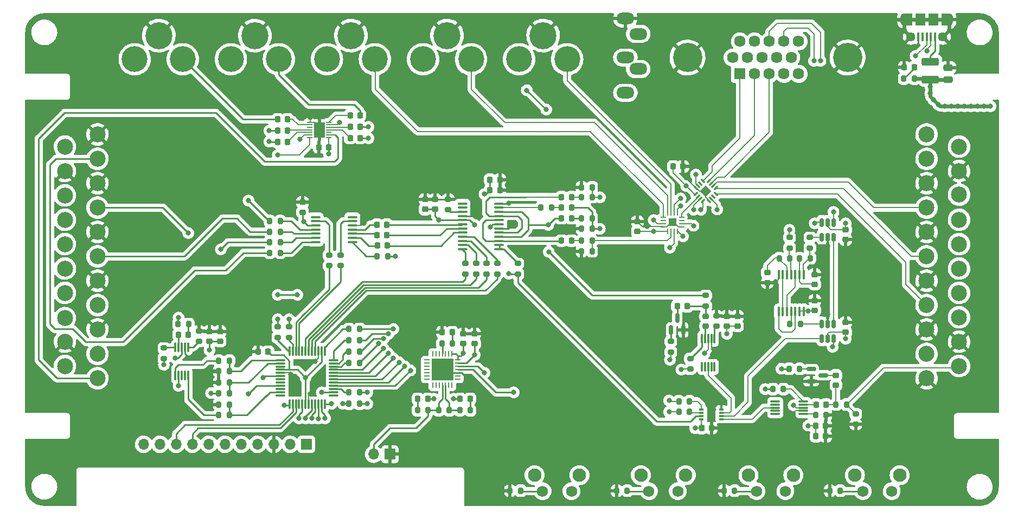
<source format=gbr>
%TF.GenerationSoftware,KiCad,Pcbnew,(6.0.8)*%
%TF.CreationDate,2023-03-28T17:34:24+02:00*%
%TF.ProjectId,RT5XP-EXP,52543558-502d-4455-9850-2e6b69636164,V1.0*%
%TF.SameCoordinates,Original*%
%TF.FileFunction,Copper,L1,Top*%
%TF.FilePolarity,Positive*%
%FSLAX46Y46*%
G04 Gerber Fmt 4.6, Leading zero omitted, Abs format (unit mm)*
G04 Created by KiCad (PCBNEW (6.0.8)) date 2023-03-28 17:34:24*
%MOMM*%
%LPD*%
G01*
G04 APERTURE LIST*
G04 Aperture macros list*
%AMRoundRect*
0 Rectangle with rounded corners*
0 $1 Rounding radius*
0 $2 $3 $4 $5 $6 $7 $8 $9 X,Y pos of 4 corners*
0 Add a 4 corners polygon primitive as box body*
4,1,4,$2,$3,$4,$5,$6,$7,$8,$9,$2,$3,0*
0 Add four circle primitives for the rounded corners*
1,1,$1+$1,$2,$3*
1,1,$1+$1,$4,$5*
1,1,$1+$1,$6,$7*
1,1,$1+$1,$8,$9*
0 Add four rect primitives between the rounded corners*
20,1,$1+$1,$2,$3,$4,$5,0*
20,1,$1+$1,$4,$5,$6,$7,0*
20,1,$1+$1,$6,$7,$8,$9,0*
20,1,$1+$1,$8,$9,$2,$3,0*%
%AMRotRect*
0 Rectangle, with rotation*
0 The origin of the aperture is its center*
0 $1 length*
0 $2 width*
0 $3 Rotation angle, in degrees counterclockwise*
0 Add horizontal line*
21,1,$1,$2,0,0,$3*%
G04 Aperture macros list end*
%TA.AperFunction,SMDPad,CuDef*%
%ADD10RoundRect,0.062500X0.337500X0.062500X-0.337500X0.062500X-0.337500X-0.062500X0.337500X-0.062500X0*%
%TD*%
%TA.AperFunction,SMDPad,CuDef*%
%ADD11RoundRect,0.062500X0.062500X0.337500X-0.062500X0.337500X-0.062500X-0.337500X0.062500X-0.337500X0*%
%TD*%
%TA.AperFunction,SMDPad,CuDef*%
%ADD12R,3.350000X3.350000*%
%TD*%
%TA.AperFunction,SMDPad,CuDef*%
%ADD13RoundRect,0.200000X0.200000X0.275000X-0.200000X0.275000X-0.200000X-0.275000X0.200000X-0.275000X0*%
%TD*%
%TA.AperFunction,SMDPad,CuDef*%
%ADD14RoundRect,0.200000X-0.200000X-0.275000X0.200000X-0.275000X0.200000X0.275000X-0.200000X0.275000X0*%
%TD*%
%TA.AperFunction,SMDPad,CuDef*%
%ADD15RoundRect,0.218750X-0.218750X-0.256250X0.218750X-0.256250X0.218750X0.256250X-0.218750X0.256250X0*%
%TD*%
%TA.AperFunction,SMDPad,CuDef*%
%ADD16RoundRect,0.218750X0.218750X0.256250X-0.218750X0.256250X-0.218750X-0.256250X0.218750X-0.256250X0*%
%TD*%
%TA.AperFunction,SMDPad,CuDef*%
%ADD17RoundRect,0.225000X-0.250000X0.225000X-0.250000X-0.225000X0.250000X-0.225000X0.250000X0.225000X0*%
%TD*%
%TA.AperFunction,SMDPad,CuDef*%
%ADD18RoundRect,0.200000X-0.275000X0.200000X-0.275000X-0.200000X0.275000X-0.200000X0.275000X0.200000X0*%
%TD*%
%TA.AperFunction,SMDPad,CuDef*%
%ADD19RoundRect,0.075000X0.650000X0.075000X-0.650000X0.075000X-0.650000X-0.075000X0.650000X-0.075000X0*%
%TD*%
%TA.AperFunction,SMDPad,CuDef*%
%ADD20RoundRect,0.225000X0.250000X-0.225000X0.250000X0.225000X-0.250000X0.225000X-0.250000X-0.225000X0*%
%TD*%
%TA.AperFunction,SMDPad,CuDef*%
%ADD21RoundRect,0.200000X0.275000X-0.200000X0.275000X0.200000X-0.275000X0.200000X-0.275000X-0.200000X0*%
%TD*%
%TA.AperFunction,SMDPad,CuDef*%
%ADD22RoundRect,0.225000X0.225000X0.250000X-0.225000X0.250000X-0.225000X-0.250000X0.225000X-0.250000X0*%
%TD*%
%TA.AperFunction,SMDPad,CuDef*%
%ADD23RoundRect,0.225000X-0.225000X-0.250000X0.225000X-0.250000X0.225000X0.250000X-0.225000X0.250000X0*%
%TD*%
%TA.AperFunction,SMDPad,CuDef*%
%ADD24RoundRect,0.150000X0.150000X-0.587500X0.150000X0.587500X-0.150000X0.587500X-0.150000X-0.587500X0*%
%TD*%
%TA.AperFunction,SMDPad,CuDef*%
%ADD25RoundRect,0.100000X-0.100000X0.637500X-0.100000X-0.637500X0.100000X-0.637500X0.100000X0.637500X0*%
%TD*%
%TA.AperFunction,SMDPad,CuDef*%
%ADD26RoundRect,0.150000X-0.587500X-0.150000X0.587500X-0.150000X0.587500X0.150000X-0.587500X0.150000X0*%
%TD*%
%TA.AperFunction,SMDPad,CuDef*%
%ADD27RoundRect,0.150000X-0.150000X0.512500X-0.150000X-0.512500X0.150000X-0.512500X0.150000X0.512500X0*%
%TD*%
%TA.AperFunction,SMDPad,CuDef*%
%ADD28RoundRect,0.100000X0.637500X0.100000X-0.637500X0.100000X-0.637500X-0.100000X0.637500X-0.100000X0*%
%TD*%
%TA.AperFunction,ComponentPad*%
%ADD29C,4.035000*%
%TD*%
%TA.AperFunction,ComponentPad*%
%ADD30C,4.230000*%
%TD*%
%TA.AperFunction,SMDPad,CuDef*%
%ADD31RoundRect,0.250000X-1.075000X0.375000X-1.075000X-0.375000X1.075000X-0.375000X1.075000X0.375000X0*%
%TD*%
%TA.AperFunction,SMDPad,CuDef*%
%ADD32RoundRect,0.075000X-0.075000X0.650000X-0.075000X-0.650000X0.075000X-0.650000X0.075000X0.650000X0*%
%TD*%
%TA.AperFunction,SMDPad,CuDef*%
%ADD33R,0.400000X1.350000*%
%TD*%
%TA.AperFunction,ComponentPad*%
%ADD34O,1.200000X1.900000*%
%TD*%
%TA.AperFunction,SMDPad,CuDef*%
%ADD35R,1.200000X1.900000*%
%TD*%
%TA.AperFunction,ComponentPad*%
%ADD36C,1.450000*%
%TD*%
%TA.AperFunction,SMDPad,CuDef*%
%ADD37R,1.500000X1.900000*%
%TD*%
%TA.AperFunction,ComponentPad*%
%ADD38R,1.700000X1.700000*%
%TD*%
%TA.AperFunction,ComponentPad*%
%ADD39O,1.700000X1.700000*%
%TD*%
%TA.AperFunction,SMDPad,CuDef*%
%ADD40R,0.800000X0.300000*%
%TD*%
%TA.AperFunction,ComponentPad*%
%ADD41C,2.100000*%
%TD*%
%TA.AperFunction,ComponentPad*%
%ADD42C,1.750000*%
%TD*%
%TA.AperFunction,ComponentPad*%
%ADD43O,2.800000X1.800000*%
%TD*%
%TA.AperFunction,ComponentPad*%
%ADD44C,2.500000*%
%TD*%
%TA.AperFunction,SMDPad,CuDef*%
%ADD45RoundRect,0.250000X-0.475000X0.250000X-0.475000X-0.250000X0.475000X-0.250000X0.475000X0.250000X0*%
%TD*%
%TA.AperFunction,SMDPad,CuDef*%
%ADD46RoundRect,0.075000X0.662500X0.075000X-0.662500X0.075000X-0.662500X-0.075000X0.662500X-0.075000X0*%
%TD*%
%TA.AperFunction,SMDPad,CuDef*%
%ADD47RoundRect,0.075000X0.075000X0.662500X-0.075000X0.662500X-0.075000X-0.662500X0.075000X-0.662500X0*%
%TD*%
%TA.AperFunction,ComponentPad*%
%ADD48C,4.575000*%
%TD*%
%TA.AperFunction,ComponentPad*%
%ADD49R,1.785000X1.785000*%
%TD*%
%TA.AperFunction,ComponentPad*%
%ADD50C,1.785000*%
%TD*%
%TA.AperFunction,SMDPad,CuDef*%
%ADD51RoundRect,0.062500X0.062500X-0.350000X0.062500X0.350000X-0.062500X0.350000X-0.062500X-0.350000X0*%
%TD*%
%TA.AperFunction,SMDPad,CuDef*%
%ADD52RoundRect,0.062500X0.350000X-0.062500X0.350000X0.062500X-0.350000X0.062500X-0.350000X-0.062500X0*%
%TD*%
%TA.AperFunction,SMDPad,CuDef*%
%ADD53R,1.230000X1.230000*%
%TD*%
%TA.AperFunction,SMDPad,CuDef*%
%ADD54RoundRect,0.062500X-0.203293X-0.291682X0.291682X0.203293X0.203293X0.291682X-0.291682X-0.203293X0*%
%TD*%
%TA.AperFunction,SMDPad,CuDef*%
%ADD55RoundRect,0.062500X0.203293X-0.291682X0.291682X-0.203293X-0.203293X0.291682X-0.291682X0.203293X0*%
%TD*%
%TA.AperFunction,SMDPad,CuDef*%
%ADD56RotRect,1.230000X1.230000X45.000000*%
%TD*%
%TA.AperFunction,SMDPad,CuDef*%
%ADD57RoundRect,0.050000X0.337500X0.050000X-0.337500X0.050000X-0.337500X-0.050000X0.337500X-0.050000X0*%
%TD*%
%TA.AperFunction,SMDPad,CuDef*%
%ADD58R,1.780000X2.350000*%
%TD*%
%TA.AperFunction,SMDPad,CuDef*%
%ADD59RoundRect,0.150000X0.150000X-0.512500X0.150000X0.512500X-0.150000X0.512500X-0.150000X-0.512500X0*%
%TD*%
%TA.AperFunction,ViaPad*%
%ADD60C,0.800000*%
%TD*%
%TA.AperFunction,Conductor*%
%ADD61C,0.254000*%
%TD*%
%TA.AperFunction,Conductor*%
%ADD62C,0.203200*%
%TD*%
%TA.AperFunction,Conductor*%
%ADD63C,0.152400*%
%TD*%
%TA.AperFunction,Conductor*%
%ADD64C,0.609600*%
%TD*%
%TA.AperFunction,Conductor*%
%ADD65C,0.250000*%
%TD*%
G04 APERTURE END LIST*
D10*
%TO.P,U5,1,~{DCD}*%
%TO.N,unconnected-(U5-Pad1)*%
X72071500Y-61698000D03*
%TO.P,U5,2,~{RI}/CLK*%
%TO.N,unconnected-(U5-Pad2)*%
X72071500Y-61198000D03*
%TO.P,U5,3,GND*%
%TO.N,GND*%
X72071500Y-60698000D03*
%TO.P,U5,4,D+*%
%TO.N,D+*%
X72071500Y-60198000D03*
%TO.P,U5,5,D-*%
%TO.N,D-*%
X72071500Y-59698000D03*
%TO.P,U5,6,VDD*%
%TO.N,Net-(C8-Pad2)*%
X72071500Y-59198000D03*
%TO.P,U5,7,VREGIN*%
%TO.N,VCC*%
X72071500Y-58698000D03*
D11*
%TO.P,U5,8,VBUS*%
X71121500Y-57748000D03*
%TO.P,U5,9,~{RST}*%
%TO.N,unconnected-(U5-Pad9)*%
X70621500Y-57748000D03*
%TO.P,U5,10,NC*%
%TO.N,unconnected-(U5-Pad10)*%
X70121500Y-57748000D03*
%TO.P,U5,11,~{SUSPEND}*%
%TO.N,Net-(R26-Pad1)*%
X69621500Y-57748000D03*
%TO.P,U5,12,SUSPEND*%
%TO.N,unconnected-(U5-Pad12)*%
X69121500Y-57748000D03*
%TO.P,U5,13,CHREN*%
%TO.N,unconnected-(U5-Pad13)*%
X68621500Y-57748000D03*
%TO.P,U5,14,CHR1*%
%TO.N,unconnected-(U5-Pad14)*%
X68121500Y-57748000D03*
D10*
%TO.P,U5,15,CHR0*%
%TO.N,unconnected-(U5-Pad15)*%
X67171500Y-58698000D03*
%TO.P,U5,16,~{WAKEUP}/GPIO.3*%
%TO.N,unconnected-(U5-Pad16)*%
X67171500Y-59198000D03*
%TO.P,U5,17,RS485/GPIO.2*%
%TO.N,unconnected-(U5-Pad17)*%
X67171500Y-59698000D03*
%TO.P,U5,18,~{RXT}/GPIO.1*%
%TO.N,unconnected-(U5-Pad18)*%
X67171500Y-60198000D03*
%TO.P,U5,19,~{TXT}/GPIO.0*%
%TO.N,unconnected-(U5-Pad19)*%
X67171500Y-60698000D03*
%TO.P,U5,20,GPIO.6*%
%TO.N,unconnected-(U5-Pad20)*%
X67171500Y-61198000D03*
%TO.P,U5,21,GPIO.5*%
%TO.N,unconnected-(U5-Pad21)*%
X67171500Y-61698000D03*
D11*
%TO.P,U5,22,GPIO.4*%
%TO.N,unconnected-(U5-Pad22)*%
X68121500Y-62648000D03*
%TO.P,U5,23,~{CTS}*%
%TO.N,unconnected-(U5-Pad23)*%
X68621500Y-62648000D03*
%TO.P,U5,24,~{RTS}*%
%TO.N,unconnected-(U5-Pad24)*%
X69121500Y-62648000D03*
%TO.P,U5,25,RXD*%
%TO.N,UPDI*%
X69621500Y-62648000D03*
%TO.P,U5,26,TXD*%
%TO.N,Net-(R27-Pad1)*%
X70121500Y-62648000D03*
%TO.P,U5,27,~{DSR}*%
%TO.N,unconnected-(U5-Pad27)*%
X70621500Y-62648000D03*
%TO.P,U5,28,~{DTR}*%
%TO.N,unconnected-(U5-Pad28)*%
X71121500Y-62648000D03*
D12*
%TO.P,U5,29,GND*%
%TO.N,GND*%
X69621500Y-60198000D03*
%TD*%
D13*
%TO.P,R28,1*%
%TO.N,Net-(R27-Pad1)*%
X70700500Y-66548000D03*
%TO.P,R28,2*%
%TO.N,UPDI*%
X69050500Y-66548000D03*
%TD*%
D14*
%TO.P,R27,1*%
%TO.N,Net-(R27-Pad1)*%
X72352500Y-66548000D03*
%TO.P,R27,2*%
%TO.N,Net-(D2-Pad1)*%
X74002500Y-66548000D03*
%TD*%
%TO.P,R26,1*%
%TO.N,Net-(R26-Pad1)*%
X69558500Y-56134000D03*
%TO.P,R26,2*%
%TO.N,Net-(D3-Pad2)*%
X71208500Y-56134000D03*
%TD*%
D13*
%TO.P,R25,1*%
%TO.N,UPDI*%
X67398500Y-66548000D03*
%TO.P,R25,2*%
%TO.N,Net-(D1-Pad1)*%
X65748500Y-66548000D03*
%TD*%
D15*
%TO.P,D3,1,K*%
%TO.N,GND*%
X69596000Y-54356000D03*
%TO.P,D3,2,A*%
%TO.N,Net-(D3-Pad2)*%
X71171000Y-54356000D03*
%TD*%
D16*
%TO.P,D2,1,K*%
%TO.N,Net-(D2-Pad1)*%
X73965000Y-64770000D03*
%TO.P,D2,2,A*%
%TO.N,Net-(C8-Pad2)*%
X72390000Y-64770000D03*
%TD*%
D15*
%TO.P,D1,1,K*%
%TO.N,Net-(D1-Pad1)*%
X65786000Y-64770000D03*
%TO.P,D1,2,A*%
%TO.N,Net-(C8-Pad2)*%
X67361000Y-64770000D03*
%TD*%
D17*
%TO.P,C19,1*%
%TO.N,GND*%
X72898000Y-54597000D03*
%TO.P,C19,2*%
%TO.N,VCC*%
X72898000Y-56147000D03*
%TD*%
%TO.P,C8,1*%
%TO.N,GND*%
X74676000Y-54597000D03*
%TO.P,C8,2*%
%TO.N,Net-(C8-Pad2)*%
X74676000Y-56147000D03*
%TD*%
D18*
%TO.P,R19,1*%
%TO.N,Net-(R19-Pad1)*%
X74874000Y-43625000D03*
%TO.P,R19,2*%
%TO.N,MCU_1251_DET*%
X74874000Y-45275000D03*
%TD*%
D19*
%TO.P,U10,1,REXT*%
%TO.N,Net-(R49-Pad1)*%
X125984000Y-67159000D03*
%TO.P,U10,2,GND*%
%TO.N,GND*%
X125984000Y-66659000D03*
%TO.P,U10,3,VCC*%
%TO.N,VCC*%
X125984000Y-66159000D03*
%TO.P,U10,4,VIN*%
%TO.N,Net-(C39-Pad2)*%
X125984000Y-65659000D03*
%TO.P,U10,5,HD*%
%TO.N,Net-(R52-Pad1)*%
X125984000Y-65159000D03*
%TO.P,U10,6,HSOUT*%
%TO.N,unconnected-(U10-Pad6)*%
X121584000Y-65159000D03*
%TO.P,U10,7,VSOUT*%
%TO.N,unconnected-(U10-Pad7)*%
X121584000Y-65659000D03*
%TO.P,U10,8,CSOUT*%
%TO.N,CLEAN_CVBS_CSync*%
X121584000Y-66159000D03*
%TO.P,U10,9,BPOUT*%
%TO.N,unconnected-(U10-Pad9)*%
X121584000Y-66659000D03*
%TO.P,U10,10,OEOUT*%
%TO.N,unconnected-(U10-Pad10)*%
X121584000Y-67159000D03*
%TD*%
D14*
%TO.P,R53,1*%
%TO.N,MCU_SCARTC_FILTER*%
X123762000Y-60071000D03*
%TO.P,R53,2*%
%TO.N,Net-(Q1-Pad1)*%
X125412000Y-60071000D03*
%TD*%
D17*
%TO.P,C23,1*%
%TO.N,GND*%
X100076000Y-37071000D03*
%TO.P,C23,2*%
%TO.N,VCC*%
X100076000Y-38621000D03*
%TD*%
D20*
%TO.P,C35,1*%
%TO.N,VCC*%
X115697000Y-53399000D03*
%TO.P,C35,2*%
%TO.N,GND*%
X115697000Y-51849000D03*
%TD*%
D17*
%TO.P,C37,1*%
%TO.N,Net-(C37-Pad1)*%
X131064000Y-61074000D03*
%TO.P,C37,2*%
%TO.N,Net-(C37-Pad2)*%
X131064000Y-62624000D03*
%TD*%
D13*
%TO.P,R40,1*%
%TO.N,MCU_VSync*%
X36385000Y-62230000D03*
%TO.P,R40,2*%
%TO.N,GND*%
X34735000Y-62230000D03*
%TD*%
D20*
%TO.P,C31,1*%
%TO.N,VCC*%
X68494000Y-35151000D03*
%TO.P,C31,2*%
%TO.N,GND*%
X68494000Y-33601000D03*
%TD*%
%TO.P,C24,1*%
%TO.N,GND*%
X132588000Y-39891000D03*
%TO.P,C24,2*%
%TO.N,VCC*%
X132588000Y-38341000D03*
%TD*%
D21*
%TO.P,R46,1*%
%TO.N,GND*%
X134160500Y-68770000D03*
%TO.P,R46,2*%
%TO.N,SCART_CVBS*%
X134160500Y-67120000D03*
%TD*%
D22*
%TO.P,C3,1*%
%TO.N,VGA{slash}SCART{slash}COMP_Green*%
X89795500Y-34884000D03*
%TO.P,C3,2*%
%TO.N,Net-(C3-Pad2)*%
X88245500Y-34884000D03*
%TD*%
%TO.P,C6,1*%
%TO.N,Net-(C6-Pad1)*%
X60973000Y-39202000D03*
%TO.P,C6,2*%
%TO.N,LOW_Green*%
X59423000Y-39202000D03*
%TD*%
D14*
%TO.P,R24,1*%
%TO.N,MCU_MAX4887{slash}2_SEL*%
X55055000Y-53848000D03*
%TO.P,R24,2*%
%TO.N,Net-(R24-Pad2)*%
X56705000Y-53848000D03*
%TD*%
D23*
%TO.P,C13,1*%
%TO.N,AUX_AudioL*%
X43929000Y-22860000D03*
%TO.P,C13,2*%
%TO.N,Net-(C13-Pad2)*%
X45479000Y-22860000D03*
%TD*%
D24*
%TO.P,Q2,1,B*%
%TO.N,Net-(Q2-Pad1)*%
X105349000Y-54023500D03*
%TO.P,Q2,2,E*%
%TO.N,GND*%
X107249000Y-54023500D03*
%TO.P,Q2,3,C*%
%TO.N,Net-(C38-Pad1)*%
X106299000Y-52148500D03*
%TD*%
D25*
%TO.P,U12,1,A1*%
%TO.N,Net-(R57-Pad2)*%
X126029000Y-45397500D03*
%TO.P,U12,2,B1*%
%TO.N,Net-(C42-Pad2)*%
X125379000Y-45397500D03*
%TO.P,U12,3,Y1*%
%TO.N,Net-(U12-Pad10)*%
X124729000Y-45397500D03*
%TO.P,U12,4,A2*%
%TO.N,Net-(R55-Pad2)*%
X124079000Y-45397500D03*
%TO.P,U12,5,B2*%
%TO.N,Net-(C41-Pad2)*%
X123429000Y-45397500D03*
%TO.P,U12,6,Y2*%
%TO.N,Net-(U12-Pad6)*%
X122779000Y-45397500D03*
%TO.P,U12,7,GND*%
%TO.N,GND*%
X122129000Y-45397500D03*
%TO.P,U12,8,Y3*%
%TO.N,Net-(U12-Pad12)*%
X122129000Y-51122500D03*
%TO.P,U12,9,A3*%
%TO.N,Net-(U12-Pad6)*%
X122779000Y-51122500D03*
%TO.P,U12,10,B3*%
%TO.N,Net-(U12-Pad10)*%
X123429000Y-51122500D03*
%TO.P,U12,11,Y4*%
%TO.N,Net-(R61-Pad2)*%
X124079000Y-51122500D03*
%TO.P,U12,12,A4*%
%TO.N,Net-(U12-Pad12)*%
X124729000Y-51122500D03*
%TO.P,U12,13,B4*%
%TO.N,VCC*%
X125379000Y-51122500D03*
%TO.P,U12,14,VCC*%
X126029000Y-51122500D03*
%TD*%
D13*
%TO.P,R61,1*%
%TO.N,VGA_HV_CSync*%
X125539000Y-53086000D03*
%TO.P,R61,2*%
%TO.N,Net-(R61-Pad2)*%
X123889000Y-53086000D03*
%TD*%
%TO.P,R12,1*%
%TO.N,Net-(R12-Pad1)*%
X44322000Y-38638000D03*
%TO.P,R12,2*%
%TO.N,FINAL_Green*%
X42672000Y-38638000D03*
%TD*%
D26*
%TO.P,Q1,1,B*%
%TO.N,Net-(Q1-Pad1)*%
X127205500Y-60137000D03*
%TO.P,Q1,2,E*%
%TO.N,GND*%
X127205500Y-62037000D03*
%TO.P,Q1,3,C*%
%TO.N,Net-(C37-Pad1)*%
X129080500Y-61087000D03*
%TD*%
D18*
%TO.P,R35,1*%
%TO.N,Net-(R35-Pad1)*%
X26162000Y-56833000D03*
%TO.P,R35,2*%
%TO.N,MCU_HD*%
X26162000Y-58483000D03*
%TD*%
D27*
%TO.P,U14,1*%
%TO.N,CSync*%
X130744000Y-53091500D03*
%TO.P,U14,2,GND*%
%TO.N,GND*%
X129794000Y-53091500D03*
%TO.P,U14,3*%
%TO.N,VGA_HV_CSync*%
X128844000Y-53091500D03*
%TO.P,U14,4*%
%TO.N,VGA_HV{slash}C_CSync*%
X128844000Y-55366500D03*
%TO.P,U14,5,VCC*%
%TO.N,VCC*%
X129794000Y-55366500D03*
%TO.P,U14,6*%
%TO.N,Net-(R62-Pad1)*%
X130744000Y-55366500D03*
%TD*%
D17*
%TO.P,C16,1*%
%TO.N,GND*%
X33274000Y-54216000D03*
%TO.P,C16,2*%
%TO.N,VCC*%
X33274000Y-55766000D03*
%TD*%
D14*
%TO.P,R57,1*%
%TO.N,Net-(C42-Pad2)*%
X125413000Y-42799000D03*
%TO.P,R57,2*%
%TO.N,Net-(R57-Pad2)*%
X127063000Y-42799000D03*
%TD*%
D13*
%TO.P,R31,1*%
%TO.N,MCU_B2*%
X115252000Y-79121000D03*
%TO.P,R31,2*%
%TO.N,GND*%
X113602000Y-79121000D03*
%TD*%
D17*
%TO.P,C32,1*%
%TO.N,GND*%
X132588000Y-52819000D03*
%TO.P,C32,2*%
%TO.N,VCC*%
X132588000Y-54369000D03*
%TD*%
D21*
%TO.P,R43,1*%
%TO.N,MCU_4908_1*%
X45720000Y-55181000D03*
%TO.P,R43,2*%
%TO.N,Net-(R43-Pad2)*%
X45720000Y-53531000D03*
%TD*%
%TO.P,R48,1*%
%TO.N,Net-(C38-Pad2)*%
X110736000Y-50269000D03*
%TO.P,R48,2*%
%TO.N,VGA{slash}SCART{slash}COMP_Green_75*%
X110736000Y-48619000D03*
%TD*%
D13*
%TO.P,R5,1*%
%TO.N,VGA{slash}SCART{slash}COMP_Blue*%
X93005500Y-31709000D03*
%TO.P,R5,2*%
%TO.N,GND*%
X91355500Y-31709000D03*
%TD*%
D28*
%TO.P,U1,1,CH1_IN*%
%TO.N,Net-(R1-Pad2)*%
X55567500Y-40263000D03*
%TO.P,U1,2,CH2_IN*%
%TO.N,LOW_Red*%
X55567500Y-39613000D03*
%TO.P,U1,3,CH3_IN*%
%TO.N,LOW_Green*%
X55567500Y-38963000D03*
%TO.P,U1,4,CH4_IN*%
%TO.N,LOW_Blue*%
X55567500Y-38313000D03*
%TO.P,U1,5,GND*%
%TO.N,GND*%
X55567500Y-37663000D03*
%TO.P,U1,6,Disable*%
%TO.N,Net-(R2-Pad2)*%
X55567500Y-37013000D03*
%TO.P,U1,7,NC*%
%TO.N,unconnected-(U1-Pad7)*%
X55567500Y-36363000D03*
%TO.P,U1,8,NC*%
%TO.N,unconnected-(U1-Pad8)*%
X49842500Y-36363000D03*
%TO.P,U1,9,Bypass*%
%TO.N,Net-(R7-Pad2)*%
X49842500Y-37013000D03*
%TO.P,U1,10,VCC*%
%TO.N,VCC*%
X49842500Y-37663000D03*
%TO.P,U1,11,CH4_OUT*%
%TO.N,Net-(R14-Pad1)*%
X49842500Y-38313000D03*
%TO.P,U1,12,CH3_OUT*%
%TO.N,Net-(R12-Pad1)*%
X49842500Y-38963000D03*
%TO.P,U1,13,CH2_OUT*%
%TO.N,Net-(R10-Pad1)*%
X49842500Y-39613000D03*
%TO.P,U1,14,CH1_OUT*%
%TO.N,Net-(R8-Pad1)*%
X49842500Y-40263000D03*
%TD*%
D23*
%TO.P,C14,1*%
%TO.N,Net-(C14-Pad1)*%
X55232000Y-20447000D03*
%TO.P,C14,2*%
%TO.N,RCA_AudioR*%
X56782000Y-20447000D03*
%TD*%
D13*
%TO.P,R60,1*%
%TO.N,Net-(R60-Pad1)*%
X108203000Y-65151000D03*
%TO.P,R60,2*%
%TO.N,MCU_CSMUX_2*%
X106553000Y-65151000D03*
%TD*%
D29*
%TO.P,J5,1,In*%
%TO.N,RCA_AudioR*%
X44108000Y-11700000D03*
D30*
%TO.P,J5,2,Ext*%
%TO.N,GND*%
X40358000Y-8000000D03*
D29*
%TO.P,J5,3*%
%TO.N,N/C*%
X36608000Y-11700000D03*
%TD*%
D31*
%TO.P,F1,1*%
%TO.N,VBUS*%
X145796000Y-12062000D03*
%TO.P,F1,2*%
%TO.N,VCC*%
X145796000Y-14862000D03*
%TD*%
D23*
%TO.P,C36,1*%
%TO.N,VCC*%
X127924500Y-70612000D03*
%TO.P,C36,2*%
%TO.N,GND*%
X129474500Y-70612000D03*
%TD*%
D13*
%TO.P,R8,1*%
%TO.N,Net-(R8-Pad1)*%
X44322000Y-41940000D03*
%TO.P,R8,2*%
%TO.N,FINAL_CSync*%
X42672000Y-41940000D03*
%TD*%
D22*
%TO.P,C22,1*%
%TO.N,GND*%
X107201000Y-28448000D03*
%TO.P,C22,2*%
%TO.N,VCC*%
X105651000Y-28448000D03*
%TD*%
D13*
%TO.P,R32,1*%
%TO.N,MCU_B3*%
X98488000Y-79121000D03*
%TO.P,R32,2*%
%TO.N,GND*%
X96838000Y-79121000D03*
%TD*%
D32*
%TO.P,U7,1,REXT*%
%TO.N,Net-(R34-Pad1)*%
X29956000Y-56728000D03*
%TO.P,U7,2,GND*%
%TO.N,GND*%
X29456000Y-56728000D03*
%TO.P,U7,3,VCC*%
%TO.N,VCC*%
X28956000Y-56728000D03*
%TO.P,U7,4,VIN*%
%TO.N,Net-(C9-Pad2)*%
X28456000Y-56728000D03*
%TO.P,U7,5,HD*%
%TO.N,Net-(R35-Pad1)*%
X27956000Y-56728000D03*
%TO.P,U7,6,HSOUT*%
%TO.N,Net-(R36-Pad2)*%
X27956000Y-61128000D03*
%TO.P,U7,7,VSOUT*%
%TO.N,Net-(R37-Pad2)*%
X28456000Y-61128000D03*
%TO.P,U7,8,CSOUT*%
%TO.N,unconnected-(U7-Pad8)*%
X28956000Y-61128000D03*
%TO.P,U7,9,BPOUT*%
%TO.N,unconnected-(U7-Pad9)*%
X29456000Y-61128000D03*
%TO.P,U7,10,OEOUT*%
%TO.N,Net-(R38-Pad2)*%
X29956000Y-61128000D03*
%TD*%
D23*
%TO.P,C2,1*%
%TO.N,VGA{slash}SCART{slash}COMP_Green_75*%
X88230500Y-36546000D03*
%TO.P,C2,2*%
%TO.N,Net-(C2-Pad2)*%
X89780500Y-36546000D03*
%TD*%
D14*
%TO.P,R45,1*%
%TO.N,MCU_VGAMUX*%
X55055000Y-63754000D03*
%TO.P,R45,2*%
%TO.N,Net-(R45-Pad2)*%
X56705000Y-63754000D03*
%TD*%
D29*
%TO.P,J1,1,In*%
%TO.N,COMP_Red*%
X59108000Y-11700000D03*
D30*
%TO.P,J1,2,Ext*%
%TO.N,GND*%
X55358000Y-8000000D03*
D29*
%TO.P,J1,3*%
%TO.N,N/C*%
X51608000Y-11700000D03*
%TD*%
D23*
%TO.P,C11,1*%
%TO.N,RCA_AudioL*%
X43929000Y-21082000D03*
%TO.P,C11,2*%
%TO.N,Net-(C11-Pad2)*%
X45479000Y-21082000D03*
%TD*%
D21*
%TO.P,R50,1*%
%TO.N,Net-(R50-Pad1)*%
X112387000Y-53444000D03*
%TO.P,R50,2*%
%TO.N,GND*%
X112387000Y-51794000D03*
%TD*%
D22*
%TO.P,C39,1*%
%TO.N,Net-(C37-Pad2)*%
X129512000Y-65651000D03*
%TO.P,C39,2*%
%TO.N,Net-(C39-Pad2)*%
X127962000Y-65651000D03*
%TD*%
D14*
%TO.P,R16,1*%
%TO.N,MCU_MAX4887_EN*%
X55055000Y-59182000D03*
%TO.P,R16,2*%
%TO.N,Net-(R16-Pad2)*%
X56705000Y-59182000D03*
%TD*%
D32*
%TO.P,U11,1,REXT*%
%TO.N,Net-(R50-Pad1)*%
X112117000Y-55372000D03*
%TO.P,U11,2,GND*%
%TO.N,GND*%
X111617000Y-55372000D03*
%TO.P,U11,3,VCC*%
%TO.N,VCC*%
X111117000Y-55372000D03*
%TO.P,U11,4,VIN*%
%TO.N,Net-(C40-Pad2)*%
X110617000Y-55372000D03*
%TO.P,U11,5,HD*%
%TO.N,Net-(R51-Pad1)*%
X110117000Y-55372000D03*
%TO.P,U11,6,HSOUT*%
%TO.N,unconnected-(U11-Pad6)*%
X110117000Y-59772000D03*
%TO.P,U11,7,VSOUT*%
%TO.N,unconnected-(U11-Pad7)*%
X110617000Y-59772000D03*
%TO.P,U11,8,CSOUT*%
%TO.N,CLEAN_GREEN_CSync*%
X111117000Y-59772000D03*
%TO.P,U11,9,BPOUT*%
%TO.N,unconnected-(U11-Pad9)*%
X111617000Y-59772000D03*
%TO.P,U11,10,OEOUT*%
%TO.N,unconnected-(U11-Pad10)*%
X112117000Y-59772000D03*
%TD*%
D18*
%TO.P,R20,1*%
%TO.N,Net-(R20-Pad1)*%
X76525000Y-43625000D03*
%TO.P,R20,2*%
%TO.N,MCU_1251_HD*%
X76525000Y-45275000D03*
%TD*%
D33*
%TO.P,J12,1,VBUS*%
%TO.N,VBUS*%
X146550000Y-8193500D03*
%TO.P,J12,2,D-*%
%TO.N,D-*%
X145900000Y-8193500D03*
%TO.P,J12,3,D+*%
%TO.N,D+*%
X145250000Y-8193500D03*
%TO.P,J12,4,ID*%
%TO.N,unconnected-(J12-Pad4)*%
X144600000Y-8193500D03*
%TO.P,J12,5,GND*%
%TO.N,GND*%
X143950000Y-8193500D03*
D34*
%TO.P,J12,6,Shield*%
X141750000Y-5493500D03*
D35*
X142350000Y-5493500D03*
D36*
X147750000Y-8193500D03*
D34*
X148750000Y-5493500D03*
D37*
X144250000Y-5493500D03*
D36*
X142750000Y-8193500D03*
D35*
X148150000Y-5493500D03*
D37*
X146250000Y-5493500D03*
%TD*%
D38*
%TO.P,J11,1,Pin_1*%
%TO.N,VCC*%
X48400000Y-71875000D03*
D39*
%TO.P,J11,2,Pin_2*%
%TO.N,unconnected-(J11-Pad2)*%
X45860000Y-71875000D03*
%TO.P,J11,3,Pin_3*%
%TO.N,GND*%
X43320000Y-71875000D03*
%TO.P,J11,4,Pin_4*%
%TO.N,SCK*%
X40780000Y-71875000D03*
%TO.P,J11,5,Pin_5*%
%TO.N,MISO*%
X38240000Y-71875000D03*
%TO.P,J11,6,Pin_6*%
%TO.N,MOSI*%
X35700000Y-71875000D03*
%TO.P,J11,7,Pin_7*%
%TO.N,TCS*%
X33160000Y-71875000D03*
%TO.P,J11,8,Pin_8*%
%TO.N,RST*%
X30620000Y-71875000D03*
%TO.P,J11,9,Pin_9*%
%TO.N,DC*%
X28080000Y-71875000D03*
%TO.P,J11,10,Pin_10*%
%TO.N,SDCS*%
X25540000Y-71875000D03*
%TO.P,J11,11,Pin_11*%
%TO.N,LIT*%
X23000000Y-71875000D03*
%TD*%
D13*
%TO.P,R30,1*%
%TO.N,MCU_B1*%
X131762000Y-79121000D03*
%TO.P,R30,2*%
%TO.N,GND*%
X130112000Y-79121000D03*
%TD*%
D21*
%TO.P,R58,1*%
%TO.N,Net-(R57-Pad2)*%
X127000000Y-41211000D03*
%TO.P,R58,2*%
%TO.N,HSync*%
X127000000Y-39561000D03*
%TD*%
D22*
%TO.P,C30,1*%
%TO.N,GND*%
X129474500Y-68961000D03*
%TO.P,C30,2*%
%TO.N,VCC*%
X127924500Y-68961000D03*
%TD*%
D40*
%TO.P,U13,1,NO0*%
%TO.N,CLEAN_CVBS_CSync*%
X113183000Y-67933000D03*
%TO.P,U13,2,NO1*%
%TO.N,VGA_HV{slash}C_CSync*%
X113183000Y-67433000D03*
%TO.P,U13,3,NO2*%
%TO.N,CLEAN_GREEN_CSync*%
X113183000Y-66933000D03*
%TO.P,U13,4,GND*%
%TO.N,GND*%
X113183000Y-66433000D03*
%TO.P,U13,5,IN2*%
%TO.N,Net-(R60-Pad1)*%
X110083000Y-66433000D03*
%TO.P,U13,6,IN1*%
%TO.N,Net-(R59-Pad1)*%
X110083000Y-66933000D03*
%TO.P,U13,7,COM*%
%TO.N,SELECTED_CSync*%
X110083000Y-67433000D03*
%TO.P,U13,8,VCC*%
%TO.N,VCC*%
X110083000Y-67933000D03*
%TD*%
D21*
%TO.P,R42,1*%
%TO.N,MCU_4908_2*%
X43942000Y-55181000D03*
%TO.P,R42,2*%
%TO.N,Net-(R42-Pad2)*%
X43942000Y-53531000D03*
%TD*%
D22*
%TO.P,C29,1*%
%TO.N,GND*%
X78611000Y-32172000D03*
%TO.P,C29,2*%
%TO.N,VCC*%
X77061000Y-32172000D03*
%TD*%
D13*
%TO.P,R59,1*%
%TO.N,Net-(R59-Pad1)*%
X108203000Y-66802000D03*
%TO.P,R59,2*%
%TO.N,MCU_CSMUX_1*%
X106553000Y-66802000D03*
%TD*%
D17*
%TO.P,C26,1*%
%TO.N,GND*%
X114046000Y-51849000D03*
%TO.P,C26,2*%
%TO.N,VCC*%
X114046000Y-53399000D03*
%TD*%
D14*
%TO.P,R23,1*%
%TO.N,MCU_MAX4887{slash}2_EN*%
X55055000Y-55626000D03*
%TO.P,R23,2*%
%TO.N,Net-(R23-Pad2)*%
X56705000Y-55626000D03*
%TD*%
D18*
%TO.P,R18,1*%
%TO.N,Net-(R18-Pad1)*%
X73223000Y-43625000D03*
%TO.P,R18,2*%
%TO.N,MCU_1251_SEL*%
X73223000Y-45275000D03*
%TD*%
D23*
%TO.P,C12,1*%
%TO.N,Net-(C12-Pad1)*%
X55232000Y-22225000D03*
%TO.P,C12,2*%
%TO.N,AUX_AudioR*%
X56782000Y-22225000D03*
%TD*%
D14*
%TO.P,R47,1*%
%TO.N,Net-(C37-Pad2)*%
X131087000Y-65651000D03*
%TO.P,R47,2*%
%TO.N,SCART_CVBS*%
X132737000Y-65651000D03*
%TD*%
D17*
%TO.P,C42,1*%
%TO.N,GND*%
X127762000Y-45326000D03*
%TO.P,C42,2*%
%TO.N,Net-(C42-Pad2)*%
X127762000Y-46876000D03*
%TD*%
D21*
%TO.P,R2,1*%
%TO.N,MCU_AMP_DIS*%
X53721000Y-43964000D03*
%TO.P,R2,2*%
%TO.N,Net-(R2-Pad2)*%
X53721000Y-42314000D03*
%TD*%
D13*
%TO.P,R4,1*%
%TO.N,VGA{slash}SCART{slash}COMP_Green*%
X93005500Y-38197000D03*
%TO.P,R4,2*%
%TO.N,GND*%
X91355500Y-38197000D03*
%TD*%
D41*
%TO.P,SW2,*%
%TO.N,*%
X117415000Y-76700500D03*
X124425000Y-76700500D03*
D42*
%TO.P,SW2,1,1*%
%TO.N,VCC*%
X123175000Y-79190500D03*
%TO.P,SW2,2,2*%
%TO.N,MCU_B2*%
X118675000Y-79190500D03*
%TD*%
D21*
%TO.P,R56,1*%
%TO.N,Net-(R55-Pad2)*%
X123825000Y-41211000D03*
%TO.P,R56,2*%
%TO.N,VGA_VSync*%
X123825000Y-39561000D03*
%TD*%
D13*
%TO.P,R36,1*%
%TO.N,MCU_HSync*%
X36385000Y-58801000D03*
%TO.P,R36,2*%
%TO.N,Net-(R36-Pad2)*%
X34735000Y-58801000D03*
%TD*%
D29*
%TO.P,J2,1,In*%
%TO.N,COMP_Green*%
X74108000Y-11700000D03*
D30*
%TO.P,J2,2,Ext*%
%TO.N,GND*%
X70358000Y-8000000D03*
D29*
%TO.P,J2,3*%
%TO.N,N/C*%
X66608000Y-11700000D03*
%TD*%
D15*
%TO.P,D4,1,K*%
%TO.N,GND*%
X141706500Y-12954000D03*
%TO.P,D4,2,A*%
%TO.N,Net-(D4-Pad2)*%
X143281500Y-12954000D03*
%TD*%
D23*
%TO.P,C10,1*%
%TO.N,Net-(C10-Pad1)*%
X55232000Y-24003000D03*
%TO.P,C10,2*%
%TO.N,SCART_AudioR*%
X56782000Y-24003000D03*
%TD*%
D13*
%TO.P,R13,1*%
%TO.N,Net-(C3-Pad2)*%
X86670500Y-34884000D03*
%TO.P,R13,2*%
%TO.N,Net-(R13-Pad2)*%
X85020500Y-34884000D03*
%TD*%
%TO.P,R10,1*%
%TO.N,Net-(R10-Pad1)*%
X44322000Y-40289000D03*
%TO.P,R10,2*%
%TO.N,FINAL_Red*%
X42672000Y-40289000D03*
%TD*%
D14*
%TO.P,R6,1*%
%TO.N,Net-(C1-Pad2)*%
X91355500Y-33233000D03*
%TO.P,R6,2*%
%TO.N,VGA{slash}SCART{slash}COMP_Blue*%
X93005500Y-33233000D03*
%TD*%
D23*
%TO.P,C1,1*%
%TO.N,VGA{slash}SCART{slash}COMP_Blue_75*%
X88245500Y-33233000D03*
%TO.P,C1,2*%
%TO.N,Net-(C1-Pad2)*%
X89795500Y-33233000D03*
%TD*%
D22*
%TO.P,C7,1*%
%TO.N,Net-(C7-Pad1)*%
X60973000Y-37551000D03*
%TO.P,C7,2*%
%TO.N,LOW_Blue*%
X59423000Y-37551000D03*
%TD*%
D13*
%TO.P,R14,1*%
%TO.N,Net-(R14-Pad1)*%
X44322000Y-36987000D03*
%TO.P,R14,2*%
%TO.N,FINAL_Blue*%
X42672000Y-36987000D03*
%TD*%
D23*
%TO.P,C4,1*%
%TO.N,VGA{slash}SCART{slash}COMP_Red_75*%
X88230500Y-40046000D03*
%TO.P,C4,2*%
%TO.N,Net-(C4-Pad2)*%
X89780500Y-40046000D03*
%TD*%
%TO.P,C20,1*%
%TO.N,GND*%
X50343000Y-25445000D03*
%TO.P,C20,2*%
%TO.N,VCC*%
X51893000Y-25445000D03*
%TD*%
D13*
%TO.P,R38,1*%
%TO.N,MCU_OESync*%
X36385000Y-67310000D03*
%TO.P,R38,2*%
%TO.N,Net-(R38-Pad2)*%
X34735000Y-67310000D03*
%TD*%
D41*
%TO.P,SW4,*%
%TO.N,*%
X91028000Y-76700500D03*
X84018000Y-76700500D03*
D42*
%TO.P,SW4,1,1*%
%TO.N,VCC*%
X89778000Y-79190500D03*
%TO.P,SW4,2,2*%
%TO.N,MCU_B4*%
X85278000Y-79190500D03*
%TD*%
D29*
%TO.P,J3,1,In*%
%TO.N,COMP_Blue*%
X89108000Y-11700000D03*
D30*
%TO.P,J3,2,Ext*%
%TO.N,GND*%
X85358000Y-8000000D03*
D29*
%TO.P,J3,3*%
%TO.N,N/C*%
X81608000Y-11700000D03*
%TD*%
D18*
%TO.P,R15,1*%
%TO.N,Net-(R15-Pad1)*%
X81407000Y-43625000D03*
%TO.P,R15,2*%
%TO.N,SELECTED_CSync*%
X81407000Y-45275000D03*
%TD*%
D43*
%TO.P,J7,R*%
%TO.N,AUX_AudioR*%
X100198000Y-13234000D03*
%TO.P,J7,RN*%
%TO.N,N/C*%
X98198000Y-11434000D03*
%TO.P,J7,S*%
%TO.N,GND*%
X98198000Y-5334000D03*
%TO.P,J7,T*%
%TO.N,AUX_AudioL*%
X100198000Y-7734000D03*
%TO.P,J7,TN*%
%TO.N,N/C*%
X98198000Y-16934000D03*
%TD*%
D13*
%TO.P,R33,1*%
%TO.N,MCU_B4*%
X81851000Y-79121000D03*
%TO.P,R33,2*%
%TO.N,GND*%
X80201000Y-79121000D03*
%TD*%
D44*
%TO.P,J9,1,Pin_1*%
%TO.N,unconnected-(J9-Pad1)*%
X145215000Y-23450000D03*
%TO.P,J9,2,Pin_2*%
%TO.N,SCART_AudioR*%
X150295000Y-25355000D03*
%TO.P,J9,3,Pin_3*%
%TO.N,unconnected-(J9-Pad3)*%
X145215000Y-27260000D03*
%TO.P,J9,4,Pin_4*%
%TO.N,GND*%
X150295000Y-29165000D03*
%TO.P,J9,5,Pin_5*%
X145215000Y-31070000D03*
%TO.P,J9,6,Pin_6*%
%TO.N,SCART_AudioL*%
X150295000Y-32840000D03*
%TO.P,J9,7,Pin_7*%
%TO.N,SCART_Blue*%
X145215000Y-34880000D03*
%TO.P,J9,8,Pin_8*%
%TO.N,unconnected-(J9-Pad8)*%
X150295000Y-36785000D03*
%TO.P,J9,9,Pin_9*%
%TO.N,GND*%
X145215000Y-38690000D03*
%TO.P,J9,10,Pin_10*%
%TO.N,unconnected-(J9-Pad10)*%
X150295000Y-40595000D03*
%TO.P,J9,11,Pin_11*%
%TO.N,SCART_Green*%
X145215000Y-42500000D03*
%TO.P,J9,12,Pin_12*%
%TO.N,unconnected-(J9-Pad12)*%
X150295000Y-44405000D03*
%TO.P,J9,13,Pin_13*%
%TO.N,GND*%
X145215000Y-46310000D03*
%TO.P,J9,14,Pin_14*%
%TO.N,unconnected-(J9-Pad14)*%
X150295000Y-48215000D03*
%TO.P,J9,15,Pin_15*%
%TO.N,SCART_Red*%
X145215000Y-50120000D03*
%TO.P,J9,16,Pin_16*%
%TO.N,unconnected-(J9-Pad16)*%
X150295000Y-52025000D03*
%TO.P,J9,17,Pin_17*%
%TO.N,GND*%
X145215000Y-53930000D03*
%TO.P,J9,18,Pin_18*%
X150295000Y-55835000D03*
%TO.P,J9,19,Pin_19*%
%TO.N,unconnected-(J9-Pad19)*%
X145215000Y-57740000D03*
%TO.P,J9,20,Pin_20*%
%TO.N,SCART_CVBS*%
X150295000Y-59645000D03*
%TO.P,J9,21,Pin_21*%
%TO.N,GND*%
X145215000Y-61550000D03*
%TD*%
D21*
%TO.P,R34,1*%
%TO.N,Net-(R34-Pad1)*%
X31623000Y-55816000D03*
%TO.P,R34,2*%
%TO.N,GND*%
X31623000Y-54166000D03*
%TD*%
D13*
%TO.P,R41,1*%
%TO.N,MCU_HSync*%
X36385000Y-60452000D03*
%TO.P,R41,2*%
%TO.N,GND*%
X34735000Y-60452000D03*
%TD*%
D14*
%TO.P,R9,1*%
%TO.N,Net-(C2-Pad2)*%
X91355500Y-36546000D03*
%TO.P,R9,2*%
%TO.N,VGA{slash}SCART{slash}COMP_Green*%
X93005500Y-36546000D03*
%TD*%
D21*
%TO.P,R7,1*%
%TO.N,MCU_AMP_BY*%
X51943000Y-43964000D03*
%TO.P,R7,2*%
%TO.N,Net-(R7-Pad2)*%
X51943000Y-42314000D03*
%TD*%
D45*
%TO.P,C17,1*%
%TO.N,GND*%
X148590000Y-13020000D03*
%TO.P,C17,2*%
%TO.N,VCC*%
X148590000Y-14920000D03*
%TD*%
D21*
%TO.P,R54,1*%
%TO.N,MCU_G_FILTER*%
X105283000Y-57467000D03*
%TO.P,R54,2*%
%TO.N,Net-(Q2-Pad1)*%
X105283000Y-55817000D03*
%TD*%
D23*
%TO.P,C15,1*%
%TO.N,SCART_AudioL*%
X43929000Y-24638000D03*
%TO.P,C15,2*%
%TO.N,Net-(C15-Pad2)*%
X45479000Y-24638000D03*
%TD*%
%TO.P,C33,1*%
%TO.N,VCC*%
X77061000Y-30521000D03*
%TO.P,C33,2*%
%TO.N,GND*%
X78611000Y-30521000D03*
%TD*%
D46*
%TO.P,U6,1,PA5*%
%TO.N,unconnected-(U6-Pad1)*%
X52676500Y-64218000D03*
%TO.P,U6,2,PA6*%
%TO.N,SCK*%
X52676500Y-63718000D03*
%TO.P,U6,3,PA7*%
%TO.N,MCU_VGAMUX*%
X52676500Y-63218000D03*
%TO.P,U6,4,PB0*%
%TO.N,MCU_SCARTC_FILTER*%
X52676500Y-62718000D03*
%TO.P,U6,5,PB1*%
%TO.N,MCU_SCARTC_HD*%
X52676500Y-62218000D03*
%TO.P,U6,6,PB2*%
%TO.N,MCU_CSMUX_1*%
X52676500Y-61718000D03*
%TO.P,U6,7,PB3*%
%TO.N,MCU_CSMUX_2*%
X52676500Y-61218000D03*
%TO.P,U6,8,PB4*%
%TO.N,MCU_G_HD*%
X52676500Y-60718000D03*
%TO.P,U6,9,PB5*%
%TO.N,MCU_G_FILTER*%
X52676500Y-60218000D03*
%TO.P,U6,10,PC0*%
%TO.N,MCU_MAX4887_EN*%
X52676500Y-59718000D03*
%TO.P,U6,11,PC1*%
%TO.N,MCU_MAX4887_SEL*%
X52676500Y-59218000D03*
%TO.P,U6,12,PC2*%
%TO.N,MCU_MAX4887{slash}2_EN*%
X52676500Y-58718000D03*
D47*
%TO.P,U6,13,PC3*%
%TO.N,MCU_MAX4887{slash}2_SEL*%
X51264000Y-57305500D03*
%TO.P,U6,14,VCC*%
%TO.N,VCC*%
X50764000Y-57305500D03*
%TO.P,U6,15,GND*%
%TO.N,GND*%
X50264000Y-57305500D03*
%TO.P,U6,16,PC4*%
%TO.N,MCU_1251_PS*%
X49764000Y-57305500D03*
%TO.P,U6,17,PC5*%
%TO.N,MCU_1251_HD*%
X49264000Y-57305500D03*
%TO.P,U6,18,PC6*%
%TO.N,MCU_1251_DET*%
X48764000Y-57305500D03*
%TO.P,U6,19,PC7*%
%TO.N,MCU_1251_SEL*%
X48264000Y-57305500D03*
%TO.P,U6,20,PD0*%
%TO.N,unconnected-(U6-Pad20)*%
X47764000Y-57305500D03*
%TO.P,U6,21,PD1*%
%TO.N,MCU_AMP_DIS*%
X47264000Y-57305500D03*
%TO.P,U6,22,PD2*%
%TO.N,MCU_AMP_BY*%
X46764000Y-57305500D03*
%TO.P,U6,23,PD3*%
%TO.N,MCU_4908_1*%
X46264000Y-57305500D03*
%TO.P,U6,24,PD4*%
%TO.N,MCU_4908_2*%
X45764000Y-57305500D03*
D46*
%TO.P,U6,25,PD5*%
%TO.N,MCU_HSync*%
X44351500Y-58718000D03*
%TO.P,U6,26,PD6*%
%TO.N,MCU_VSync*%
X44351500Y-59218000D03*
%TO.P,U6,27,PD7*%
%TO.N,unconnected-(U6-Pad27)*%
X44351500Y-59718000D03*
%TO.P,U6,28,AVCC*%
%TO.N,VCC*%
X44351500Y-60218000D03*
%TO.P,U6,29,GND*%
%TO.N,GND*%
X44351500Y-60718000D03*
%TO.P,U6,30,PE0*%
%TO.N,MCU_HD*%
X44351500Y-61218000D03*
%TO.P,U6,31,PE1*%
%TO.N,unconnected-(U6-Pad31)*%
X44351500Y-61718000D03*
%TO.P,U6,32,PE2*%
%TO.N,unconnected-(U6-Pad32)*%
X44351500Y-62218000D03*
%TO.P,U6,33,PE3*%
%TO.N,TCS*%
X44351500Y-62718000D03*
%TO.P,U6,34,PF0*%
%TO.N,unconnected-(U6-Pad34)*%
X44351500Y-63218000D03*
%TO.P,U6,35,PF1*%
%TO.N,MCU_OESync*%
X44351500Y-63718000D03*
%TO.P,U6,36,PF2*%
%TO.N,unconnected-(U6-Pad36)*%
X44351500Y-64218000D03*
D47*
%TO.P,U6,37,PF3*%
%TO.N,MCU_CMUX*%
X45764000Y-65630500D03*
%TO.P,U6,38,PF4*%
%TO.N,DC*%
X46264000Y-65630500D03*
%TO.P,U6,39,PF5*%
%TO.N,RST*%
X46764000Y-65630500D03*
%TO.P,U6,40,PF6/~{RESET}*%
%TO.N,unconnected-(U6-Pad40)*%
X47264000Y-65630500D03*
%TO.P,U6,41,UPDI*%
%TO.N,UPDI*%
X47764000Y-65630500D03*
%TO.P,U6,42,VCC*%
%TO.N,VCC*%
X48264000Y-65630500D03*
%TO.P,U6,43,GND*%
%TO.N,GND*%
X48764000Y-65630500D03*
%TO.P,U6,44,PA0*%
%TO.N,MCU_B4*%
X49264000Y-65630500D03*
%TO.P,U6,45,PA1*%
%TO.N,MCU_B3*%
X49764000Y-65630500D03*
%TO.P,U6,46,PA2*%
%TO.N,MCU_B2*%
X50264000Y-65630500D03*
%TO.P,U6,47,PA3*%
%TO.N,MCU_B1*%
X50764000Y-65630500D03*
%TO.P,U6,48,PA4*%
%TO.N,MOSI*%
X51264000Y-65630500D03*
%TD*%
D28*
%TO.P,U2,1,H_SYNCIN*%
%TO.N,Net-(R15-Pad1)*%
X78483500Y-41391000D03*
%TO.P,U2,2,V_SYNC_IN*%
X78483500Y-40741000D03*
%TO.P,U2,3,RIN*%
%TO.N,VGA{slash}SCART{slash}COMP_Red_75*%
X78483500Y-40091000D03*
%TO.P,U2,4,GIN*%
%TO.N,VGA{slash}SCART{slash}COMP_Green_75*%
X78483500Y-39441000D03*
%TO.P,U2,5,BIN*%
%TO.N,VGA{slash}SCART{slash}COMP_Blue_75*%
X78483500Y-38791000D03*
%TO.P,U2,6,GND_1*%
%TO.N,GND*%
X78483500Y-38141000D03*
%TO.P,U2,7,VCC_1*%
%TO.N,VCC*%
X78483500Y-37491000D03*
%TO.P,U2,8,PR_IN*%
%TO.N,VGA{slash}SCART{slash}COMP_Red_75*%
X78483500Y-36841000D03*
%TO.P,U2,9,PB_IN*%
%TO.N,VGA{slash}SCART{slash}COMP_Blue_75*%
X78483500Y-36191000D03*
%TO.P,U2,10,Y*%
%TO.N,VGA{slash}SCART{slash}COMP_Green_75*%
X78483500Y-35541000D03*
%TO.P,U2,11,Y'*%
%TO.N,Net-(R13-Pad2)*%
X78483500Y-34891000D03*
%TO.P,U2,12,GND_2*%
%TO.N,GND*%
X78483500Y-34241000D03*
%TO.P,U2,13,V_SYNC_OUT*%
%TO.N,unconnected-(U2-Pad13)*%
X72758500Y-34241000D03*
%TO.P,U2,14,H_SYNC_OUT*%
%TO.N,unconnected-(U2-Pad14)*%
X72758500Y-34891000D03*
%TO.P,U2,15,REXT*%
%TO.N,Net-(R21-Pad2)*%
X72758500Y-35541000D03*
%TO.P,U2,16,GND_3*%
%TO.N,GND*%
X72758500Y-36191000D03*
%TO.P,U2,17,VCC_2*%
%TO.N,VCC*%
X72758500Y-36841000D03*
%TO.P,U2,18,BOUT*%
%TO.N,Net-(C7-Pad1)*%
X72758500Y-37491000D03*
%TO.P,U2,19,GOUT*%
%TO.N,Net-(C6-Pad1)*%
X72758500Y-38141000D03*
%TO.P,U2,20,ROUT*%
%TO.N,Net-(C5-Pad1)*%
X72758500Y-38791000D03*
%TO.P,U2,21,POWER_SAVE*%
%TO.N,Net-(R22-Pad1)*%
X72758500Y-39441000D03*
%TO.P,U2,22,SD/HD_SELECT~{}*%
%TO.N,Net-(R20-Pad1)*%
X72758500Y-40091000D03*
%TO.P,U2,23,AUTO/MANUAL_DETECT_SELECT*%
%TO.N,Net-(R19-Pad1)*%
X72758500Y-40741000D03*
%TO.P,U2,24,INPUT_SELECT*%
%TO.N,Net-(R18-Pad1)*%
X72758500Y-41391000D03*
%TD*%
D48*
%TO.P,J6,0*%
%TO.N,GND*%
X132891000Y-11440000D03*
X107901000Y-11440000D03*
D49*
%TO.P,J6,1*%
%TO.N,VGA_Red*%
X116071000Y-13980000D03*
D50*
%TO.P,J6,2*%
%TO.N,VGA_Green*%
X118361000Y-13980000D03*
%TO.P,J6,3*%
%TO.N,VGA_Blue*%
X120651000Y-13980000D03*
%TO.P,J6,4*%
%TO.N,unconnected-(J6-Pad4)*%
X122941000Y-13980000D03*
%TO.P,J6,5*%
%TO.N,unconnected-(J6-Pad5)*%
X125231000Y-13980000D03*
%TO.P,J6,6*%
%TO.N,unconnected-(J6-Pad6)*%
X114926000Y-11440000D03*
%TO.P,J6,7*%
%TO.N,unconnected-(J6-Pad7)*%
X117216000Y-11440000D03*
%TO.P,J6,8*%
%TO.N,unconnected-(J6-Pad8)*%
X119506000Y-11440000D03*
%TO.P,J6,9*%
%TO.N,unconnected-(J6-Pad9)*%
X121796000Y-11440000D03*
%TO.P,J6,10*%
%TO.N,unconnected-(J6-Pad10)*%
X124086000Y-11440000D03*
%TO.P,J6,11*%
%TO.N,unconnected-(J6-Pad11)*%
X116071000Y-8900000D03*
%TO.P,J6,12*%
%TO.N,unconnected-(J6-Pad12)*%
X118361000Y-8900000D03*
%TO.P,J6,13*%
%TO.N,VGA_HSync{slash}CSync*%
X120651000Y-8900000D03*
%TO.P,J6,14*%
%TO.N,VGA_VSync*%
X122941000Y-8900000D03*
%TO.P,J6,15*%
%TO.N,unconnected-(J6-Pad15)*%
X125231000Y-8900000D03*
%TD*%
D22*
%TO.P,C9,1*%
%TO.N,Net-(C9-Pad1)*%
X29985000Y-54737000D03*
%TO.P,C9,2*%
%TO.N,Net-(C9-Pad2)*%
X28435000Y-54737000D03*
%TD*%
D29*
%TO.P,J4,1,In*%
%TO.N,RCA_AudioL*%
X29108000Y-11700000D03*
D30*
%TO.P,J4,2,Ext*%
%TO.N,GND*%
X25358000Y-8000000D03*
D29*
%TO.P,J4,3*%
%TO.N,N/C*%
X21608000Y-11700000D03*
%TD*%
D13*
%TO.P,R37,1*%
%TO.N,MCU_VSync*%
X36385000Y-63881000D03*
%TO.P,R37,2*%
%TO.N,Net-(R37-Pad2)*%
X34735000Y-63881000D03*
%TD*%
D14*
%TO.P,R17,1*%
%TO.N,MCU_MAX4887_SEL*%
X55055000Y-57404000D03*
%TO.P,R17,2*%
%TO.N,Net-(R17-Pad2)*%
X56705000Y-57404000D03*
%TD*%
D20*
%TO.P,C18,1*%
%TO.N,VCC*%
X34925000Y-55766000D03*
%TO.P,C18,2*%
%TO.N,GND*%
X34925000Y-54216000D03*
%TD*%
D18*
%TO.P,R51,1*%
%TO.N,Net-(R51-Pad1)*%
X108331000Y-58484000D03*
%TO.P,R51,2*%
%TO.N,MCU_G_HD*%
X108331000Y-60134000D03*
%TD*%
D13*
%TO.P,R1,1*%
%TO.N,SELECTED_CSync*%
X61079000Y-42448000D03*
%TO.P,R1,2*%
%TO.N,Net-(R1-Pad2)*%
X59429000Y-42448000D03*
%TD*%
D20*
%TO.P,C41,1*%
%TO.N,GND*%
X120351000Y-46617000D03*
%TO.P,C41,2*%
%TO.N,Net-(C41-Pad2)*%
X120351000Y-45067000D03*
%TD*%
D51*
%TO.P,U4,1,VCC*%
%TO.N,VCC*%
X104791000Y-38562000D03*
%TO.P,U4,2,R0*%
%TO.N,VGA{slash}SCART{slash}COMP_Red*%
X105291000Y-38562000D03*
%TO.P,U4,3,G0*%
%TO.N,VGA{slash}SCART{slash}COMP_Green*%
X105791000Y-38562000D03*
%TO.P,U4,4,B0*%
%TO.N,VGA{slash}SCART{slash}COMP_Blue*%
X106291000Y-38562000D03*
D52*
%TO.P,U4,5,GND*%
%TO.N,GND*%
X106978500Y-37874500D03*
%TO.P,U4,6,EN*%
%TO.N,Net-(R23-Pad2)*%
X106978500Y-37374500D03*
%TO.P,U4,7,NC*%
%TO.N,unconnected-(U4-Pad7)*%
X106978500Y-36874500D03*
%TO.P,U4,8,R1*%
%TO.N,VGA{slash}SCART_Red*%
X106978500Y-36374500D03*
D51*
%TO.P,U4,9,G1*%
%TO.N,VGA{slash}SCART_Green*%
X106291000Y-35687000D03*
%TO.P,U4,10,B1*%
%TO.N,VGA{slash}SCART_Blue*%
X105791000Y-35687000D03*
%TO.P,U4,11,B2*%
%TO.N,COMP_Blue*%
X105291000Y-35687000D03*
%TO.P,U4,12,G2*%
%TO.N,COMP_Green*%
X104791000Y-35687000D03*
D52*
%TO.P,U4,13,R2*%
%TO.N,COMP_Red*%
X104103500Y-36374500D03*
%TO.P,U4,14,NC*%
%TO.N,unconnected-(U4-Pad14)*%
X104103500Y-36874500D03*
%TO.P,U4,15,SEL*%
%TO.N,Net-(R24-Pad2)*%
X104103500Y-37374500D03*
%TO.P,U4,16,QP*%
%TO.N,GND*%
X104103500Y-37874500D03*
D53*
%TO.P,U4,17,EP*%
X105541000Y-37124500D03*
%TD*%
D41*
%TO.P,SW3,*%
%TO.N,*%
X107625000Y-76700500D03*
X100615000Y-76700500D03*
D42*
%TO.P,SW3,1,1*%
%TO.N,VCC*%
X106375000Y-79190500D03*
%TO.P,SW3,2,2*%
%TO.N,MCU_B3*%
X101875000Y-79190500D03*
%TD*%
D14*
%TO.P,R55,1*%
%TO.N,Net-(C41-Pad2)*%
X122238000Y-42799000D03*
%TO.P,R55,2*%
%TO.N,Net-(R55-Pad2)*%
X123888000Y-42799000D03*
%TD*%
D13*
%TO.P,R39,1*%
%TO.N,MCU_OESync*%
X36385000Y-65659000D03*
%TO.P,R39,2*%
%TO.N,GND*%
X34735000Y-65659000D03*
%TD*%
D44*
%TO.P,J8,1,Pin_1*%
%TO.N,FINAL_AudioR*%
X15785000Y-61550000D03*
%TO.P,J8,2,Pin_2*%
%TO.N,unconnected-(J8-Pad2)*%
X10705000Y-59645000D03*
%TO.P,J8,3,Pin_3*%
%TO.N,FINAL_AudioL*%
X15785000Y-57740000D03*
%TO.P,J8,4,Pin_4*%
%TO.N,GND*%
X10705000Y-55835000D03*
%TO.P,J8,5,Pin_5*%
X15785000Y-53930000D03*
%TO.P,J8,6,Pin_6*%
%TO.N,unconnected-(J8-Pad6)*%
X10705000Y-52160000D03*
%TO.P,J8,7,Pin_7*%
%TO.N,FINAL_Blue*%
X15785000Y-50120000D03*
%TO.P,J8,8,Pin_8*%
%TO.N,unconnected-(J8-Pad8)*%
X10705000Y-48215000D03*
%TO.P,J8,9,Pin_9*%
%TO.N,GND*%
X15785000Y-46310000D03*
%TO.P,J8,10,Pin_10*%
%TO.N,unconnected-(J8-Pad10)*%
X10705000Y-44405000D03*
%TO.P,J8,11,Pin_11*%
%TO.N,FINAL_Green*%
X15785000Y-42500000D03*
%TO.P,J8,12,Pin_12*%
%TO.N,unconnected-(J8-Pad12)*%
X10705000Y-40595000D03*
%TO.P,J8,13,Pin_13*%
%TO.N,GND*%
X15785000Y-38690000D03*
%TO.P,J8,14,Pin_14*%
%TO.N,unconnected-(J8-Pad14)*%
X10705000Y-36785000D03*
%TO.P,J8,15,Pin_15*%
%TO.N,FINAL_Red*%
X15785000Y-34880000D03*
%TO.P,J8,16,Pin_16*%
%TO.N,unconnected-(J8-Pad16)*%
X10705000Y-32975000D03*
%TO.P,J8,17,Pin_17*%
%TO.N,GND*%
X15785000Y-31070000D03*
%TO.P,J8,18,Pin_18*%
X10705000Y-29165000D03*
%TO.P,J8,19,Pin_19*%
%TO.N,FINAL_CSync*%
X15785000Y-27260000D03*
%TO.P,J8,20,Pin_20*%
%TO.N,unconnected-(J8-Pad20)*%
X10700000Y-25355000D03*
%TO.P,J8,21,Pin_21*%
%TO.N,GND*%
X15785000Y-23450000D03*
%TD*%
D17*
%TO.P,C28,1*%
%TO.N,GND*%
X127762000Y-49390000D03*
%TO.P,C28,2*%
%TO.N,VCC*%
X127762000Y-50940000D03*
%TD*%
D13*
%TO.P,R52,1*%
%TO.N,Net-(R52-Pad1)*%
X122872000Y-63246000D03*
%TO.P,R52,2*%
%TO.N,MCU_SCARTC_HD*%
X121222000Y-63246000D03*
%TD*%
%TO.P,R62,1*%
%TO.N,Net-(R62-Pad1)*%
X56705000Y-65532000D03*
%TO.P,R62,2*%
%TO.N,MCU_CMUX*%
X55055000Y-65532000D03*
%TD*%
D54*
%TO.P,U3,1,VCC*%
%TO.N,VCC*%
X109201204Y-32784636D03*
%TO.P,U3,2,R0*%
%TO.N,VGA{slash}SCART_Red*%
X109554757Y-33138189D03*
%TO.P,U3,3,G0*%
%TO.N,VGA{slash}SCART_Green*%
X109908311Y-33491743D03*
%TO.P,U3,4,B0*%
%TO.N,VGA{slash}SCART_Blue*%
X110261864Y-33845296D03*
D55*
%TO.P,U3,5,GND*%
%TO.N,GND*%
X111234136Y-33845296D03*
%TO.P,U3,6,EN*%
%TO.N,Net-(R16-Pad2)*%
X111587689Y-33491743D03*
%TO.P,U3,7,NC*%
%TO.N,unconnected-(U3-Pad7)*%
X111941243Y-33138189D03*
%TO.P,U3,8,R1*%
%TO.N,SCART_Red*%
X112294796Y-32784636D03*
D54*
%TO.P,U3,9,G1*%
%TO.N,SCART_Green*%
X112294796Y-31812364D03*
%TO.P,U3,10,B1*%
%TO.N,SCART_Blue*%
X111941243Y-31458811D03*
%TO.P,U3,11,B2*%
%TO.N,VGA_Blue*%
X111587689Y-31105257D03*
%TO.P,U3,12,G2*%
%TO.N,VGA_Green*%
X111234136Y-30751704D03*
D55*
%TO.P,U3,13,R2*%
%TO.N,VGA_Red*%
X110261864Y-30751704D03*
%TO.P,U3,14,NC*%
%TO.N,unconnected-(U3-Pad14)*%
X109908311Y-31105257D03*
%TO.P,U3,15,SEL*%
%TO.N,Net-(R17-Pad2)*%
X109554757Y-31458811D03*
%TO.P,U3,16,QP*%
%TO.N,GND*%
X109201204Y-31812364D03*
D56*
%TO.P,U3,17,EP*%
X110748000Y-32298500D03*
%TD*%
D57*
%TO.P,U8,1,VCC*%
%TO.N,VCC*%
X51906500Y-23933000D03*
%TO.P,U8,2,X*%
%TO.N,FINAL_AudioR*%
X51906500Y-23533000D03*
%TO.P,U8,3,NC*%
%TO.N,unconnected-(U8-Pad3)*%
X51906500Y-23133000D03*
%TO.P,U8,4,X2*%
%TO.N,Net-(C10-Pad1)*%
X51906500Y-22733000D03*
%TO.P,U8,5,X1*%
%TO.N,Net-(C12-Pad1)*%
X51906500Y-22333000D03*
%TO.P,U8,6,CB1*%
%TO.N,Net-(R43-Pad2)*%
X51906500Y-21933000D03*
%TO.P,U8,7,X0*%
%TO.N,Net-(C14-Pad1)*%
X51906500Y-21533000D03*
%TO.P,U8,8,GND*%
%TO.N,GND*%
X48931500Y-21533000D03*
%TO.P,U8,9,Y0*%
%TO.N,Net-(C11-Pad2)*%
X48931500Y-21933000D03*
%TO.P,U8,10,NC*%
%TO.N,unconnected-(U8-Pad10)*%
X48931500Y-22333000D03*
%TO.P,U8,11,Y1*%
%TO.N,Net-(C13-Pad2)*%
X48931500Y-22733000D03*
%TO.P,U8,12,Y2*%
%TO.N,Net-(C15-Pad2)*%
X48931500Y-23133000D03*
%TO.P,U8,13,CB2*%
%TO.N,Net-(R42-Pad2)*%
X48931500Y-23533000D03*
%TO.P,U8,14,Y*%
%TO.N,FINAL_AudioL*%
X48931500Y-23933000D03*
D58*
%TO.P,U8,15,EP*%
%TO.N,GND*%
X50419000Y-22733000D03*
%TD*%
D18*
%TO.P,R22,1*%
%TO.N,Net-(R22-Pad1)*%
X78176000Y-43625000D03*
%TO.P,R22,2*%
%TO.N,MCU_1251_PS*%
X78176000Y-45275000D03*
%TD*%
D13*
%TO.P,R11,1*%
%TO.N,VGA{slash}SCART{slash}COMP_Red*%
X93005500Y-40046000D03*
%TO.P,R11,2*%
%TO.N,Net-(C4-Pad2)*%
X91355500Y-40046000D03*
%TD*%
D41*
%TO.P,SW1,*%
%TO.N,*%
X141025000Y-76700500D03*
X134015000Y-76700500D03*
D42*
%TO.P,SW1,1,1*%
%TO.N,VCC*%
X139775000Y-79190500D03*
%TO.P,SW1,2,2*%
%TO.N,MCU_B1*%
X135275000Y-79190500D03*
%TD*%
D17*
%TO.P,C27,1*%
%TO.N,GND*%
X66929000Y-33601000D03*
%TO.P,C27,2*%
%TO.N,VCC*%
X66929000Y-35151000D03*
%TD*%
D59*
%TO.P,U9,1*%
%TO.N,HSync*%
X128844000Y-39491500D03*
%TO.P,U9,2,GND*%
%TO.N,GND*%
X129794000Y-39491500D03*
%TO.P,U9,3*%
%TO.N,CSync*%
X130744000Y-39491500D03*
%TO.P,U9,4*%
%TO.N,VGA_HSync{slash}CSync*%
X130744000Y-37216500D03*
%TO.P,U9,5,VCC*%
%TO.N,VCC*%
X129794000Y-37216500D03*
%TO.P,U9,6*%
%TO.N,Net-(R45-Pad2)*%
X128844000Y-37216500D03*
%TD*%
D13*
%TO.P,R29,1*%
%TO.N,Net-(C9-Pad1)*%
X30035000Y-53086000D03*
%TO.P,R29,2*%
%TO.N,SELECTED_CSync*%
X28385000Y-53086000D03*
%TD*%
D17*
%TO.P,C40,1*%
%TO.N,Net-(C38-Pad2)*%
X110736000Y-51844000D03*
%TO.P,C40,2*%
%TO.N,Net-(C40-Pad2)*%
X110736000Y-53394000D03*
%TD*%
%TO.P,C25,1*%
%TO.N,GND*%
X47808000Y-34053000D03*
%TO.P,C25,2*%
%TO.N,VCC*%
X47808000Y-35603000D03*
%TD*%
D14*
%TO.P,R49,1*%
%TO.N,Net-(R49-Pad1)*%
X127912000Y-67302000D03*
%TO.P,R49,2*%
%TO.N,GND*%
X129562000Y-67302000D03*
%TD*%
D13*
%TO.P,R3,1*%
%TO.N,VGA{slash}SCART{slash}COMP_Red*%
X93005500Y-41697000D03*
%TO.P,R3,2*%
%TO.N,GND*%
X91355500Y-41697000D03*
%TD*%
D22*
%TO.P,C34,1*%
%TO.N,GND*%
X111646000Y-69342000D03*
%TO.P,C34,2*%
%TO.N,VCC*%
X110096000Y-69342000D03*
%TD*%
D14*
%TO.P,R44,1*%
%TO.N,Net-(D4-Pad2)*%
X141669000Y-14732000D03*
%TO.P,R44,2*%
%TO.N,VCC*%
X143319000Y-14732000D03*
%TD*%
D18*
%TO.P,R21,1*%
%TO.N,GND*%
X70541000Y-33562000D03*
%TO.P,R21,2*%
%TO.N,Net-(R21-Pad2)*%
X70541000Y-35212000D03*
%TD*%
D23*
%TO.P,C38,1*%
%TO.N,Net-(C38-Pad1)*%
X106286000Y-50292000D03*
%TO.P,C38,2*%
%TO.N,Net-(C38-Pad2)*%
X107836000Y-50292000D03*
%TD*%
D22*
%TO.P,C5,1*%
%TO.N,Net-(C5-Pad1)*%
X61029000Y-40797000D03*
%TO.P,C5,2*%
%TO.N,LOW_Red*%
X59479000Y-40797000D03*
%TD*%
D23*
%TO.P,C21,1*%
%TO.N,GND*%
X40881000Y-57404000D03*
%TO.P,C21,2*%
%TO.N,VCC*%
X42431000Y-57404000D03*
%TD*%
D38*
%TO.P,J10,1,Pin_1*%
%TO.N,GND*%
X61448000Y-73431000D03*
D39*
%TO.P,J10,2,Pin_2*%
%TO.N,UPDI*%
X58908000Y-73431000D03*
%TD*%
D60*
%TO.N,GND*%
X99314000Y-58674000D03*
X90424000Y-64262000D03*
%TO.N,VCC*%
X72898000Y-57658000D03*
%TO.N,GND*%
X75438000Y-63500000D03*
%TO.N,D+*%
X80772000Y-63754000D03*
%TO.N,D-*%
X76200000Y-60706000D03*
%TO.N,Net-(C8-Pad2)*%
X74676000Y-57912000D03*
X68326000Y-64770000D03*
X71374000Y-64770000D03*
%TO.N,GND*%
X30600000Y-58400000D03*
X150876000Y-12700000D03*
X21336000Y-61722000D03*
X70866000Y-73406000D03*
X113284000Y-65278000D03*
X27686000Y-26162000D03*
X106680000Y-19558000D03*
X57404000Y-37338000D03*
X88392000Y-24638000D03*
X133858000Y-19304000D03*
X129794000Y-51562000D03*
X141224000Y-9906000D03*
X90170000Y-38354000D03*
X31687000Y-53086000D03*
X124460000Y-19304000D03*
X133858000Y-27432000D03*
X27686000Y-17526000D03*
X115570000Y-41148000D03*
X139954000Y-7620000D03*
X143256000Y-9906000D03*
X139954000Y-5588000D03*
X129794000Y-40894000D03*
X85344000Y-45212000D03*
X27686000Y-46482000D03*
X107696000Y-30226000D03*
X49022000Y-20828000D03*
X33528000Y-60579000D03*
X138430000Y-54610000D03*
X49022000Y-64008000D03*
X100330000Y-43688000D03*
X129032000Y-48006000D03*
X39624000Y-57404000D03*
X112395000Y-50546000D03*
X139954000Y-6604000D03*
X124050000Y-67400000D03*
X62992000Y-51308000D03*
X49778286Y-58922286D03*
X85344000Y-29718000D03*
X138430000Y-44704000D03*
X81280000Y-50546000D03*
X74676000Y-35814000D03*
X90170000Y-41656000D03*
X130810000Y-67310000D03*
X101600000Y-37846000D03*
X59944000Y-33782000D03*
X33528000Y-65659000D03*
X11684000Y-73660000D03*
X12700000Y-10922000D03*
X80010000Y-34189900D03*
X59944000Y-28448000D03*
X139700000Y-65786000D03*
X142240000Y-9906000D03*
X113284000Y-19558000D03*
X42418000Y-46482000D03*
X45974000Y-60960000D03*
X122936000Y-70358000D03*
X112550000Y-57550000D03*
X139954000Y-8636000D03*
X140335000Y-9525000D03*
X148082000Y-74422000D03*
X94742000Y-45212000D03*
X121666000Y-46482000D03*
X80122000Y-37379000D03*
%TO.N,VCC*%
X48006000Y-37084000D03*
X126746000Y-51054000D03*
X74676000Y-37592000D03*
X126746000Y-68961000D03*
X69088000Y-36824500D03*
X76200000Y-32766000D03*
X147066000Y-18796000D03*
X124460000Y-65786000D03*
X107696000Y-31496000D03*
X51893000Y-26474000D03*
X109093000Y-69342000D03*
X110550000Y-57650000D03*
X27950000Y-58400000D03*
X132588000Y-55372000D03*
X150114000Y-19050000D03*
X146304000Y-18034000D03*
X154178000Y-19050000D03*
X77074000Y-37887000D03*
X33274000Y-57150000D03*
X153162000Y-19050000D03*
X48264000Y-61464000D03*
X149098000Y-19050000D03*
X152146000Y-19050000D03*
X145796000Y-16002000D03*
X132588000Y-37338000D03*
X114046000Y-54610000D03*
X148082000Y-19050000D03*
X102616000Y-38608000D03*
X145796000Y-17018000D03*
X151130000Y-19050000D03*
X155194000Y-19050000D03*
%TO.N,VGA{slash}SCART{slash}COMP_Green*%
X94204000Y-38197000D03*
X105156000Y-41148000D03*
%TO.N,VGA{slash}SCART{slash}COMP_Blue*%
X107188000Y-39370000D03*
X94234000Y-33274000D03*
%TO.N,SELECTED_CSync*%
X43942000Y-48514000D03*
X46990000Y-48514000D03*
X80010000Y-45212000D03*
X62327000Y-42448000D03*
X28448000Y-52070000D03*
%TO.N,FINAL_Blue*%
X39370000Y-33782000D03*
%TO.N,FINAL_Red*%
X35052000Y-41402000D03*
X29972000Y-38862000D03*
%TO.N,VGA{slash}SCART_Blue*%
X109986000Y-35219500D03*
X106811000Y-33441500D03*
%TO.N,VGA{slash}SCART_Green*%
X106811000Y-34584500D03*
X108843000Y-35219500D03*
%TO.N,MOSI*%
X52324000Y-65532000D03*
%TO.N,SCK*%
X50800000Y-63754000D03*
%TO.N,SCART_AudioR*%
X58103000Y-24048000D03*
%TO.N,AUX_AudioL*%
X42609000Y-22848000D03*
%TO.N,AUX_AudioR*%
X58103000Y-22270000D03*
%TO.N,SCART_AudioL*%
X82804000Y-16545500D03*
X42609000Y-24556000D03*
X85852000Y-19558000D03*
%TO.N,FINAL_AudioL*%
X43942000Y-26670000D03*
%TO.N,VGA{slash}SCART{slash}COMP_Green_75*%
X86233000Y-41783000D03*
X86166500Y-37592000D03*
%TO.N,VGA_VSync*%
X123825000Y-38354000D03*
X127635000Y-11938000D03*
%TO.N,VGA_HSync{slash}CSync*%
X130683000Y-35560000D03*
X128651000Y-11938000D03*
%TO.N,MCU_G_FILTER*%
X105156000Y-58674000D03*
X60452000Y-56896000D03*
%TO.N,MCU_G_HD*%
X106934000Y-60198000D03*
X61214000Y-57658000D03*
%TO.N,MCU_CSMUX_2*%
X61976000Y-58420000D03*
X105029000Y-65024000D03*
%TO.N,MCU_SCARTC_FILTER*%
X64643000Y-60325000D03*
X122555000Y-60071000D03*
%TO.N,MCU_CMUX*%
X54102000Y-65532000D03*
X44958000Y-65786000D03*
%TO.N,TCS*%
X39370000Y-64008000D03*
%TO.N,MCU_B4*%
X48260000Y-67818000D03*
%TO.N,MCU_B3*%
X49259475Y-67825439D03*
%TO.N,MCU_B2*%
X50264000Y-67846000D03*
%TO.N,MCU_B1*%
X51308000Y-67818000D03*
%TO.N,Net-(R42-Pad2)*%
X43942000Y-52324000D03*
X47435000Y-24175000D03*
%TO.N,Net-(R43-Pad2)*%
X45720000Y-52324000D03*
X53594000Y-21590000D03*
%TO.N,Net-(R17-Pad2)*%
X109220000Y-29718000D03*
X60452000Y-55372000D03*
%TO.N,UPDI*%
X47244000Y-67818000D03*
%TO.N,Net-(R24-Pad2)*%
X61976000Y-53848000D03*
X102616000Y-36830000D03*
%TO.N,Net-(R37-Pad2)*%
X28448000Y-62738000D03*
X33528000Y-63881000D03*
%TO.N,D-*%
X145288000Y-10414000D03*
%TO.N,D+*%
X143510000Y-11176000D03*
%TO.N,MCU_SCARTC_HD*%
X63754000Y-59690000D03*
X120015000Y-63246000D03*
%TO.N,MCU_CSMUX_1*%
X62859286Y-59049286D03*
X105029000Y-66802000D03*
%TO.N,Net-(R16-Pad2)*%
X59690000Y-56134000D03*
X112522000Y-35179000D03*
%TO.N,Net-(R23-Pad2)*%
X108839000Y-37719000D03*
X61214000Y-54610000D03*
%TO.N,Net-(R45-Pad2)*%
X57912000Y-63754000D03*
X127762000Y-37338000D03*
%TO.N,Net-(R62-Pad1)*%
X57912000Y-65532000D03*
X130556000Y-56642000D03*
%TO.N,MCU_HD*%
X41656000Y-61468000D03*
X26162000Y-59436000D03*
%TD*%
D61*
%TO.N,SELECTED_CSync*%
X108331000Y-68326000D02*
X109224000Y-67433000D01*
X81407000Y-45275000D02*
X81407000Y-46609000D01*
X81407000Y-46609000D02*
X103124000Y-68326000D01*
X103124000Y-68326000D02*
X108331000Y-68326000D01*
X109224000Y-67433000D02*
X110083000Y-67433000D01*
%TO.N,VCC*%
X72898000Y-57658000D02*
X72898000Y-56147000D01*
X72898000Y-57658000D02*
X72528500Y-58027500D01*
X72528500Y-58027500D02*
X72071500Y-58027500D01*
X71792000Y-57748000D02*
X72071500Y-58027500D01*
X72071500Y-58698000D02*
X72071500Y-58027500D01*
X71121500Y-57748000D02*
X71792000Y-57748000D01*
%TO.N,GND*%
X72636000Y-60698000D02*
X75438000Y-63500000D01*
X72071500Y-60698000D02*
X72636000Y-60698000D01*
X70121500Y-60698000D02*
X69621500Y-60198000D01*
X72071500Y-60698000D02*
X70121500Y-60698000D01*
%TO.N,D+*%
X74422000Y-60198000D02*
X72071500Y-60198000D01*
X77978000Y-63754000D02*
X74422000Y-60198000D01*
X80772000Y-63754000D02*
X77978000Y-63754000D01*
%TO.N,D-*%
X75192000Y-59698000D02*
X72071500Y-59698000D01*
X76200000Y-60706000D02*
X75192000Y-59698000D01*
%TO.N,Net-(C8-Pad2)*%
X72390000Y-64770000D02*
X71374000Y-64770000D01*
X67361000Y-64770000D02*
X68326000Y-64770000D01*
%TO.N,MCU_SCARTC_FILTER*%
X62250000Y-62718000D02*
X52676500Y-62718000D01*
X64643000Y-60325000D02*
X62250000Y-62718000D01*
%TO.N,MCU_SCARTC_HD*%
X61226000Y-62218000D02*
X52676500Y-62218000D01*
X63754000Y-59690000D02*
X61226000Y-62218000D01*
%TO.N,MCU_CSMUX_1*%
X60190572Y-61718000D02*
X52676500Y-61718000D01*
X62859286Y-59049286D02*
X60190572Y-61718000D01*
%TO.N,MCU_CSMUX_2*%
X59178000Y-61218000D02*
X52676500Y-61218000D01*
X61976000Y-58420000D02*
X59178000Y-61218000D01*
%TO.N,MCU_G_FILTER*%
X57130000Y-60218000D02*
X52676500Y-60218000D01*
X60452000Y-56896000D02*
X57130000Y-60218000D01*
%TO.N,MCU_G_HD*%
X58154000Y-60718000D02*
X52676500Y-60718000D01*
X61214000Y-57658000D02*
X58154000Y-60718000D01*
%TO.N,Net-(R16-Pad2)*%
X56705000Y-59119000D02*
X56705000Y-59182000D01*
X59690000Y-56134000D02*
X56705000Y-59119000D01*
%TO.N,Net-(R17-Pad2)*%
X56705000Y-57404000D02*
X56896000Y-57404000D01*
X56896000Y-57404000D02*
X58928000Y-55372000D01*
X58928000Y-55372000D02*
X60452000Y-55372000D01*
%TO.N,Net-(R23-Pad2)*%
X57658000Y-55626000D02*
X56705000Y-55626000D01*
X61214000Y-54610000D02*
X58674000Y-54610000D01*
X58674000Y-54610000D02*
X57658000Y-55626000D01*
%TO.N,Net-(R24-Pad2)*%
X61976000Y-53848000D02*
X56705000Y-53848000D01*
%TO.N,Net-(D3-Pad2)*%
X71171000Y-54356000D02*
X71171000Y-56096500D01*
X71171000Y-56096500D02*
X71208500Y-56134000D01*
%TO.N,Net-(R26-Pad1)*%
X69621500Y-56197000D02*
X69558500Y-56134000D01*
X69621500Y-57748000D02*
X69621500Y-56197000D01*
%TO.N,Net-(C8-Pad2)*%
X73390000Y-59198000D02*
X74676000Y-57912000D01*
X74676000Y-57912000D02*
X74676000Y-56147000D01*
X72071500Y-59198000D02*
X73390000Y-59198000D01*
%TO.N,UPDI*%
X67398500Y-67475500D02*
X67398500Y-66548000D01*
X65532000Y-69342000D02*
X67398500Y-67475500D01*
X58928000Y-71882000D02*
X61468000Y-69342000D01*
X58928000Y-73431000D02*
X58928000Y-71882000D01*
X61468000Y-69342000D02*
X65532000Y-69342000D01*
%TO.N,Net-(R27-Pad1)*%
X70121500Y-64787500D02*
X70700500Y-65366500D01*
X70121500Y-62648000D02*
X70121500Y-64787500D01*
X70700500Y-65366500D02*
X70700500Y-66548000D01*
X70700500Y-66548000D02*
X72352500Y-66548000D01*
%TO.N,Net-(D2-Pad1)*%
X74002500Y-64807500D02*
X73965000Y-64770000D01*
X74002500Y-66548000D02*
X74002500Y-64807500D01*
%TO.N,Net-(D1-Pad1)*%
X65748500Y-64807500D02*
X65786000Y-64770000D01*
X65748500Y-66548000D02*
X65748500Y-64807500D01*
%TO.N,UPDI*%
X67398500Y-66548000D02*
X69050500Y-66548000D01*
X69050500Y-65315500D02*
X69050500Y-66548000D01*
X69621500Y-64744500D02*
X69050500Y-65315500D01*
X69621500Y-62648000D02*
X69621500Y-64744500D01*
D62*
%TO.N,Net-(C1-Pad2)*%
X89795500Y-33233000D02*
X91355500Y-33233000D01*
D61*
%TO.N,Net-(C2-Pad2)*%
X91355500Y-36546000D02*
X89780500Y-36546000D01*
D62*
%TO.N,Net-(C3-Pad2)*%
X86670500Y-34884000D02*
X88245500Y-34884000D01*
%TO.N,Net-(C4-Pad2)*%
X91355500Y-40046000D02*
X89780500Y-40046000D01*
D63*
%TO.N,Net-(C10-Pad1)*%
X53981000Y-22733000D02*
X51906500Y-22733000D01*
X55296000Y-24048000D02*
X53981000Y-22733000D01*
D61*
%TO.N,LOW_Red*%
X56911000Y-39613000D02*
X58151000Y-40853000D01*
X55567500Y-39613000D02*
X56911000Y-39613000D01*
X58151000Y-40853000D02*
X59423000Y-40853000D01*
%TO.N,Net-(C5-Pad1)*%
X60973000Y-40853000D02*
X69383000Y-40853000D01*
X69383000Y-40853000D02*
X71445000Y-38791000D01*
X71445000Y-38791000D02*
X72683000Y-38791000D01*
%TO.N,LOW_Green*%
X59184000Y-38963000D02*
X59423000Y-39202000D01*
X55567500Y-38963000D02*
X59184000Y-38963000D01*
%TO.N,Net-(C7-Pad1)*%
X72683000Y-37491000D02*
X72623000Y-37551000D01*
X72623000Y-37551000D02*
X60973000Y-37551000D01*
%TO.N,LOW_Blue*%
X57531000Y-38313000D02*
X58293000Y-37551000D01*
X58293000Y-37551000D02*
X59423000Y-37551000D01*
X55567500Y-38313000D02*
X57531000Y-38313000D01*
D62*
%TO.N,GND*%
X113183000Y-66433000D02*
X113183000Y-65379000D01*
D64*
X141224000Y-9906000D02*
X142240000Y-9906000D01*
X141750000Y-5493500D02*
X140048500Y-5493500D01*
D61*
X91355500Y-41697000D02*
X90211000Y-41697000D01*
D62*
X50264000Y-58436572D02*
X50264000Y-57305500D01*
D61*
X74299000Y-36191000D02*
X74676000Y-35814000D01*
D62*
X112550000Y-57550000D02*
X112100000Y-57550000D01*
D61*
X69456000Y-33601000D02*
X70502000Y-33601000D01*
D64*
X141750000Y-5493500D02*
X141750000Y-7193500D01*
D61*
X31687000Y-54102000D02*
X31623000Y-54166000D01*
D62*
X124791000Y-66659000D02*
X125984000Y-66659000D01*
D64*
X140716000Y-9906000D02*
X141224000Y-9906000D01*
D63*
X101600000Y-37846000D02*
X100851000Y-37846000D01*
X106978500Y-37874500D02*
X106454500Y-37874500D01*
D61*
X30100000Y-58400000D02*
X29456000Y-57756000D01*
D62*
X39624000Y-57404000D02*
X40881000Y-57404000D01*
X113183000Y-65379000D02*
X113284000Y-65278000D01*
D63*
X49746000Y-21533000D02*
X50483000Y-22270000D01*
D62*
X49778286Y-58922286D02*
X50264000Y-58436572D01*
X45974000Y-60960000D02*
X45732000Y-60718000D01*
D61*
X66929000Y-33601000D02*
X68494000Y-33601000D01*
X34608000Y-60579000D02*
X34735000Y-60452000D01*
D62*
X112100000Y-57550000D02*
X111617000Y-57067000D01*
D63*
X107201000Y-29731000D02*
X107201000Y-28448000D01*
X106454500Y-37874500D02*
X105704500Y-37124500D01*
X107696000Y-30226000D02*
X107201000Y-29731000D01*
X109768500Y-32298500D02*
X109282364Y-31812364D01*
D62*
X121666000Y-46482000D02*
X121531000Y-46617000D01*
D61*
X29456000Y-57756000D02*
X29456000Y-56728000D01*
X80010000Y-34189900D02*
X79958900Y-34241000D01*
X34925000Y-54216000D02*
X33274000Y-54216000D01*
D63*
X107696000Y-30307160D02*
X109201204Y-31812364D01*
X110748000Y-32298500D02*
X109768500Y-32298500D01*
D64*
X139954000Y-8636000D02*
X139954000Y-9144000D01*
D63*
X49022000Y-21442500D02*
X48931500Y-21533000D01*
D62*
X129794000Y-40894000D02*
X129794000Y-39491500D01*
X49022000Y-64008000D02*
X48764000Y-64266000D01*
D63*
X111234136Y-33764136D02*
X110748000Y-33278000D01*
X48931500Y-21533000D02*
X49746000Y-21533000D01*
X111234136Y-33845296D02*
X111234136Y-33764136D01*
D62*
X112395000Y-51786000D02*
X112387000Y-51794000D01*
D61*
X33528000Y-60579000D02*
X34608000Y-60579000D01*
D62*
X122129000Y-46019000D02*
X121666000Y-46482000D01*
D64*
X142240000Y-9906000D02*
X143256000Y-9906000D01*
D62*
X122129000Y-45397500D02*
X122129000Y-46019000D01*
D61*
X31687000Y-53086000D02*
X31687000Y-54102000D01*
X143256000Y-9906000D02*
X143950000Y-9212000D01*
X33528000Y-65659000D02*
X34735000Y-65659000D01*
D62*
X124050000Y-67400000D02*
X124791000Y-66659000D01*
D63*
X105704500Y-37124500D02*
X105541000Y-37124500D01*
X107696000Y-30226000D02*
X107696000Y-30307160D01*
D62*
X112395000Y-50546000D02*
X112395000Y-51786000D01*
X57404000Y-37338000D02*
X57079000Y-37663000D01*
D64*
X139954000Y-9144000D02*
X140335000Y-9525000D01*
X140335000Y-9525000D02*
X140716000Y-9906000D01*
X148750000Y-7193500D02*
X147750000Y-8193500D01*
D63*
X50483000Y-22270000D02*
X50483000Y-22778000D01*
D61*
X72683000Y-36191000D02*
X74299000Y-36191000D01*
X31623000Y-54166000D02*
X33224000Y-54166000D01*
D64*
X139954000Y-6604000D02*
X139954000Y-7620000D01*
D63*
X100851000Y-37846000D02*
X100076000Y-37071000D01*
D61*
X90170000Y-38354000D02*
X90327000Y-38197000D01*
X90327000Y-38197000D02*
X91355500Y-38197000D01*
X33224000Y-54166000D02*
X33274000Y-54216000D01*
D65*
X80122000Y-37887000D02*
X80122000Y-37379000D01*
D62*
X57079000Y-37663000D02*
X55567500Y-37663000D01*
X45732000Y-60718000D02*
X44351500Y-60718000D01*
D65*
X78783000Y-32344000D02*
X78611000Y-32172000D01*
D63*
X104619500Y-37874500D02*
X105369500Y-37124500D01*
D62*
X130810000Y-67310000D02*
X129570000Y-67310000D01*
D63*
X109282364Y-31812364D02*
X109201204Y-31812364D01*
D62*
X111617000Y-57067000D02*
X111617000Y-55372000D01*
D64*
X141750000Y-7193500D02*
X142750000Y-8193500D01*
D63*
X104075000Y-37846000D02*
X104103500Y-37874500D01*
D62*
X48764000Y-64266000D02*
X48764000Y-65630500D01*
D63*
X110748000Y-33278000D02*
X110748000Y-32298500D01*
D64*
X148750000Y-5493500D02*
X148750000Y-7193500D01*
D63*
X104103500Y-37874500D02*
X104619500Y-37874500D01*
D65*
X79868000Y-38141000D02*
X80122000Y-37887000D01*
D61*
X34735000Y-60452000D02*
X34735000Y-62230000D01*
D62*
X121531000Y-46617000D02*
X120351000Y-46617000D01*
D61*
X68494000Y-33601000D02*
X69456000Y-33601000D01*
X90211000Y-41697000D02*
X90170000Y-41656000D01*
X79958900Y-34241000D02*
X78559000Y-34241000D01*
X143950000Y-9212000D02*
X143950000Y-8193500D01*
D65*
X78559000Y-38141000D02*
X79868000Y-38141000D01*
D64*
X141750000Y-5493500D02*
X148750000Y-5493500D01*
D63*
X105369500Y-37124500D02*
X105541000Y-37124500D01*
D64*
X140048500Y-5493500D02*
X139954000Y-5588000D01*
D63*
X49022000Y-20828000D02*
X49022000Y-21442500D01*
D64*
X139954000Y-7620000D02*
X139954000Y-8636000D01*
D62*
X129794000Y-53091500D02*
X129794000Y-51562000D01*
D64*
X139954000Y-5588000D02*
X139954000Y-6604000D01*
D61*
X70502000Y-33601000D02*
X70541000Y-33562000D01*
D62*
X129570000Y-67310000D02*
X129562000Y-67302000D01*
D61*
X30600000Y-58400000D02*
X30100000Y-58400000D01*
D63*
X101600000Y-37846000D02*
X104075000Y-37846000D01*
D64*
%TO.N,VCC*%
X148532000Y-14862000D02*
X148590000Y-14920000D01*
D61*
X27950000Y-58400000D02*
X28350000Y-58400000D01*
X44351500Y-60218000D02*
X45740000Y-60218000D01*
X78559000Y-37491000D02*
X77470000Y-37491000D01*
D64*
X153162000Y-19050000D02*
X154178000Y-19050000D01*
D62*
X110096000Y-69342000D02*
X109093000Y-69342000D01*
D61*
X42939000Y-57912000D02*
X42431000Y-57404000D01*
D62*
X114046000Y-54610000D02*
X114046000Y-53399000D01*
D64*
X145796000Y-14862000D02*
X148532000Y-14862000D01*
D61*
X77061000Y-30521000D02*
X77061000Y-32172000D01*
X44851514Y-57912000D02*
X42939000Y-57912000D01*
X74676000Y-37592000D02*
X73925000Y-36841000D01*
D62*
X126746000Y-68961000D02*
X127924500Y-68961000D01*
D63*
X105651000Y-29451000D02*
X105651000Y-28448000D01*
D61*
X47018000Y-60218000D02*
X48264000Y-61464000D01*
D62*
X127924500Y-70612000D02*
X127924500Y-68961000D01*
D63*
X108984636Y-32784636D02*
X105651000Y-29451000D01*
D62*
X129794000Y-55366500D02*
X129794000Y-54610000D01*
D61*
X47808000Y-35603000D02*
X47808000Y-36860000D01*
D62*
X130048000Y-54356000D02*
X132575000Y-54356000D01*
D64*
X152146000Y-19050000D02*
X153162000Y-19050000D01*
D61*
X33274000Y-55766000D02*
X34925000Y-55766000D01*
D64*
X149098000Y-19050000D02*
X150114000Y-19050000D01*
D62*
X111117000Y-57083000D02*
X111117000Y-55372000D01*
X129749000Y-37836000D02*
X130254000Y-38341000D01*
D61*
X48611000Y-37663000D02*
X48062000Y-37114000D01*
X68494000Y-36236000D02*
X68494000Y-35151000D01*
X33274000Y-57150000D02*
X33274000Y-55766000D01*
X28956000Y-57794000D02*
X28956000Y-56728000D01*
X77470000Y-37491000D02*
X77074000Y-37887000D01*
D64*
X147066000Y-18796000D02*
X147320000Y-19050000D01*
D63*
X109201204Y-32784636D02*
X108984636Y-32784636D01*
D61*
X45740000Y-60218000D02*
X45740000Y-58800486D01*
X69099000Y-36841000D02*
X68494000Y-36236000D01*
D62*
X125984000Y-51054000D02*
X127593000Y-51054000D01*
D63*
X51906500Y-23933000D02*
X51906500Y-25431500D01*
D61*
X48264000Y-65630500D02*
X48264000Y-61464000D01*
D64*
X145666000Y-14732000D02*
X145796000Y-14862000D01*
D62*
X129794000Y-54610000D02*
X130048000Y-54356000D01*
X127593000Y-51054000D02*
X127717000Y-50930000D01*
D61*
X47808000Y-36860000D02*
X48062000Y-37114000D01*
X49842500Y-37663000D02*
X48611000Y-37663000D01*
X45740000Y-58800486D02*
X44851514Y-57912000D01*
D64*
X147320000Y-19050000D02*
X148082000Y-19050000D01*
D62*
X125334000Y-51054000D02*
X125984000Y-51054000D01*
D64*
X148082000Y-19050000D02*
X149098000Y-19050000D01*
D61*
X28350000Y-58400000D02*
X28956000Y-57794000D01*
D62*
X100076000Y-38621000D02*
X100089000Y-38608000D01*
D61*
X48264000Y-61464000D02*
X50764000Y-58964000D01*
D62*
X129749000Y-37148000D02*
X129749000Y-37836000D01*
D61*
X45740000Y-60218000D02*
X47018000Y-60218000D01*
D62*
X132588000Y-37338000D02*
X132588000Y-38341000D01*
D64*
X151130000Y-19050000D02*
X152146000Y-19050000D01*
X143319000Y-14732000D02*
X145666000Y-14732000D01*
D62*
X132588000Y-55372000D02*
X132588000Y-54369000D01*
D61*
X76467000Y-32766000D02*
X77061000Y-32172000D01*
D64*
X146304000Y-18034000D02*
X147066000Y-18796000D01*
X145796000Y-17018000D02*
X145796000Y-17272000D01*
D62*
X100089000Y-38608000D02*
X104745000Y-38608000D01*
D61*
X50764000Y-58964000D02*
X50764000Y-57305500D01*
D62*
X125984000Y-66159000D02*
X124833000Y-66159000D01*
D64*
X154178000Y-19050000D02*
X155194000Y-19050000D01*
X145796000Y-16002000D02*
X145796000Y-17018000D01*
X145796000Y-17526000D02*
X146304000Y-18034000D01*
D61*
X73925000Y-36841000D02*
X69099000Y-36841000D01*
D62*
X114046000Y-53399000D02*
X115697000Y-53399000D01*
D64*
X150114000Y-19050000D02*
X151130000Y-19050000D01*
D62*
X110083000Y-69329000D02*
X110096000Y-69342000D01*
D61*
X68494000Y-35151000D02*
X67015000Y-35151000D01*
D64*
X145796000Y-17272000D02*
X145796000Y-17526000D01*
D61*
X51893000Y-25445000D02*
X51893000Y-26474000D01*
D62*
X104745000Y-38608000D02*
X104791000Y-38562000D01*
D61*
X76200000Y-32766000D02*
X76467000Y-32766000D01*
D62*
X110083000Y-67933000D02*
X110083000Y-69329000D01*
X124833000Y-66159000D02*
X124460000Y-65786000D01*
D64*
X145796000Y-14862000D02*
X145796000Y-16002000D01*
D62*
X130254000Y-38341000D02*
X132588000Y-38341000D01*
X110550000Y-57650000D02*
X111117000Y-57083000D01*
D61*
%TO.N,Net-(R15-Pad1)*%
X81407000Y-43625000D02*
X81407000Y-43561000D01*
X79237000Y-41391000D02*
X78559000Y-41391000D01*
X81407000Y-43561000D02*
X79237000Y-41391000D01*
D65*
X78559000Y-40741000D02*
X78559000Y-41391000D01*
D63*
%TO.N,VGA{slash}SCART_Red*%
X109554757Y-33138189D02*
X109554757Y-33237743D01*
D62*
X109554757Y-33237743D02*
X106978500Y-35814000D01*
X106978500Y-35814000D02*
X106978500Y-36374500D01*
D61*
%TO.N,VGA{slash}SCART{slash}COMP_Green*%
X93005500Y-36546000D02*
X93005500Y-35567000D01*
D62*
X105156000Y-41148000D02*
X105791000Y-40513000D01*
D61*
X93005500Y-38197000D02*
X94204000Y-38197000D01*
X92322500Y-34884000D02*
X89795500Y-34884000D01*
X93005500Y-35567000D02*
X92322500Y-34884000D01*
D62*
X105791000Y-40513000D02*
X105791000Y-38562000D01*
D61*
X93005500Y-38197000D02*
X93005500Y-36546000D01*
D62*
%TO.N,VGA{slash}SCART{slash}COMP_Blue*%
X93005500Y-33233000D02*
X94193000Y-33233000D01*
X106291000Y-38562000D02*
X106380000Y-38562000D01*
X93005500Y-33233000D02*
X93005500Y-31709000D01*
X94193000Y-33233000D02*
X94234000Y-33274000D01*
X106380000Y-38562000D02*
X107188000Y-39370000D01*
D61*
%TO.N,SELECTED_CSync*%
X28385000Y-52133000D02*
X28385000Y-53086000D01*
X43942000Y-48514000D02*
X46990000Y-48514000D01*
X28448000Y-52070000D02*
X28385000Y-52133000D01*
X80073000Y-45275000D02*
X81407000Y-45275000D01*
X61079000Y-42448000D02*
X62327000Y-42448000D01*
X80010000Y-45212000D02*
X80073000Y-45275000D01*
%TO.N,Net-(Q2-Pad1)*%
X105283000Y-54089500D02*
X105349000Y-54023500D01*
X105283000Y-55817000D02*
X105283000Y-54089500D01*
%TO.N,FINAL_CSync*%
X8382000Y-28194000D02*
X8382000Y-53086000D01*
X19812000Y-55880000D02*
X30988000Y-44704000D01*
X30988000Y-44704000D02*
X35820067Y-44704000D01*
X35820067Y-44704000D02*
X38584067Y-41940000D01*
X9316000Y-27260000D02*
X8382000Y-28194000D01*
X38584067Y-41940000D02*
X42672000Y-41940000D01*
X8382000Y-53086000D02*
X9144000Y-53848000D01*
X13983108Y-55880000D02*
X19812000Y-55880000D01*
X9144000Y-53848000D02*
X11951108Y-53848000D01*
X11951108Y-53848000D02*
X13983108Y-55880000D01*
X15785000Y-27260000D02*
X9316000Y-27260000D01*
%TO.N,FINAL_Blue*%
X39370000Y-33782000D02*
X42575000Y-36987000D01*
X42575000Y-36987000D02*
X42672000Y-36987000D01*
%TO.N,FINAL_Green*%
X37577000Y-36576000D02*
X39639000Y-38638000D01*
X29382000Y-42500000D02*
X35306000Y-36576000D01*
X15785000Y-42500000D02*
X29382000Y-42500000D01*
X35306000Y-36576000D02*
X37577000Y-36576000D01*
X39639000Y-38638000D02*
X42672000Y-38638000D01*
%TO.N,FINAL_Red*%
X25990000Y-34880000D02*
X15785000Y-34880000D01*
X36165000Y-40289000D02*
X42672000Y-40289000D01*
X35052000Y-41402000D02*
X36165000Y-40289000D01*
X29972000Y-38862000D02*
X25990000Y-34880000D01*
D62*
%TO.N,VGA{slash}SCART_Blue*%
X109986000Y-35219500D02*
X110261864Y-34943636D01*
X106811000Y-33441500D02*
X105791000Y-34461500D01*
X110261864Y-34943636D02*
X110261864Y-33845296D01*
X105791000Y-34461500D02*
X105791000Y-35687000D01*
%TO.N,VGA{slash}SCART_Green*%
X108843000Y-35219500D02*
X108843000Y-34557054D01*
X106291000Y-35104500D02*
X106291000Y-35687000D01*
X106811000Y-34584500D02*
X106291000Y-35104500D01*
X108843000Y-34557054D02*
X109908311Y-33491743D01*
%TO.N,COMP_Red*%
X59182000Y-11774000D02*
X59108000Y-11700000D01*
X104103500Y-34380500D02*
X92710000Y-22987000D01*
X92710000Y-22987000D02*
X65786000Y-22987000D01*
X65786000Y-22987000D02*
X59182000Y-16383000D01*
X104103500Y-36374500D02*
X104103500Y-34380500D01*
X59182000Y-16383000D02*
X59182000Y-11774000D01*
%TO.N,COMP_Green*%
X104791000Y-33036000D02*
X93345000Y-21590000D01*
X74168000Y-11760000D02*
X74108000Y-11700000D01*
X79375000Y-21590000D02*
X74168000Y-16383000D01*
X74168000Y-16383000D02*
X74168000Y-11760000D01*
X104791000Y-35687000D02*
X104791000Y-33036000D01*
X93345000Y-21590000D02*
X79375000Y-21590000D01*
%TO.N,COMP_Blue*%
X89108000Y-15067000D02*
X89108000Y-11700000D01*
X105291000Y-31250000D02*
X89108000Y-15067000D01*
X105291000Y-35687000D02*
X105291000Y-31250000D01*
%TO.N,SCART_Red*%
X141986000Y-43434000D02*
X141986000Y-46891000D01*
X112294796Y-32784636D02*
X131336636Y-32784636D01*
X131336636Y-32784636D02*
X141986000Y-43434000D01*
X141986000Y-46891000D02*
X145220000Y-50125000D01*
%TO.N,SCART_Green*%
X112294796Y-31812364D02*
X112359432Y-31877000D01*
X112359432Y-31877000D02*
X132207000Y-31877000D01*
X142830000Y-42500000D02*
X145215000Y-42500000D01*
X132207000Y-31877000D02*
X142830000Y-42500000D01*
%TO.N,SCART_Blue*%
X111941243Y-31458811D02*
X112539054Y-30861000D01*
X112539054Y-30861000D02*
X132969000Y-30861000D01*
X132969000Y-30861000D02*
X137008000Y-34900000D01*
X145195000Y-34900000D02*
X145215000Y-34880000D01*
X137008000Y-34900000D02*
X145195000Y-34900000D01*
%TO.N,VGA_Blue*%
X112593946Y-30099000D02*
X113665000Y-30099000D01*
X120650000Y-23114000D02*
X120650000Y-22606000D01*
X120650000Y-17981000D02*
X120651000Y-17980000D01*
X120651000Y-13980000D02*
X120651000Y-17980000D01*
X113665000Y-30099000D02*
X120650000Y-23114000D01*
X120650000Y-22606000D02*
X120650000Y-17981000D01*
X111587689Y-31105257D02*
X112593946Y-30099000D01*
%TO.N,VGA_Green*%
X118361000Y-23624840D02*
X111234136Y-30751704D01*
X118361000Y-13980000D02*
X118361000Y-23624840D01*
%TO.N,VGA_Red*%
X111760000Y-28321000D02*
X111760000Y-29253568D01*
X116071000Y-13980000D02*
X116071000Y-24010000D01*
X111760000Y-29253568D02*
X110261864Y-30751704D01*
X116071000Y-24010000D02*
X111760000Y-28321000D01*
%TO.N,VGA{slash}SCART{slash}COMP_Red*%
X104734000Y-40046000D02*
X93005500Y-40046000D01*
X93005500Y-40046000D02*
X93005500Y-41499000D01*
X105291000Y-39489000D02*
X104734000Y-40046000D01*
X105291000Y-38562000D02*
X105291000Y-39489000D01*
D61*
%TO.N,RST*%
X30620000Y-70218000D02*
X31496000Y-69342000D01*
X30620000Y-71875000D02*
X30620000Y-70218000D01*
X31496000Y-69342000D02*
X44330052Y-69342000D01*
X46764000Y-66908052D02*
X46764000Y-65630500D01*
X44330052Y-69342000D02*
X46764000Y-66908052D01*
%TO.N,MOSI*%
X51264000Y-65630500D02*
X52225500Y-65630500D01*
X52225500Y-65630500D02*
X52324000Y-65532000D01*
%TO.N,SCK*%
X50800000Y-63754000D02*
X50836000Y-63718000D01*
X50836000Y-63718000D02*
X52676500Y-63718000D01*
%TO.N,Net-(C9-Pad1)*%
X29985000Y-54737000D02*
X29985000Y-53136000D01*
%TO.N,RCA_AudioL*%
X38490000Y-21082000D02*
X43929000Y-21082000D01*
X29108000Y-11700000D02*
X38490000Y-21082000D01*
%TO.N,SCART_AudioR*%
X56846000Y-24048000D02*
X58103000Y-24048000D01*
%TO.N,AUX_AudioL*%
X43936000Y-22848000D02*
X42609000Y-22848000D01*
%TO.N,AUX_AudioR*%
X56846000Y-22270000D02*
X58103000Y-22270000D01*
%TO.N,SCART_AudioL*%
X42679000Y-24626000D02*
X43936000Y-24626000D01*
X42609000Y-24556000D02*
X42679000Y-24626000D01*
X82821750Y-16545500D02*
X85834250Y-19558000D01*
X82804000Y-16545500D02*
X82821750Y-16545500D01*
X85834250Y-19558000D02*
X85852000Y-19558000D01*
%TO.N,RCA_AudioR*%
X55880000Y-18796000D02*
X48768000Y-18796000D01*
X44108000Y-14136000D02*
X44108000Y-11700000D01*
X56782000Y-19698000D02*
X55880000Y-18796000D01*
X56782000Y-20447000D02*
X56782000Y-19698000D01*
X48768000Y-18796000D02*
X44108000Y-14136000D01*
D63*
%TO.N,FINAL_AudioL*%
X47353000Y-26670000D02*
X43942000Y-26670000D01*
X48959000Y-23960500D02*
X48959000Y-25064000D01*
X48959000Y-25064000D02*
X47353000Y-26670000D01*
X48931500Y-23933000D02*
X48959000Y-23960500D01*
D61*
%TO.N,FINAL_AudioR*%
X6604000Y-24130000D02*
X10668000Y-20066000D01*
D63*
X52889000Y-23533000D02*
X51906500Y-23533000D01*
D61*
X9480000Y-61550000D02*
X6604000Y-58674000D01*
X41910000Y-27686000D02*
X52832000Y-27686000D01*
X53340000Y-23984000D02*
X52889000Y-23533000D01*
X53340000Y-27178000D02*
X53340000Y-23984000D01*
X15785000Y-61550000D02*
X9480000Y-61550000D01*
X34290000Y-20066000D02*
X41910000Y-27686000D01*
X10668000Y-20066000D02*
X34290000Y-20066000D01*
X52832000Y-27686000D02*
X53340000Y-27178000D01*
X6604000Y-58674000D02*
X6604000Y-24130000D01*
%TO.N,VGA{slash}SCART{slash}COMP_Green_75*%
X93069000Y-48619000D02*
X110736000Y-48619000D01*
X82023000Y-35541000D02*
X83058000Y-36576000D01*
X86166500Y-37551000D02*
X87171500Y-36546000D01*
X81971000Y-39441000D02*
X78559000Y-39441000D01*
X86166500Y-37592000D02*
X83058000Y-37592000D01*
X83058000Y-36576000D02*
X83058000Y-37592000D01*
X86233000Y-41783000D02*
X93069000Y-48619000D01*
D65*
X88243500Y-36546000D02*
X87171500Y-36546000D01*
D61*
X88243500Y-36546000D02*
X88230500Y-36546000D01*
X78559000Y-35541000D02*
X82023000Y-35541000D01*
X83058000Y-37592000D02*
X83058000Y-38354000D01*
X83058000Y-38354000D02*
X81971000Y-39441000D01*
D62*
%TO.N,SCART_CVBS*%
X132737000Y-65651000D02*
X132737000Y-65696500D01*
X138478000Y-59910000D02*
X132737000Y-65651000D01*
X132737000Y-65696500D02*
X134160500Y-67120000D01*
X150300000Y-59910000D02*
X138478000Y-59910000D01*
%TO.N,VGA_VSync*%
X122941000Y-7361000D02*
X123444000Y-6858000D01*
X122941000Y-8900000D02*
X122941000Y-7361000D01*
X123444000Y-6858000D02*
X126746000Y-6858000D01*
X127635000Y-7747000D02*
X127635000Y-11938000D01*
X123780000Y-38354000D02*
X123780000Y-39492500D01*
X126746000Y-6858000D02*
X127635000Y-7747000D01*
%TO.N,HSync*%
X128799000Y-39550000D02*
X127012500Y-39550000D01*
%TO.N,VGA_HV_CSync*%
X125539000Y-53086000D02*
X128838500Y-53086000D01*
X128838500Y-53086000D02*
X128844000Y-53091500D01*
%TO.N,VGA_HSync{slash}CSync*%
X121920000Y-6096000D02*
X127254000Y-6096000D01*
X127254000Y-6096000D02*
X128651000Y-7493000D01*
X130699000Y-35576000D02*
X130683000Y-35560000D01*
X120651000Y-7365000D02*
X121920000Y-6096000D01*
X128651000Y-7493000D02*
X128651000Y-11938000D01*
X130699000Y-37148000D02*
X130699000Y-35576000D01*
X120651000Y-8900000D02*
X120651000Y-7365000D01*
%TO.N,CLEAN_GREEN_CSync*%
X114681000Y-66675000D02*
X114423000Y-66933000D01*
X111117000Y-59772000D02*
X111117000Y-61079000D01*
X114423000Y-66933000D02*
X113183000Y-66933000D01*
X114681000Y-64643000D02*
X114681000Y-66675000D01*
X111117000Y-61079000D02*
X114681000Y-64643000D01*
%TO.N,CLEAN_CVBS_CSync*%
X117995000Y-67933000D02*
X119769000Y-66159000D01*
X119769000Y-66159000D02*
X121584000Y-66159000D01*
X113183000Y-67933000D02*
X117995000Y-67933000D01*
%TO.N,VGA_HV{slash}C_CSync*%
X117348000Y-61214000D02*
X123195500Y-55366500D01*
X113183000Y-67433000D02*
X115193000Y-67433000D01*
X117348000Y-65278000D02*
X117348000Y-61214000D01*
X115193000Y-67433000D02*
X117348000Y-65278000D01*
X123195500Y-55366500D02*
X128844000Y-55366500D01*
D61*
%TO.N,VGA{slash}SCART{slash}COMP_Blue_75*%
X77029000Y-33233000D02*
X82677000Y-33233000D01*
X81351000Y-38791000D02*
X82042000Y-38100000D01*
D62*
X88245500Y-33233000D02*
X82677000Y-33233000D01*
D61*
X76439000Y-35728000D02*
X76439000Y-33823000D01*
X78559000Y-38791000D02*
X81351000Y-38791000D01*
X81403000Y-36191000D02*
X76902000Y-36191000D01*
X76902000Y-36191000D02*
X76439000Y-35728000D01*
X82042000Y-38100000D02*
X82042000Y-36830000D01*
X76439000Y-33823000D02*
X77029000Y-33233000D01*
X82042000Y-36830000D02*
X81403000Y-36191000D01*
%TO.N,VGA{slash}SCART{slash}COMP_Red_75*%
X76443000Y-36841000D02*
X78559000Y-36841000D01*
X88185500Y-40091000D02*
X76448500Y-40091000D01*
X76448500Y-40091000D02*
X75946000Y-39588500D01*
X75946000Y-39588500D02*
X75946000Y-37338000D01*
X75946000Y-37338000D02*
X76443000Y-36841000D01*
X88230500Y-40046000D02*
X88185500Y-40091000D01*
%TO.N,MCU_MAX4887{slash}2_EN*%
X52676500Y-57305500D02*
X54356000Y-55626000D01*
X52676500Y-58718000D02*
X52676500Y-57305500D01*
X54356000Y-55626000D02*
X55055000Y-55626000D01*
%TO.N,MCU_MAX4887{slash}2_SEL*%
X54102000Y-53848000D02*
X55055000Y-53848000D01*
X51264000Y-57305500D02*
X51264000Y-56686000D01*
X51264000Y-56686000D02*
X54102000Y-53848000D01*
%TO.N,MCU_MAX4887_EN*%
X52676500Y-59718000D02*
X53820000Y-59718000D01*
X54356000Y-59182000D02*
X55055000Y-59182000D01*
X53820000Y-59718000D02*
X54356000Y-59182000D01*
%TO.N,MCU_MAX4887_SEL*%
X54102000Y-57912000D02*
X54610000Y-57404000D01*
X52676500Y-59218000D02*
X53482514Y-59218000D01*
X54610000Y-57404000D02*
X55055000Y-57404000D01*
X54102000Y-58598514D02*
X54102000Y-57912000D01*
X53482514Y-59218000D02*
X54102000Y-58598514D01*
D62*
%TO.N,MCU_G_FILTER*%
X105156000Y-58674000D02*
X105283000Y-58547000D01*
X105283000Y-58547000D02*
X105283000Y-57467000D01*
%TO.N,MCU_G_HD*%
X106934000Y-60198000D02*
X106998000Y-60134000D01*
X106998000Y-60134000D02*
X108331000Y-60134000D01*
%TO.N,MCU_CSMUX_2*%
X105029000Y-65024000D02*
X105156000Y-65151000D01*
X105156000Y-65151000D02*
X106553000Y-65151000D01*
D61*
%TO.N,MCU_HSync*%
X36385000Y-60452000D02*
X36385000Y-58801000D01*
X39865500Y-58718000D02*
X38131500Y-60452000D01*
X38131500Y-60452000D02*
X36385000Y-60452000D01*
X44351500Y-58718000D02*
X39865500Y-58718000D01*
%TO.N,MCU_VSync*%
X39370000Y-62230000D02*
X42382000Y-59218000D01*
X36385000Y-62230000D02*
X39370000Y-62230000D01*
X42382000Y-59218000D02*
X44351500Y-59218000D01*
X36385000Y-62230000D02*
X36385000Y-63881000D01*
%TO.N,MCU_SCARTC_FILTER*%
X123762000Y-60071000D02*
X122555000Y-60071000D01*
%TO.N,MCU_CMUX*%
X45608500Y-65786000D02*
X44958000Y-65786000D01*
X45764000Y-65630500D02*
X45608500Y-65786000D01*
D65*
X54102000Y-65532000D02*
X55055000Y-65532000D01*
D61*
%TO.N,DC*%
X28080000Y-70218000D02*
X29464000Y-68834000D01*
X46264000Y-66766000D02*
X46264000Y-65630500D01*
X28080000Y-71875000D02*
X28080000Y-70218000D01*
X44196000Y-68834000D02*
X46264000Y-66766000D01*
X29464000Y-68834000D02*
X44196000Y-68834000D01*
%TO.N,TCS*%
X40660000Y-62718000D02*
X44351500Y-62718000D01*
X39370000Y-64008000D02*
X40660000Y-62718000D01*
%TO.N,MCU_VGAMUX*%
X52676500Y-63218000D02*
X53820000Y-63218000D01*
X53820000Y-63218000D02*
X54356000Y-63754000D01*
X54356000Y-63754000D02*
X55055000Y-63754000D01*
%TO.N,MCU_AMP_DIS*%
X47264000Y-52946052D02*
X47264000Y-57305500D01*
X53721000Y-46489052D02*
X47264000Y-52946052D01*
X53721000Y-43964000D02*
X53721000Y-46489052D01*
%TO.N,MCU_AMP_BY*%
X47752000Y-51816000D02*
X46764000Y-52804000D01*
X46764000Y-52804000D02*
X46764000Y-57305500D01*
X51943000Y-47625000D02*
X47752000Y-51816000D01*
X51943000Y-43964000D02*
X51943000Y-47625000D01*
%TO.N,MCU_1251_SEL*%
X73223000Y-45275000D02*
X73223000Y-46030000D01*
X72771000Y-46482000D02*
X57150000Y-46482000D01*
X57150000Y-46482000D02*
X48264000Y-55368000D01*
X73223000Y-46030000D02*
X72771000Y-46482000D01*
X48264000Y-55368000D02*
X48264000Y-57305500D01*
%TO.N,MCU_1251_DET*%
X57338052Y-46936000D02*
X48764000Y-55510052D01*
X74874000Y-46030000D02*
X73968000Y-46936000D01*
X73968000Y-46936000D02*
X57338052Y-46936000D01*
X48764000Y-55510052D02*
X48764000Y-57305500D01*
X74874000Y-45275000D02*
X74874000Y-46030000D01*
%TO.N,MCU_1251_HD*%
X76525000Y-46157000D02*
X76525000Y-45275000D01*
X49264000Y-57305500D02*
X49264000Y-55652104D01*
X57526104Y-47390000D02*
X75292000Y-47390000D01*
X75292000Y-47390000D02*
X76525000Y-46157000D01*
X49264000Y-55652104D02*
X57526104Y-47390000D01*
%TO.N,MCU_1251_PS*%
X78176000Y-45275000D02*
X78176000Y-46030000D01*
X76362000Y-47844000D02*
X57714156Y-47844000D01*
X57714156Y-47844000D02*
X49764000Y-55794156D01*
X49764000Y-55794156D02*
X49764000Y-57305500D01*
X78176000Y-46030000D02*
X76362000Y-47844000D01*
D62*
%TO.N,MCU_B4*%
X81851000Y-79121000D02*
X81920500Y-79190500D01*
D61*
X81920500Y-79190500D02*
X85278000Y-79190500D01*
X48260000Y-67564000D02*
X49264000Y-66560000D01*
X48260000Y-67818000D02*
X48260000Y-67564000D01*
X49264000Y-66560000D02*
X49264000Y-65630500D01*
D62*
%TO.N,MCU_B3*%
X98488000Y-79121000D02*
X98557500Y-79190500D01*
D61*
X98557500Y-79190500D02*
X101875000Y-79190500D01*
X49259475Y-67326525D02*
X49764000Y-66822000D01*
X49259475Y-67825439D02*
X49259475Y-67326525D01*
X49764000Y-66822000D02*
X49764000Y-65630500D01*
%TO.N,MCU_B2*%
X50264000Y-65630500D02*
X50264000Y-67846000D01*
X115321500Y-79190500D02*
X118675000Y-79190500D01*
D62*
X115252000Y-79121000D02*
X115321500Y-79190500D01*
D61*
%TO.N,MCU_B1*%
X51308000Y-67818000D02*
X51308000Y-67310000D01*
X51308000Y-67310000D02*
X50764000Y-66766000D01*
D62*
X131762000Y-79121000D02*
X131831500Y-79190500D01*
D61*
X131831500Y-79190500D02*
X135275000Y-79190500D01*
X50764000Y-66766000D02*
X50764000Y-65630500D01*
%TO.N,MCU_4908_1*%
X46264000Y-56206000D02*
X45720000Y-55662000D01*
X45720000Y-55662000D02*
X45720000Y-55181000D01*
X46264000Y-57305500D02*
X46264000Y-56206000D01*
%TO.N,MCU_4908_2*%
X45621500Y-57305500D02*
X45764000Y-57305500D01*
X43942000Y-55181000D02*
X43942000Y-55626000D01*
X43942000Y-55626000D02*
X45621500Y-57305500D01*
%TO.N,Net-(R2-Pad2)*%
X53721000Y-37424000D02*
X53721000Y-42314000D01*
X54132000Y-37013000D02*
X53721000Y-37424000D01*
X55567500Y-37013000D02*
X54132000Y-37013000D01*
D62*
%TO.N,CSync*%
X130744000Y-39468000D02*
X130744000Y-53091500D01*
D61*
%TO.N,Net-(C6-Pad1)*%
X69256000Y-39202000D02*
X60973000Y-39202000D01*
X70317000Y-38141000D02*
X69256000Y-39202000D01*
X72683000Y-38141000D02*
X70317000Y-38141000D01*
%TO.N,Net-(C9-Pad2)*%
X28435000Y-56707000D02*
X28456000Y-56728000D01*
X28435000Y-54737000D02*
X28435000Y-56707000D01*
D63*
%TO.N,Net-(C11-Pad2)*%
X47104500Y-21933000D02*
X48931500Y-21933000D01*
X46241500Y-21070000D02*
X47104500Y-21933000D01*
X45486000Y-21070000D02*
X46241500Y-21070000D01*
%TO.N,Net-(C12-Pad1)*%
X51906500Y-22333000D02*
X55124000Y-22333000D01*
X55124000Y-22333000D02*
X55232000Y-22225000D01*
%TO.N,Net-(C13-Pad2)*%
X45601000Y-22733000D02*
X45486000Y-22848000D01*
X48931500Y-22733000D02*
X45601000Y-22733000D01*
%TO.N,Net-(C14-Pad1)*%
X51906500Y-21533000D02*
X52947500Y-20492000D01*
X52947500Y-20492000D02*
X55296000Y-20492000D01*
%TO.N,Net-(C15-Pad2)*%
X46979000Y-23133000D02*
X45486000Y-24626000D01*
X48931500Y-23133000D02*
X46979000Y-23133000D01*
D61*
%TO.N,Net-(R42-Pad2)*%
X43942000Y-52324000D02*
X43942000Y-53531000D01*
D63*
X48931500Y-23533000D02*
X48077000Y-23533000D01*
X48077000Y-23533000D02*
X47435000Y-24175000D01*
D61*
%TO.N,Net-(C38-Pad2)*%
X110713000Y-50292000D02*
X110736000Y-50269000D01*
X107836000Y-50292000D02*
X110713000Y-50292000D01*
D65*
X110736000Y-50269000D02*
X110736000Y-51844000D01*
D62*
%TO.N,Net-(C39-Pad2)*%
X125984000Y-65659000D02*
X127954000Y-65659000D01*
D65*
X127954000Y-65659000D02*
X127962000Y-65651000D01*
%TO.N,Net-(C40-Pad2)*%
X110617000Y-53513000D02*
X110736000Y-53394000D01*
X110617000Y-55372000D02*
X110617000Y-53513000D01*
D63*
%TO.N,Net-(R43-Pad2)*%
X53594000Y-21590000D02*
X53251000Y-21933000D01*
D61*
X45720000Y-52324000D02*
X45720000Y-53531000D01*
D63*
X53251000Y-21933000D02*
X51906500Y-21933000D01*
D61*
%TO.N,MCU_OESync*%
X42037000Y-64389000D02*
X42708000Y-63718000D01*
X42708000Y-63718000D02*
X44351500Y-63718000D01*
X36385000Y-67310000D02*
X39116000Y-67310000D01*
X36385000Y-67310000D02*
X36385000Y-65659000D01*
X39116000Y-67310000D02*
X42164000Y-64262000D01*
D65*
%TO.N,Net-(R19-Pad1)*%
X73645500Y-40741000D02*
X72683000Y-40741000D01*
X74874000Y-41969500D02*
X73645500Y-40741000D01*
X74874000Y-43625000D02*
X74874000Y-41969500D01*
D62*
%TO.N,Net-(R17-Pad2)*%
X109554757Y-31449757D02*
X109554757Y-31458811D01*
X109220000Y-31115000D02*
X109554757Y-31449757D01*
X109220000Y-29718000D02*
X109220000Y-31115000D01*
D61*
%TO.N,UPDI*%
X47244000Y-67310000D02*
X47764000Y-66790000D01*
X47244000Y-67818000D02*
X47244000Y-67310000D01*
X47764000Y-66790000D02*
X47764000Y-65630500D01*
D62*
%TO.N,Net-(R24-Pad2)*%
X103160500Y-37374500D02*
X102616000Y-36830000D01*
X104103500Y-37374500D02*
X103160500Y-37374500D01*
D65*
%TO.N,Net-(R20-Pad1)*%
X74041000Y-40091000D02*
X76525000Y-42575000D01*
X76525000Y-42575000D02*
X76525000Y-43625000D01*
X72683000Y-40091000D02*
X74041000Y-40091000D01*
D61*
%TO.N,Net-(R36-Pad2)*%
X27956000Y-61128000D02*
X27956000Y-59928000D01*
X32893000Y-58801000D02*
X34735000Y-58801000D01*
X27956000Y-59928000D02*
X28448000Y-59436000D01*
X32258000Y-59436000D02*
X32893000Y-58801000D01*
X28448000Y-59436000D02*
X32258000Y-59436000D01*
%TO.N,Net-(R37-Pad2)*%
X28456000Y-61128000D02*
X28456000Y-62730000D01*
X28456000Y-62730000D02*
X28448000Y-62738000D01*
X34735000Y-63881000D02*
X33528000Y-63881000D01*
%TO.N,Net-(R38-Pad2)*%
X29956000Y-61128000D02*
X29956000Y-64881000D01*
X29956000Y-64881000D02*
X32385000Y-67310000D01*
X32385000Y-67310000D02*
X34735000Y-67310000D01*
D65*
%TO.N,Net-(R50-Pad1)*%
X112117000Y-55372000D02*
X112117000Y-53714000D01*
X112117000Y-53714000D02*
X112387000Y-53444000D01*
D61*
%TO.N,Net-(R51-Pad1)*%
X110117000Y-56698000D02*
X110117000Y-55372000D01*
X108331000Y-58484000D02*
X110117000Y-56698000D01*
%TO.N,VBUS*%
X146550000Y-8193500D02*
X146550000Y-10422000D01*
X145796000Y-11176000D02*
X145796000Y-12062000D01*
X146550000Y-10422000D02*
X145796000Y-11176000D01*
%TO.N,Net-(C38-Pad1)*%
X106299000Y-52148500D02*
X106299000Y-50305000D01*
X106299000Y-50305000D02*
X106286000Y-50292000D01*
D62*
%TO.N,Net-(C41-Pad2)*%
X120351000Y-43937000D02*
X120351000Y-45067000D01*
X123384000Y-45329000D02*
X123384000Y-44112500D01*
X121557500Y-42730500D02*
X120351000Y-43937000D01*
D61*
X122193000Y-42921500D02*
X122193000Y-42730500D01*
D62*
X123384000Y-44112500D02*
X122193000Y-42921500D01*
X122193000Y-42730500D02*
X121557500Y-42730500D01*
%TO.N,Net-(C42-Pad2)*%
X125334000Y-46443500D02*
X125698000Y-46807500D01*
X125334000Y-45329000D02*
X125334000Y-42764500D01*
X125334000Y-45329000D02*
X125334000Y-46443500D01*
X125698000Y-46807500D02*
X127717000Y-46807500D01*
D61*
%TO.N,Net-(D4-Pad2)*%
X143281500Y-12954000D02*
X143281500Y-13119500D01*
X143281500Y-13119500D02*
X141669000Y-14732000D01*
D62*
%TO.N,Net-(R52-Pad1)*%
X125984000Y-65151000D02*
X125984000Y-65159000D01*
X124079000Y-63246000D02*
X125984000Y-65151000D01*
X122872000Y-63246000D02*
X124079000Y-63246000D01*
%TO.N,Net-(R60-Pad1)*%
X108203000Y-65151000D02*
X109474000Y-65151000D01*
X110083000Y-65760000D02*
X110083000Y-66433000D01*
X109474000Y-65151000D02*
X110083000Y-65760000D01*
%TO.N,D-*%
X145288000Y-10414000D02*
X145288000Y-10160000D01*
X145900000Y-9548000D02*
X145900000Y-8193500D01*
X145288000Y-10160000D02*
X145900000Y-9548000D01*
%TO.N,D+*%
X145250000Y-9436000D02*
X145250000Y-8193500D01*
X143510000Y-11176000D02*
X145250000Y-9436000D01*
D61*
%TO.N,MCU_SCARTC_HD*%
X121222000Y-63246000D02*
X120015000Y-63246000D01*
D62*
%TO.N,MCU_CSMUX_1*%
X105029000Y-66802000D02*
X106553000Y-66802000D01*
D61*
%TO.N,Net-(C37-Pad1)*%
X131051000Y-61087000D02*
X131064000Y-61074000D01*
D62*
X129080500Y-61087000D02*
X131051000Y-61087000D01*
%TO.N,Net-(C37-Pad2)*%
X129512000Y-65651000D02*
X131087000Y-65651000D01*
X131087000Y-65651000D02*
X131087000Y-62647000D01*
D65*
X131087000Y-62647000D02*
X131064000Y-62624000D01*
D62*
%TO.N,Net-(Q1-Pad1)*%
X127205500Y-60137000D02*
X125478000Y-60137000D01*
X125478000Y-60137000D02*
X125412000Y-60071000D01*
D61*
%TO.N,Net-(R1-Pad2)*%
X57752500Y-42448000D02*
X59429000Y-42448000D01*
X55567500Y-40263000D02*
X57752500Y-42448000D01*
%TO.N,Net-(R7-Pad2)*%
X51943000Y-37566000D02*
X51943000Y-42314000D01*
X51390000Y-37013000D02*
X51943000Y-37566000D01*
X49842500Y-37013000D02*
X51390000Y-37013000D01*
%TO.N,Net-(R8-Pad1)*%
X44322000Y-41940000D02*
X46030000Y-41940000D01*
X47707000Y-40263000D02*
X46030000Y-41940000D01*
X49842500Y-40263000D02*
X47707000Y-40263000D01*
%TO.N,Net-(R10-Pad1)*%
X44322000Y-40289000D02*
X46157000Y-40289000D01*
X49842500Y-39613000D02*
X46833000Y-39613000D01*
X46833000Y-39613000D02*
X46157000Y-40289000D01*
%TO.N,Net-(R12-Pad1)*%
X44322000Y-38638000D02*
X46157000Y-38638000D01*
X46482000Y-38963000D02*
X46157000Y-38638000D01*
X49842500Y-38963000D02*
X46482000Y-38963000D01*
D62*
%TO.N,Net-(R13-Pad2)*%
X85013500Y-34891000D02*
X85020500Y-34884000D01*
X78559000Y-34891000D02*
X85013500Y-34891000D01*
D61*
%TO.N,Net-(R14-Pad1)*%
X47356000Y-38313000D02*
X49842500Y-38313000D01*
X44322000Y-36987000D02*
X46030000Y-36987000D01*
X46030000Y-36987000D02*
X47356000Y-38313000D01*
D62*
%TO.N,Net-(R16-Pad2)*%
X111587689Y-33491743D02*
X111596743Y-33491743D01*
X111596743Y-33491743D02*
X112522000Y-34417000D01*
X112522000Y-34417000D02*
X112522000Y-35179000D01*
D61*
%TO.N,Net-(R18-Pad1)*%
X73223000Y-41931000D02*
X72683000Y-41391000D01*
X73223000Y-43625000D02*
X73223000Y-41931000D01*
%TO.N,Net-(R21-Pad2)*%
X72683000Y-35541000D02*
X70870000Y-35541000D01*
X70870000Y-35541000D02*
X70541000Y-35212000D01*
D65*
%TO.N,Net-(R22-Pad1)*%
X74534000Y-39441000D02*
X78176000Y-43083000D01*
X72683000Y-39441000D02*
X74534000Y-39441000D01*
X78176000Y-43083000D02*
X78176000Y-43625000D01*
D62*
%TO.N,Net-(R23-Pad2)*%
X106978500Y-37374500D02*
X108494500Y-37374500D01*
X108494500Y-37374500D02*
X108839000Y-37719000D01*
D61*
%TO.N,Net-(R34-Pad1)*%
X29956000Y-56728000D02*
X30711000Y-56728000D01*
X30711000Y-56728000D02*
X31623000Y-55816000D01*
%TO.N,Net-(R35-Pad1)*%
X27956000Y-56728000D02*
X26267000Y-56728000D01*
X26267000Y-56728000D02*
X26162000Y-56833000D01*
D62*
%TO.N,Net-(R45-Pad2)*%
X127762000Y-37338000D02*
X127952000Y-37148000D01*
X127952000Y-37148000D02*
X128799000Y-37148000D01*
D61*
X56705000Y-63754000D02*
X57912000Y-63754000D01*
D65*
%TO.N,Net-(R49-Pad1)*%
X127769000Y-67159000D02*
X127912000Y-67302000D01*
D62*
X125984000Y-67159000D02*
X127769000Y-67159000D01*
D61*
%TO.N,Net-(R55-Pad2)*%
X123780000Y-42667500D02*
X123843000Y-42730500D01*
D62*
X124034000Y-45329000D02*
X124034000Y-42921500D01*
X123780000Y-41142500D02*
X123780000Y-42667500D01*
%TO.N,Net-(R57-Pad2)*%
X125984000Y-43764500D02*
X125984000Y-45329000D01*
X127018000Y-42730500D02*
X125984000Y-43764500D01*
X127018000Y-42730500D02*
X127018000Y-41205500D01*
%TO.N,Net-(R59-Pad1)*%
X108334000Y-66933000D02*
X108203000Y-66802000D01*
X110083000Y-66933000D02*
X108334000Y-66933000D01*
%TO.N,Net-(R61-Pad2)*%
X124079000Y-51122500D02*
X124079000Y-52896000D01*
X124079000Y-52896000D02*
X123889000Y-53086000D01*
D61*
%TO.N,Net-(R62-Pad1)*%
X56705000Y-65532000D02*
X57912000Y-65532000D01*
D62*
X130744000Y-56454000D02*
X130556000Y-56642000D01*
X130744000Y-55366500D02*
X130744000Y-56454000D01*
%TO.N,Net-(U12-Pad10)*%
X124684000Y-45329000D02*
X124684000Y-47287500D01*
X123384000Y-48587500D02*
X123384000Y-51054000D01*
X124684000Y-47287500D02*
X123384000Y-48587500D01*
%TO.N,Net-(U12-Pad6)*%
X122734000Y-45329000D02*
X122734000Y-51054000D01*
%TO.N,Net-(U12-Pad12)*%
X122129000Y-53803000D02*
X122682000Y-54356000D01*
X124729000Y-53833000D02*
X124729000Y-51122500D01*
X122682000Y-54356000D02*
X124206000Y-54356000D01*
X122129000Y-51122500D02*
X122129000Y-53803000D01*
X124206000Y-54356000D02*
X124729000Y-53833000D01*
D61*
%TO.N,MCU_HD*%
X41906000Y-61218000D02*
X41656000Y-61468000D01*
X44351500Y-61218000D02*
X41906000Y-61218000D01*
X26162000Y-58483000D02*
X26162000Y-59436000D01*
%TD*%
%TA.AperFunction,Conductor*%
%TO.N,GND*%
G36*
X96400846Y-4528502D02*
G01*
X96447339Y-4582158D01*
X96457443Y-4652432D01*
X96445042Y-4691605D01*
X96391149Y-4797606D01*
X96387148Y-4807459D01*
X96319456Y-5025461D01*
X96317172Y-5035848D01*
X96313700Y-5062043D01*
X96315896Y-5076207D01*
X96329081Y-5080000D01*
X100065282Y-5080000D01*
X100078813Y-5076027D01*
X100080338Y-5065420D01*
X100052587Y-4933160D01*
X100049527Y-4922963D01*
X99965685Y-4710660D01*
X99960952Y-4701126D01*
X99960190Y-4699870D01*
X99960030Y-4699268D01*
X99958580Y-4696347D01*
X99959175Y-4696052D01*
X99941948Y-4631256D01*
X99963697Y-4563673D01*
X100018531Y-4518577D01*
X100067906Y-4508500D01*
X140624681Y-4508500D01*
X140692802Y-4528502D01*
X140739295Y-4582158D01*
X140749399Y-4652432D01*
X140741547Y-4681599D01*
X140685038Y-4821815D01*
X140681645Y-4833270D01*
X140643143Y-5030428D01*
X140642066Y-5039291D01*
X140642000Y-5042000D01*
X140642000Y-5221385D01*
X140646475Y-5236624D01*
X140647865Y-5237829D01*
X140655548Y-5239500D01*
X149839885Y-5239500D01*
X149855124Y-5235025D01*
X149856329Y-5233635D01*
X149858000Y-5225952D01*
X149858000Y-5093668D01*
X149857715Y-5087692D01*
X149843529Y-4939006D01*
X149841270Y-4927272D01*
X149785128Y-4735901D01*
X149780698Y-4724825D01*
X149763891Y-4692192D01*
X149750482Y-4622473D01*
X149776896Y-4556572D01*
X149834744Y-4515413D01*
X149875907Y-4508500D01*
X153450633Y-4508500D01*
X153470018Y-4510000D01*
X153484851Y-4512310D01*
X153484855Y-4512310D01*
X153493724Y-4513691D01*
X153512436Y-4511244D01*
X153535366Y-4510353D01*
X153806103Y-4524542D01*
X153819209Y-4525919D01*
X154012745Y-4556572D01*
X154115445Y-4572838D01*
X154128345Y-4575580D01*
X154152895Y-4582158D01*
X154418052Y-4653207D01*
X154430586Y-4657279D01*
X154544810Y-4701126D01*
X154710587Y-4764762D01*
X154722635Y-4770126D01*
X154989870Y-4906289D01*
X155001286Y-4912880D01*
X155252832Y-5076236D01*
X155263492Y-5083982D01*
X155453478Y-5237829D01*
X155496573Y-5272727D01*
X155506374Y-5281552D01*
X155718448Y-5493626D01*
X155727273Y-5503427D01*
X155914668Y-5734840D01*
X155916016Y-5736505D01*
X155923764Y-5747168D01*
X156063516Y-5962367D01*
X156087117Y-5998709D01*
X156093711Y-6010130D01*
X156229874Y-6277365D01*
X156235237Y-6289412D01*
X156341557Y-6566381D01*
X156342719Y-6569409D01*
X156346793Y-6581948D01*
X156378225Y-6699251D01*
X156424420Y-6871655D01*
X156427162Y-6884555D01*
X156437500Y-6949829D01*
X156473301Y-7175864D01*
X156474080Y-7180785D01*
X156475458Y-7193902D01*
X156489262Y-7457299D01*
X156487935Y-7483276D01*
X156487691Y-7484846D01*
X156487691Y-7484850D01*
X156486309Y-7493724D01*
X156487473Y-7502626D01*
X156487473Y-7502628D01*
X156490436Y-7525283D01*
X156491500Y-7541621D01*
X156491500Y-13865500D01*
X156471498Y-13933621D01*
X156417842Y-13980114D01*
X156365500Y-13991500D01*
X150008623Y-13991500D01*
X150007853Y-13991498D01*
X150007037Y-13991493D01*
X149930279Y-13991024D01*
X149907918Y-13997415D01*
X149901847Y-13999150D01*
X149885085Y-14002728D01*
X149855813Y-14006920D01*
X149847645Y-14010634D01*
X149847644Y-14010634D01*
X149832438Y-14017548D01*
X149814914Y-14023996D01*
X149790229Y-14031051D01*
X149782635Y-14035843D01*
X149782632Y-14035844D01*
X149765220Y-14046830D01*
X149750137Y-14054969D01*
X149723218Y-14067208D01*
X149716416Y-14073069D01*
X149710641Y-14078045D01*
X149645978Y-14107359D01*
X149575732Y-14097060D01*
X149550135Y-14079253D01*
X149549227Y-14080403D01*
X149543486Y-14075869D01*
X149538303Y-14070695D01*
X149533765Y-14067898D01*
X149493176Y-14010647D01*
X149489946Y-13939724D01*
X149525572Y-13878313D01*
X149534068Y-13870938D01*
X149544207Y-13862902D01*
X149658739Y-13748171D01*
X149667751Y-13736760D01*
X149752816Y-13598757D01*
X149758963Y-13585576D01*
X149810138Y-13431290D01*
X149813005Y-13417914D01*
X149822672Y-13323562D01*
X149823000Y-13317144D01*
X149823000Y-13292115D01*
X149818525Y-13276876D01*
X149817135Y-13275671D01*
X149809452Y-13274000D01*
X148462000Y-13274000D01*
X148393879Y-13253998D01*
X148347386Y-13200342D01*
X148336000Y-13148000D01*
X148336000Y-12747885D01*
X148844000Y-12747885D01*
X148848475Y-12763124D01*
X148849865Y-12764329D01*
X148857548Y-12766000D01*
X149804884Y-12766000D01*
X149820123Y-12761525D01*
X149821328Y-12760135D01*
X149822999Y-12752452D01*
X149822999Y-12722905D01*
X149822662Y-12716386D01*
X149812743Y-12620794D01*
X149809851Y-12607400D01*
X149758412Y-12453216D01*
X149752239Y-12440038D01*
X149666937Y-12302193D01*
X149657901Y-12290792D01*
X149543171Y-12176261D01*
X149531760Y-12167249D01*
X149393757Y-12082184D01*
X149380576Y-12076037D01*
X149226290Y-12024862D01*
X149212914Y-12021995D01*
X149118562Y-12012328D01*
X149112145Y-12012000D01*
X148862115Y-12012000D01*
X148846876Y-12016475D01*
X148845671Y-12017865D01*
X148844000Y-12025548D01*
X148844000Y-12747885D01*
X148336000Y-12747885D01*
X148336000Y-12030116D01*
X148331525Y-12014877D01*
X148330135Y-12013672D01*
X148322452Y-12012001D01*
X148067905Y-12012001D01*
X148061386Y-12012338D01*
X147965794Y-12022257D01*
X147952397Y-12025150D01*
X147795375Y-12077535D01*
X147724426Y-12080119D01*
X147663342Y-12043935D01*
X147631518Y-11980470D01*
X147629500Y-11958011D01*
X147629500Y-11636600D01*
X147626895Y-11611492D01*
X147619238Y-11537692D01*
X147619237Y-11537688D01*
X147618526Y-11530834D01*
X147612240Y-11511991D01*
X147564868Y-11370002D01*
X147562550Y-11363054D01*
X147469478Y-11212652D01*
X147344303Y-11087695D01*
X147338072Y-11083854D01*
X147199968Y-10998725D01*
X147199966Y-10998724D01*
X147193738Y-10994885D01*
X147139932Y-10977039D01*
X147081573Y-10936609D01*
X147054336Y-10871045D01*
X147069186Y-10796744D01*
X147078023Y-10780670D01*
X147088873Y-10764153D01*
X147101350Y-10748067D01*
X147118976Y-10707334D01*
X147124193Y-10696686D01*
X147141749Y-10664751D01*
X147145569Y-10657803D01*
X147147541Y-10650124D01*
X147147543Y-10650118D01*
X147150631Y-10638089D01*
X147157034Y-10619387D01*
X147165117Y-10600708D01*
X147171233Y-10562095D01*
X147172060Y-10556873D01*
X147174467Y-10545251D01*
X147185500Y-10502282D01*
X147185500Y-10481935D01*
X147187051Y-10462224D01*
X147188995Y-10449950D01*
X147190235Y-10442121D01*
X147186059Y-10397944D01*
X147185500Y-10386086D01*
X147185500Y-9482945D01*
X147205502Y-9414824D01*
X147259158Y-9368331D01*
X147329432Y-9358227D01*
X147344111Y-9361238D01*
X147529759Y-9410982D01*
X147540554Y-9412885D01*
X147744525Y-9430731D01*
X147755475Y-9430731D01*
X147959446Y-9412885D01*
X147970241Y-9410982D01*
X148168012Y-9357990D01*
X148178304Y-9354244D01*
X148363868Y-9267714D01*
X148373363Y-9262231D01*
X148409197Y-9237140D01*
X148417573Y-9226661D01*
X148410505Y-9213215D01*
X147479885Y-8282595D01*
X147445859Y-8220283D01*
X147447694Y-8194632D01*
X148114408Y-8194632D01*
X148114539Y-8196465D01*
X148118790Y-8203080D01*
X148770436Y-8854726D01*
X148782211Y-8861156D01*
X148794226Y-8851860D01*
X148818731Y-8816863D01*
X148824214Y-8807368D01*
X148910744Y-8621804D01*
X148914490Y-8611512D01*
X148967482Y-8413741D01*
X148969385Y-8402946D01*
X148987231Y-8198975D01*
X148987231Y-8188025D01*
X148969385Y-7984054D01*
X148967482Y-7973259D01*
X148914490Y-7775488D01*
X148910744Y-7765196D01*
X148824214Y-7579632D01*
X148818731Y-7570137D01*
X148793640Y-7534303D01*
X148783161Y-7525927D01*
X148769715Y-7532995D01*
X148122022Y-8180688D01*
X148114408Y-8194632D01*
X147447694Y-8194632D01*
X147450924Y-8149468D01*
X147479885Y-8104405D01*
X148154557Y-7429733D01*
X151487822Y-7429733D01*
X151487975Y-7434121D01*
X151487975Y-7434127D01*
X151497465Y-7705864D01*
X151497625Y-7710458D01*
X151498387Y-7714781D01*
X151498388Y-7714788D01*
X151522916Y-7853893D01*
X151546402Y-7987087D01*
X151633203Y-8254235D01*
X151635131Y-8258188D01*
X151635133Y-8258193D01*
X151657544Y-8304141D01*
X151756340Y-8506702D01*
X151758795Y-8510341D01*
X151758798Y-8510347D01*
X151816784Y-8596314D01*
X151913415Y-8739576D01*
X151916360Y-8742847D01*
X151916361Y-8742848D01*
X151938120Y-8767014D01*
X152101371Y-8948322D01*
X152104733Y-8951143D01*
X152104734Y-8951144D01*
X152134997Y-8976538D01*
X152316550Y-9128879D01*
X152554764Y-9277731D01*
X152686988Y-9336601D01*
X152794903Y-9384648D01*
X152811375Y-9391982D01*
X153081390Y-9469407D01*
X153085740Y-9470018D01*
X153085743Y-9470019D01*
X153177718Y-9482945D01*
X153359552Y-9508500D01*
X153570146Y-9508500D01*
X153572332Y-9508347D01*
X153572336Y-9508347D01*
X153775827Y-9494118D01*
X153775832Y-9494117D01*
X153780212Y-9493811D01*
X154054970Y-9435409D01*
X154059099Y-9433906D01*
X154059103Y-9433905D01*
X154314781Y-9340846D01*
X154314785Y-9340844D01*
X154318926Y-9339337D01*
X154566942Y-9207464D01*
X154570503Y-9204877D01*
X154790629Y-9044947D01*
X154790632Y-9044944D01*
X154794192Y-9042358D01*
X154805190Y-9031738D01*
X154924383Y-8916634D01*
X154996252Y-8847231D01*
X155156143Y-8642579D01*
X155166481Y-8629347D01*
X155166482Y-8629346D01*
X155169188Y-8625882D01*
X155171384Y-8622078D01*
X155171389Y-8622071D01*
X155291668Y-8413741D01*
X155309636Y-8382619D01*
X155414862Y-8122176D01*
X155431046Y-8057267D01*
X155481753Y-7853893D01*
X155481754Y-7853888D01*
X155482817Y-7849624D01*
X155487416Y-7805873D01*
X155511719Y-7574636D01*
X155511719Y-7574633D01*
X155512178Y-7570267D01*
X155511880Y-7561726D01*
X155502529Y-7293939D01*
X155502528Y-7293933D01*
X155502375Y-7289542D01*
X155500032Y-7276250D01*
X155466754Y-7087527D01*
X155453598Y-7012913D01*
X155366797Y-6745765D01*
X155362779Y-6737525D01*
X155303021Y-6615006D01*
X155243660Y-6493298D01*
X155241205Y-6489659D01*
X155241202Y-6489653D01*
X155159325Y-6368266D01*
X155086585Y-6260424D01*
X154898629Y-6051678D01*
X154683450Y-5871121D01*
X154445236Y-5722269D01*
X154239430Y-5630638D01*
X154192639Y-5609805D01*
X154192637Y-5609804D01*
X154188625Y-5608018D01*
X154011107Y-5557116D01*
X153922837Y-5531805D01*
X153922836Y-5531805D01*
X153918610Y-5530593D01*
X153914260Y-5529982D01*
X153914257Y-5529981D01*
X153793941Y-5513072D01*
X153640448Y-5491500D01*
X153429854Y-5491500D01*
X153427668Y-5491653D01*
X153427664Y-5491653D01*
X153224173Y-5505882D01*
X153224168Y-5505883D01*
X153219788Y-5506189D01*
X152945030Y-5564591D01*
X152940901Y-5566094D01*
X152940897Y-5566095D01*
X152685219Y-5659154D01*
X152685215Y-5659156D01*
X152681074Y-5660663D01*
X152433058Y-5792536D01*
X152429499Y-5795122D01*
X152429497Y-5795123D01*
X152219484Y-5947706D01*
X152205808Y-5957642D01*
X152202644Y-5960698D01*
X152202641Y-5960700D01*
X152163282Y-5998709D01*
X152003748Y-6152769D01*
X151884424Y-6305498D01*
X151851836Y-6347209D01*
X151830812Y-6374118D01*
X151828616Y-6377922D01*
X151828611Y-6377929D01*
X151736386Y-6537669D01*
X151690364Y-6617381D01*
X151585138Y-6877824D01*
X151584073Y-6882097D01*
X151584072Y-6882099D01*
X151520114Y-7138622D01*
X151517183Y-7150376D01*
X151516724Y-7154744D01*
X151516723Y-7154749D01*
X151490450Y-7404728D01*
X151487822Y-7429733D01*
X148154557Y-7429733D01*
X148411226Y-7173064D01*
X148417656Y-7161290D01*
X148409493Y-7150739D01*
X148383630Y-7084621D01*
X148397618Y-7015016D01*
X148447017Y-6964023D01*
X148473652Y-6952742D01*
X148493124Y-6947025D01*
X148494329Y-6945634D01*
X148496000Y-6937951D01*
X148496000Y-6903902D01*
X149004000Y-6903902D01*
X149007973Y-6917433D01*
X149017399Y-6918788D01*
X149106537Y-6897306D01*
X149117832Y-6893417D01*
X149299382Y-6810871D01*
X149309724Y-6804924D01*
X149472397Y-6689532D01*
X149481425Y-6681739D01*
X149619342Y-6537669D01*
X149626738Y-6528304D01*
X149734921Y-6360759D01*
X149740417Y-6350155D01*
X149814961Y-6165188D01*
X149818355Y-6153730D01*
X149856857Y-5956572D01*
X149857934Y-5947706D01*
X149858000Y-5945000D01*
X149858000Y-5765615D01*
X149853525Y-5750376D01*
X149852135Y-5749171D01*
X149844452Y-5747500D01*
X149022115Y-5747500D01*
X149006876Y-5751975D01*
X149005671Y-5753365D01*
X149004000Y-5761048D01*
X149004000Y-6903902D01*
X148496000Y-6903902D01*
X148496000Y-5765615D01*
X148491525Y-5750376D01*
X148490135Y-5749171D01*
X148482452Y-5747500D01*
X142022115Y-5747500D01*
X142006876Y-5751975D01*
X142005671Y-5753365D01*
X142004000Y-5761048D01*
X142004000Y-6933385D01*
X142008475Y-6948624D01*
X142009865Y-6949829D01*
X142016587Y-6951291D01*
X142078900Y-6985316D01*
X142112925Y-7047628D01*
X142107861Y-7118443D01*
X142088227Y-7153083D01*
X142082427Y-7160339D01*
X142089495Y-7173785D01*
X143020115Y-8104405D01*
X143054141Y-8166717D01*
X143049076Y-8237532D01*
X143020115Y-8282595D01*
X142088774Y-9213936D01*
X142082344Y-9225711D01*
X142091640Y-9237726D01*
X142126637Y-9262231D01*
X142136132Y-9267714D01*
X142321696Y-9354244D01*
X142331988Y-9357990D01*
X142529759Y-9410982D01*
X142540554Y-9412885D01*
X142744525Y-9430731D01*
X142755475Y-9430731D01*
X142959446Y-9412885D01*
X142970241Y-9410982D01*
X143168012Y-9357990D01*
X143178304Y-9354244D01*
X143339641Y-9279011D01*
X143409833Y-9268350D01*
X143468455Y-9292379D01*
X143496352Y-9313286D01*
X143511946Y-9321824D01*
X143632394Y-9366978D01*
X143647649Y-9370605D01*
X143698514Y-9376131D01*
X143705328Y-9376500D01*
X143731885Y-9376500D01*
X143747124Y-9372025D01*
X143748329Y-9370635D01*
X143750000Y-9362952D01*
X143750000Y-9227384D01*
X143770002Y-9159263D01*
X143823658Y-9112770D01*
X143893932Y-9102666D01*
X143958512Y-9132160D01*
X143976825Y-9151817D01*
X144036739Y-9231761D01*
X144099785Y-9279011D01*
X144100760Y-9279742D01*
X144143275Y-9336601D01*
X144146091Y-9345070D01*
X144154475Y-9373623D01*
X144155865Y-9374828D01*
X144170622Y-9378038D01*
X144232934Y-9412063D01*
X144266959Y-9474376D01*
X144261895Y-9545191D01*
X144232934Y-9590254D01*
X143592593Y-10230595D01*
X143530281Y-10264621D01*
X143503498Y-10267500D01*
X143414513Y-10267500D01*
X143408061Y-10268872D01*
X143408056Y-10268872D01*
X143321113Y-10287353D01*
X143227712Y-10307206D01*
X143221682Y-10309891D01*
X143221681Y-10309891D01*
X143059278Y-10382197D01*
X143059276Y-10382198D01*
X143053248Y-10384882D01*
X143047907Y-10388762D01*
X143047906Y-10388763D01*
X143004113Y-10420581D01*
X142898747Y-10497134D01*
X142894326Y-10502044D01*
X142894325Y-10502045D01*
X142794623Y-10612776D01*
X142770960Y-10639056D01*
X142756125Y-10664751D01*
X142679919Y-10796744D01*
X142675473Y-10804444D01*
X142616458Y-10986072D01*
X142615768Y-10992633D01*
X142615768Y-10992635D01*
X142602196Y-11121769D01*
X142596496Y-11176000D01*
X142597186Y-11182565D01*
X142605146Y-11258296D01*
X142616458Y-11365928D01*
X142675473Y-11547556D01*
X142770960Y-11712944D01*
X142775378Y-11717851D01*
X142775379Y-11717852D01*
X142796937Y-11741794D01*
X142853433Y-11804539D01*
X142860679Y-11812587D01*
X142891396Y-11876594D01*
X142882632Y-11947048D01*
X142837169Y-12001579D01*
X142806924Y-12016418D01*
X142752151Y-12034692D01*
X142607945Y-12123929D01*
X142602776Y-12129107D01*
X142582759Y-12149159D01*
X142520477Y-12183238D01*
X142449657Y-12178235D01*
X142404568Y-12149314D01*
X142383920Y-12128702D01*
X142372509Y-12119690D01*
X142240709Y-12038447D01*
X142227532Y-12032303D01*
X142080157Y-11983421D01*
X142066790Y-11980555D01*
X141977300Y-11971386D01*
X141963376Y-11975475D01*
X141962171Y-11976865D01*
X141960500Y-11984548D01*
X141960500Y-13082000D01*
X141940498Y-13150121D01*
X141886842Y-13196614D01*
X141834500Y-13208000D01*
X140779115Y-13208000D01*
X140763876Y-13212475D01*
X140762671Y-13213865D01*
X140761000Y-13221548D01*
X140761000Y-13255266D01*
X140761337Y-13261782D01*
X140770804Y-13353021D01*
X140773697Y-13366417D01*
X140822830Y-13513687D01*
X140829004Y-13526866D01*
X140910470Y-13658514D01*
X140919506Y-13669915D01*
X140997681Y-13747954D01*
X141031760Y-13810237D01*
X141026757Y-13881057D01*
X140997758Y-13926222D01*
X140907361Y-14016619D01*
X140818528Y-14163301D01*
X140816257Y-14170548D01*
X140816256Y-14170550D01*
X140810552Y-14188751D01*
X140767247Y-14326938D01*
X140760500Y-14400365D01*
X140760501Y-15063634D01*
X140760764Y-15066492D01*
X140760764Y-15066501D01*
X140763972Y-15101419D01*
X140767247Y-15137062D01*
X140769246Y-15143440D01*
X140769246Y-15143441D01*
X140803187Y-15251745D01*
X140818528Y-15300699D01*
X140907361Y-15447381D01*
X141028619Y-15568639D01*
X141175301Y-15657472D01*
X141182548Y-15659743D01*
X141182550Y-15659744D01*
X141232190Y-15675300D01*
X141338938Y-15708753D01*
X141412365Y-15715500D01*
X141415263Y-15715500D01*
X141669665Y-15715499D01*
X141925634Y-15715499D01*
X141928492Y-15715236D01*
X141928501Y-15715236D01*
X141964004Y-15711974D01*
X141999062Y-15708753D01*
X142105702Y-15675334D01*
X142155450Y-15659744D01*
X142155452Y-15659743D01*
X142162699Y-15657472D01*
X142309381Y-15568639D01*
X142404905Y-15473115D01*
X142467217Y-15439089D01*
X142538032Y-15444154D01*
X142583095Y-15473115D01*
X142678619Y-15568639D01*
X142825301Y-15657472D01*
X142832548Y-15659743D01*
X142832550Y-15659744D01*
X142882190Y-15675300D01*
X142988938Y-15708753D01*
X143062365Y-15715500D01*
X143065263Y-15715500D01*
X143319665Y-15715499D01*
X143575634Y-15715499D01*
X143578492Y-15715236D01*
X143578501Y-15715236D01*
X143614004Y-15711974D01*
X143649062Y-15708753D01*
X143755702Y-15675334D01*
X143805450Y-15659744D01*
X143805452Y-15659743D01*
X143812699Y-15657472D01*
X143819397Y-15653416D01*
X143907066Y-15600322D01*
X143975696Y-15582143D01*
X144043259Y-15603954D01*
X144079481Y-15641795D01*
X144122522Y-15711348D01*
X144247697Y-15836305D01*
X144253927Y-15840145D01*
X144253928Y-15840146D01*
X144391090Y-15924694D01*
X144398262Y-15929115D01*
X144478005Y-15955564D01*
X144559611Y-15982632D01*
X144559613Y-15982632D01*
X144566139Y-15984797D01*
X144572975Y-15985497D01*
X144572978Y-15985498D01*
X144616031Y-15989909D01*
X144670600Y-15995500D01*
X144768362Y-15995500D01*
X144836483Y-16015502D01*
X144882976Y-16069158D01*
X144893671Y-16108328D01*
X144902458Y-16191928D01*
X144961473Y-16373556D01*
X144964776Y-16379278D01*
X144964777Y-16379279D01*
X144965817Y-16381080D01*
X144966177Y-16382423D01*
X144967461Y-16385307D01*
X144967004Y-16385510D01*
X144982700Y-16444083D01*
X144982700Y-16575917D01*
X144967004Y-16634490D01*
X144967461Y-16634693D01*
X144966177Y-16637577D01*
X144965817Y-16638920D01*
X144961473Y-16646444D01*
X144902458Y-16828072D01*
X144901768Y-16834633D01*
X144901768Y-16834635D01*
X144892504Y-16922779D01*
X144882496Y-17018000D01*
X144883186Y-17024564D01*
X144883186Y-17024565D01*
X144891214Y-17100943D01*
X144902458Y-17207928D01*
X144961473Y-17389556D01*
X144964776Y-17395278D01*
X144964777Y-17395279D01*
X144965817Y-17397080D01*
X144966177Y-17398423D01*
X144967461Y-17401307D01*
X144967004Y-17401510D01*
X144982700Y-17460083D01*
X144982700Y-17516783D01*
X144982693Y-17518103D01*
X144981744Y-17608709D01*
X144988798Y-17641332D01*
X144990967Y-17651365D01*
X144993028Y-17663949D01*
X144996049Y-17690880D01*
X144997893Y-17707325D01*
X145007454Y-17734780D01*
X145009002Y-17739226D01*
X145013164Y-17754036D01*
X145020302Y-17787051D01*
X145023280Y-17793438D01*
X145023281Y-17793440D01*
X145038752Y-17826619D01*
X145043547Y-17838427D01*
X145057899Y-17879639D01*
X145061632Y-17885613D01*
X145075797Y-17908282D01*
X145083133Y-17921792D01*
X145097415Y-17952419D01*
X145108223Y-17966352D01*
X145124169Y-17986910D01*
X145131462Y-17997364D01*
X145154589Y-18034376D01*
X145159554Y-18039375D01*
X145159555Y-18039377D01*
X145183356Y-18063344D01*
X145183953Y-18063982D01*
X145184473Y-18064653D01*
X145210731Y-18090911D01*
X145276366Y-18157005D01*
X145283159Y-18163846D01*
X145284200Y-18164506D01*
X145285435Y-18165615D01*
X145421175Y-18301355D01*
X145451913Y-18351513D01*
X145469473Y-18405556D01*
X145564960Y-18570944D01*
X145692747Y-18712866D01*
X145847248Y-18825118D01*
X145853276Y-18827802D01*
X145853278Y-18827803D01*
X146002007Y-18894021D01*
X146039853Y-18920033D01*
X146183175Y-19063355D01*
X146213913Y-19113513D01*
X146231473Y-19167556D01*
X146326960Y-19332944D01*
X146331378Y-19337851D01*
X146331379Y-19337852D01*
X146426075Y-19443023D01*
X146454747Y-19474866D01*
X146502196Y-19509340D01*
X146602511Y-19582223D01*
X146609248Y-19587118D01*
X146615274Y-19589801D01*
X146615281Y-19589805D01*
X146761671Y-19654981D01*
X146791538Y-19675739D01*
X146792332Y-19674766D01*
X146797790Y-19679217D01*
X146802718Y-19684250D01*
X146808637Y-19688064D01*
X146808640Y-19688067D01*
X146839407Y-19707895D01*
X146849760Y-19715334D01*
X146873289Y-19734117D01*
X146883869Y-19742563D01*
X146890209Y-19745628D01*
X146890214Y-19745631D01*
X146914279Y-19757265D01*
X146927692Y-19764792D01*
X146950164Y-19779274D01*
X146950171Y-19779277D01*
X146956090Y-19783092D01*
X146997111Y-19798023D01*
X147008851Y-19802982D01*
X147041801Y-19818911D01*
X147041803Y-19818912D01*
X147048144Y-19821977D01*
X147081064Y-19829577D01*
X147095799Y-19833943D01*
X147120928Y-19843089D01*
X147120934Y-19843091D01*
X147127549Y-19845498D01*
X147142733Y-19847416D01*
X147170859Y-19850969D01*
X147183400Y-19853203D01*
X147225930Y-19863022D01*
X147232976Y-19863047D01*
X147232979Y-19863047D01*
X147266739Y-19863165D01*
X147267632Y-19863194D01*
X147268470Y-19863300D01*
X147305533Y-19863300D01*
X147305972Y-19863301D01*
X147404859Y-19863646D01*
X147404864Y-19863646D01*
X147408392Y-19863658D01*
X147409595Y-19863389D01*
X147411240Y-19863300D01*
X147648287Y-19863300D01*
X147699536Y-19874193D01*
X147771475Y-19906222D01*
X147799712Y-19918794D01*
X147893113Y-19938647D01*
X147980056Y-19957128D01*
X147980061Y-19957128D01*
X147986513Y-19958500D01*
X148177487Y-19958500D01*
X148183939Y-19957128D01*
X148183944Y-19957128D01*
X148270887Y-19938647D01*
X148364288Y-19918794D01*
X148392526Y-19906222D01*
X148464464Y-19874193D01*
X148515713Y-19863300D01*
X148664287Y-19863300D01*
X148715536Y-19874193D01*
X148787475Y-19906222D01*
X148815712Y-19918794D01*
X148909113Y-19938647D01*
X148996056Y-19957128D01*
X148996061Y-19957128D01*
X149002513Y-19958500D01*
X149193487Y-19958500D01*
X149199939Y-19957128D01*
X149199944Y-19957128D01*
X149286887Y-19938647D01*
X149380288Y-19918794D01*
X149408526Y-19906222D01*
X149480464Y-19874193D01*
X149531713Y-19863300D01*
X149680287Y-19863300D01*
X149731536Y-19874193D01*
X149803475Y-19906222D01*
X149831712Y-19918794D01*
X149925113Y-19938647D01*
X150012056Y-19957128D01*
X150012061Y-19957128D01*
X150018513Y-19958500D01*
X150209487Y-19958500D01*
X150215939Y-19957128D01*
X150215944Y-19957128D01*
X150302887Y-19938647D01*
X150396288Y-19918794D01*
X150424526Y-19906222D01*
X150496464Y-19874193D01*
X150547713Y-19863300D01*
X150696287Y-19863300D01*
X150747536Y-19874193D01*
X150819475Y-19906222D01*
X150847712Y-19918794D01*
X150941113Y-19938647D01*
X151028056Y-19957128D01*
X151028061Y-19957128D01*
X151034513Y-19958500D01*
X151225487Y-19958500D01*
X151231939Y-19957128D01*
X151231944Y-19957128D01*
X151318887Y-19938647D01*
X151412288Y-19918794D01*
X151440526Y-19906222D01*
X151512464Y-19874193D01*
X151563713Y-19863300D01*
X151712287Y-19863300D01*
X151763536Y-19874193D01*
X151835475Y-19906222D01*
X151863712Y-19918794D01*
X151957113Y-19938647D01*
X152044056Y-19957128D01*
X152044061Y-19957128D01*
X152050513Y-19958500D01*
X152241487Y-19958500D01*
X152247939Y-19957128D01*
X152247944Y-19957128D01*
X152334887Y-19938647D01*
X152428288Y-19918794D01*
X152456526Y-19906222D01*
X152528464Y-19874193D01*
X152579713Y-19863300D01*
X152728287Y-19863300D01*
X152779536Y-19874193D01*
X152851475Y-19906222D01*
X152879712Y-19918794D01*
X152973113Y-19938647D01*
X153060056Y-19957128D01*
X153060061Y-19957128D01*
X153066513Y-19958500D01*
X153257487Y-19958500D01*
X153263939Y-19957128D01*
X153263944Y-19957128D01*
X153350887Y-19938647D01*
X153444288Y-19918794D01*
X153472526Y-19906222D01*
X153544464Y-19874193D01*
X153595713Y-19863300D01*
X153744287Y-19863300D01*
X153795536Y-19874193D01*
X153867475Y-19906222D01*
X153895712Y-19918794D01*
X153989113Y-19938647D01*
X154076056Y-19957128D01*
X154076061Y-19957128D01*
X154082513Y-19958500D01*
X154273487Y-19958500D01*
X154279939Y-19957128D01*
X154279944Y-19957128D01*
X154366887Y-19938647D01*
X154460288Y-19918794D01*
X154488526Y-19906222D01*
X154560464Y-19874193D01*
X154611713Y-19863300D01*
X154760287Y-19863300D01*
X154811536Y-19874193D01*
X154883475Y-19906222D01*
X154911712Y-19918794D01*
X155005113Y-19938647D01*
X155092056Y-19957128D01*
X155092061Y-19957128D01*
X155098513Y-19958500D01*
X155289487Y-19958500D01*
X155295939Y-19957128D01*
X155295944Y-19957128D01*
X155382887Y-19938647D01*
X155476288Y-19918794D01*
X155502104Y-19907300D01*
X155644722Y-19843803D01*
X155644724Y-19843802D01*
X155650752Y-19841118D01*
X155674919Y-19823560D01*
X155710070Y-19798021D01*
X155805253Y-19728866D01*
X155841989Y-19688067D01*
X155928621Y-19591852D01*
X155928622Y-19591851D01*
X155933040Y-19586944D01*
X155997748Y-19474866D01*
X156025223Y-19427279D01*
X156025224Y-19427278D01*
X156028527Y-19421556D01*
X156087542Y-19239928D01*
X156088457Y-19231228D01*
X156106814Y-19056565D01*
X156107504Y-19050000D01*
X156090062Y-18884045D01*
X156088232Y-18866635D01*
X156088232Y-18866633D01*
X156087542Y-18860072D01*
X156028527Y-18678444D01*
X155933040Y-18513056D01*
X155820167Y-18387697D01*
X155809675Y-18376045D01*
X155809674Y-18376044D01*
X155805253Y-18371134D01*
X155703166Y-18296963D01*
X155656094Y-18262763D01*
X155656093Y-18262762D01*
X155650752Y-18258882D01*
X155644724Y-18256198D01*
X155644722Y-18256197D01*
X155629920Y-18249607D01*
X155575824Y-18203627D01*
X155555175Y-18135700D01*
X155574527Y-18067391D01*
X155627738Y-18020390D01*
X155681169Y-18008500D01*
X156365500Y-18008500D01*
X156433621Y-18028502D01*
X156480114Y-18082158D01*
X156491500Y-18134500D01*
X156491500Y-66865500D01*
X156471498Y-66933621D01*
X156417842Y-66980114D01*
X156365500Y-66991500D01*
X150008623Y-66991500D01*
X150007853Y-66991498D01*
X150007037Y-66991493D01*
X149930279Y-66991024D01*
X149916385Y-66994995D01*
X149901847Y-66999150D01*
X149885085Y-67002728D01*
X149855813Y-67006920D01*
X149847645Y-67010634D01*
X149847644Y-67010634D01*
X149832438Y-67017548D01*
X149814914Y-67023996D01*
X149790229Y-67031051D01*
X149782635Y-67035843D01*
X149782632Y-67035844D01*
X149765220Y-67046830D01*
X149750137Y-67054969D01*
X149723218Y-67067208D01*
X149716416Y-67073069D01*
X149703765Y-67083970D01*
X149688761Y-67095073D01*
X149667042Y-67108776D01*
X149661103Y-67115501D01*
X149661099Y-67115504D01*
X149647468Y-67130938D01*
X149635276Y-67142982D01*
X149619673Y-67156427D01*
X149619671Y-67156430D01*
X149612873Y-67162287D01*
X149607993Y-67169816D01*
X149607992Y-67169817D01*
X149598906Y-67183835D01*
X149587615Y-67198709D01*
X149576569Y-67211217D01*
X149570622Y-67217951D01*
X149558058Y-67244711D01*
X149549737Y-67259691D01*
X149538529Y-67276983D01*
X149538527Y-67276988D01*
X149533648Y-67284515D01*
X149531078Y-67293108D01*
X149531076Y-67293113D01*
X149526289Y-67309120D01*
X149519628Y-67326564D01*
X149513816Y-67338944D01*
X149508719Y-67349800D01*
X149504541Y-67376635D01*
X149504170Y-67379015D01*
X149500387Y-67395732D01*
X149494485Y-67415466D01*
X149494484Y-67415472D01*
X149491914Y-67424066D01*
X149491717Y-67456441D01*
X149491704Y-67458497D01*
X149491671Y-67459289D01*
X149491500Y-67460386D01*
X149491500Y-67491377D01*
X149491498Y-67492147D01*
X149491234Y-67535434D01*
X149491024Y-67569721D01*
X149491408Y-67571065D01*
X149491500Y-67572410D01*
X149491500Y-70491377D01*
X149491498Y-70492147D01*
X149491024Y-70569721D01*
X149495258Y-70584534D01*
X149499150Y-70598153D01*
X149502728Y-70614915D01*
X149506920Y-70644187D01*
X149510634Y-70652355D01*
X149510634Y-70652356D01*
X149517548Y-70667562D01*
X149523996Y-70685086D01*
X149531051Y-70709771D01*
X149535843Y-70717365D01*
X149535844Y-70717368D01*
X149546830Y-70734780D01*
X149554969Y-70749863D01*
X149567208Y-70776782D01*
X149573069Y-70783584D01*
X149583970Y-70796235D01*
X149595073Y-70811239D01*
X149608776Y-70832958D01*
X149615501Y-70838897D01*
X149615504Y-70838901D01*
X149630938Y-70852532D01*
X149642982Y-70864724D01*
X149656427Y-70880327D01*
X149656430Y-70880329D01*
X149662287Y-70887127D01*
X149669816Y-70892007D01*
X149669817Y-70892008D01*
X149683835Y-70901094D01*
X149698709Y-70912385D01*
X149710208Y-70922540D01*
X149717951Y-70929378D01*
X149744711Y-70941942D01*
X149759691Y-70950263D01*
X149776983Y-70961471D01*
X149776988Y-70961473D01*
X149784515Y-70966352D01*
X149793108Y-70968922D01*
X149793113Y-70968924D01*
X149809120Y-70973711D01*
X149826564Y-70980372D01*
X149841676Y-70987467D01*
X149841678Y-70987468D01*
X149849800Y-70991281D01*
X149858667Y-70992662D01*
X149858668Y-70992662D01*
X149861353Y-70993080D01*
X149879017Y-70995830D01*
X149895732Y-70999613D01*
X149915466Y-71005515D01*
X149915472Y-71005516D01*
X149924066Y-71008086D01*
X149933037Y-71008141D01*
X149933038Y-71008141D01*
X149943097Y-71008202D01*
X149958506Y-71008296D01*
X149959289Y-71008329D01*
X149960386Y-71008500D01*
X149991377Y-71008500D01*
X149992147Y-71008502D01*
X150065785Y-71008952D01*
X150065786Y-71008952D01*
X150069721Y-71008976D01*
X150071065Y-71008592D01*
X150072410Y-71008500D01*
X156365500Y-71008500D01*
X156433621Y-71028502D01*
X156480114Y-71082158D01*
X156491500Y-71134500D01*
X156491500Y-78450633D01*
X156490000Y-78470018D01*
X156487690Y-78484851D01*
X156487690Y-78484855D01*
X156486309Y-78493724D01*
X156488135Y-78507683D01*
X156488756Y-78512433D01*
X156489647Y-78535366D01*
X156480244Y-78714788D01*
X156475458Y-78806099D01*
X156474081Y-78819209D01*
X156447492Y-78987087D01*
X156427162Y-79115445D01*
X156424420Y-79128345D01*
X156390688Y-79254235D01*
X156355997Y-79383706D01*
X156346795Y-79418047D01*
X156342721Y-79430586D01*
X156236927Y-79706188D01*
X156235238Y-79710587D01*
X156229874Y-79722635D01*
X156093711Y-79989870D01*
X156087120Y-80001286D01*
X155923764Y-80252832D01*
X155916018Y-80263492D01*
X155813416Y-80390195D01*
X155727273Y-80496573D01*
X155718448Y-80506374D01*
X155506374Y-80718448D01*
X155496573Y-80727273D01*
X155263495Y-80916016D01*
X155252832Y-80923764D01*
X155001286Y-81087120D01*
X154989870Y-81093711D01*
X154722635Y-81229874D01*
X154710588Y-81235237D01*
X154430586Y-81342721D01*
X154418052Y-81346793D01*
X154273196Y-81385608D01*
X154128345Y-81424420D01*
X154115445Y-81427162D01*
X154034134Y-81440040D01*
X153819209Y-81474081D01*
X153806101Y-81475458D01*
X153730937Y-81479397D01*
X153542701Y-81489262D01*
X153516724Y-81487935D01*
X153515154Y-81487691D01*
X153515150Y-81487691D01*
X153506276Y-81486309D01*
X153497374Y-81487473D01*
X153497372Y-81487473D01*
X153482323Y-81489441D01*
X153474714Y-81490436D01*
X153458379Y-81491500D01*
X73134500Y-81491500D01*
X73066379Y-81471498D01*
X73019886Y-81417842D01*
X73008500Y-81365500D01*
X73008500Y-79449705D01*
X79293001Y-79449705D01*
X79293264Y-79455454D01*
X79299132Y-79519315D01*
X79301743Y-79532351D01*
X79348715Y-79682243D01*
X79354921Y-79695988D01*
X79435824Y-79829574D01*
X79445131Y-79841443D01*
X79555557Y-79951869D01*
X79567426Y-79961176D01*
X79701012Y-80042079D01*
X79714757Y-80048285D01*
X79864644Y-80095256D01*
X79877694Y-80097869D01*
X79932586Y-80102913D01*
X79944124Y-80099525D01*
X79945329Y-80098135D01*
X79947000Y-80090452D01*
X79947000Y-80085884D01*
X80455000Y-80085884D01*
X80459475Y-80101123D01*
X80460865Y-80102328D01*
X80465294Y-80103291D01*
X80524315Y-80097868D01*
X80537351Y-80095257D01*
X80687243Y-80048285D01*
X80700988Y-80042079D01*
X80834574Y-79961176D01*
X80846443Y-79951869D01*
X80936551Y-79861761D01*
X80998863Y-79827735D01*
X81069678Y-79832800D01*
X81114741Y-79861761D01*
X81210619Y-79957639D01*
X81357301Y-80046472D01*
X81364548Y-80048743D01*
X81364550Y-80048744D01*
X81430836Y-80069517D01*
X81520938Y-80097753D01*
X81594365Y-80104500D01*
X81597263Y-80104500D01*
X81851665Y-80104499D01*
X82107634Y-80104499D01*
X82110492Y-80104236D01*
X82110501Y-80104236D01*
X82146004Y-80100974D01*
X82181062Y-80097753D01*
X82193376Y-80093894D01*
X82337450Y-80048744D01*
X82337452Y-80048743D01*
X82344699Y-80046472D01*
X82491381Y-79957639D01*
X82586115Y-79862905D01*
X82648427Y-79828879D01*
X82675210Y-79826000D01*
X83974177Y-79826000D01*
X84042298Y-79846002D01*
X84081610Y-79886165D01*
X84157744Y-80010404D01*
X84161128Y-80014310D01*
X84161129Y-80014312D01*
X84187666Y-80044947D01*
X84306698Y-80182361D01*
X84481737Y-80327681D01*
X84486189Y-80330283D01*
X84486194Y-80330286D01*
X84666090Y-80435409D01*
X84678160Y-80442462D01*
X84890693Y-80523620D01*
X84895759Y-80524651D01*
X84895760Y-80524651D01*
X84994861Y-80544813D01*
X85113627Y-80568976D01*
X85241437Y-80573663D01*
X85335811Y-80577124D01*
X85335815Y-80577124D01*
X85340975Y-80577313D01*
X85346095Y-80576657D01*
X85346097Y-80576657D01*
X85561504Y-80549063D01*
X85561505Y-80549063D01*
X85566632Y-80548406D01*
X85649248Y-80523620D01*
X85779591Y-80484515D01*
X85779592Y-80484514D01*
X85784537Y-80483031D01*
X85988839Y-80382944D01*
X85993043Y-80379946D01*
X85993047Y-80379943D01*
X86169847Y-80253833D01*
X86169849Y-80253831D01*
X86174051Y-80250834D01*
X86335199Y-80090247D01*
X86369611Y-80042358D01*
X86464938Y-79909698D01*
X86464942Y-79909692D01*
X86467956Y-79905497D01*
X86548342Y-79742848D01*
X86566461Y-79706188D01*
X86566462Y-79706186D01*
X86568755Y-79701546D01*
X86634890Y-79483870D01*
X86639388Y-79449705D01*
X86664148Y-79261636D01*
X86664148Y-79261632D01*
X86664585Y-79258315D01*
X86666242Y-79190500D01*
X86663453Y-79156582D01*
X88390172Y-79156582D01*
X88390469Y-79161734D01*
X88390469Y-79161738D01*
X88394829Y-79237347D01*
X88403268Y-79383706D01*
X88404405Y-79388752D01*
X88404406Y-79388758D01*
X88419437Y-79455454D01*
X88453283Y-79605641D01*
X88538875Y-79816427D01*
X88657744Y-80010404D01*
X88661128Y-80014310D01*
X88661129Y-80014312D01*
X88687666Y-80044947D01*
X88806698Y-80182361D01*
X88981737Y-80327681D01*
X88986189Y-80330283D01*
X88986194Y-80330286D01*
X89166090Y-80435409D01*
X89178160Y-80442462D01*
X89390693Y-80523620D01*
X89395759Y-80524651D01*
X89395760Y-80524651D01*
X89494861Y-80544813D01*
X89613627Y-80568976D01*
X89741437Y-80573663D01*
X89835811Y-80577124D01*
X89835815Y-80577124D01*
X89840975Y-80577313D01*
X89846095Y-80576657D01*
X89846097Y-80576657D01*
X90061504Y-80549063D01*
X90061505Y-80549063D01*
X90066632Y-80548406D01*
X90149248Y-80523620D01*
X90279591Y-80484515D01*
X90279592Y-80484514D01*
X90284537Y-80483031D01*
X90488839Y-80382944D01*
X90493043Y-80379946D01*
X90493047Y-80379943D01*
X90669847Y-80253833D01*
X90669849Y-80253831D01*
X90674051Y-80250834D01*
X90835199Y-80090247D01*
X90869611Y-80042358D01*
X90964938Y-79909698D01*
X90964942Y-79909692D01*
X90967956Y-79905497D01*
X91048342Y-79742848D01*
X91066461Y-79706188D01*
X91066462Y-79706186D01*
X91068755Y-79701546D01*
X91134890Y-79483870D01*
X91139388Y-79449705D01*
X95930001Y-79449705D01*
X95930264Y-79455454D01*
X95936132Y-79519315D01*
X95938743Y-79532351D01*
X95985715Y-79682243D01*
X95991921Y-79695988D01*
X96072824Y-79829574D01*
X96082131Y-79841443D01*
X96192557Y-79951869D01*
X96204426Y-79961176D01*
X96338012Y-80042079D01*
X96351757Y-80048285D01*
X96501644Y-80095256D01*
X96514694Y-80097869D01*
X96569586Y-80102913D01*
X96581124Y-80099525D01*
X96582329Y-80098135D01*
X96584000Y-80090452D01*
X96584000Y-80085884D01*
X97092000Y-80085884D01*
X97096475Y-80101123D01*
X97097865Y-80102328D01*
X97102294Y-80103291D01*
X97161315Y-80097868D01*
X97174351Y-80095257D01*
X97324243Y-80048285D01*
X97337988Y-80042079D01*
X97471574Y-79961176D01*
X97483443Y-79951869D01*
X97573551Y-79861761D01*
X97635863Y-79827735D01*
X97706678Y-79832800D01*
X97751741Y-79861761D01*
X97847619Y-79957639D01*
X97994301Y-80046472D01*
X98001548Y-80048743D01*
X98001550Y-80048744D01*
X98067836Y-80069517D01*
X98157938Y-80097753D01*
X98231365Y-80104500D01*
X98234263Y-80104500D01*
X98488665Y-80104499D01*
X98744634Y-80104499D01*
X98747492Y-80104236D01*
X98747501Y-80104236D01*
X98783004Y-80100974D01*
X98818062Y-80097753D01*
X98830376Y-80093894D01*
X98974450Y-80048744D01*
X98974452Y-80048743D01*
X98981699Y-80046472D01*
X99128381Y-79957639D01*
X99223115Y-79862905D01*
X99285427Y-79828879D01*
X99312210Y-79826000D01*
X100571177Y-79826000D01*
X100639298Y-79846002D01*
X100678610Y-79886165D01*
X100754744Y-80010404D01*
X100758128Y-80014310D01*
X100758129Y-80014312D01*
X100784666Y-80044947D01*
X100903698Y-80182361D01*
X101078737Y-80327681D01*
X101083189Y-80330283D01*
X101083194Y-80330286D01*
X101263090Y-80435409D01*
X101275160Y-80442462D01*
X101487693Y-80523620D01*
X101492759Y-80524651D01*
X101492760Y-80524651D01*
X101591861Y-80544813D01*
X101710627Y-80568976D01*
X101838437Y-80573663D01*
X101932811Y-80577124D01*
X101932815Y-80577124D01*
X101937975Y-80577313D01*
X101943095Y-80576657D01*
X101943097Y-80576657D01*
X102158504Y-80549063D01*
X102158505Y-80549063D01*
X102163632Y-80548406D01*
X102246248Y-80523620D01*
X102376591Y-80484515D01*
X102376592Y-80484514D01*
X102381537Y-80483031D01*
X102585839Y-80382944D01*
X102590043Y-80379946D01*
X102590047Y-80379943D01*
X102766847Y-80253833D01*
X102766849Y-80253831D01*
X102771051Y-80250834D01*
X102932199Y-80090247D01*
X102966611Y-80042358D01*
X103061938Y-79909698D01*
X103061942Y-79909692D01*
X103064956Y-79905497D01*
X103145342Y-79742848D01*
X103163461Y-79706188D01*
X103163462Y-79706186D01*
X103165755Y-79701546D01*
X103231890Y-79483870D01*
X103236388Y-79449705D01*
X103261148Y-79261636D01*
X103261148Y-79261632D01*
X103261585Y-79258315D01*
X103263242Y-79190500D01*
X103260453Y-79156582D01*
X104987172Y-79156582D01*
X104987469Y-79161734D01*
X104987469Y-79161738D01*
X104991829Y-79237347D01*
X105000268Y-79383706D01*
X105001405Y-79388752D01*
X105001406Y-79388758D01*
X105016437Y-79455454D01*
X105050283Y-79605641D01*
X105135875Y-79816427D01*
X105254744Y-80010404D01*
X105258128Y-80014310D01*
X105258129Y-80014312D01*
X105284666Y-80044947D01*
X105403698Y-80182361D01*
X105578737Y-80327681D01*
X105583189Y-80330283D01*
X105583194Y-80330286D01*
X105763090Y-80435409D01*
X105775160Y-80442462D01*
X105987693Y-80523620D01*
X105992759Y-80524651D01*
X105992760Y-80524651D01*
X106091861Y-80544813D01*
X106210627Y-80568976D01*
X106338437Y-80573663D01*
X106432811Y-80577124D01*
X106432815Y-80577124D01*
X106437975Y-80577313D01*
X106443095Y-80576657D01*
X106443097Y-80576657D01*
X106658504Y-80549063D01*
X106658505Y-80549063D01*
X106663632Y-80548406D01*
X106746248Y-80523620D01*
X106876591Y-80484515D01*
X106876592Y-80484514D01*
X106881537Y-80483031D01*
X107085839Y-80382944D01*
X107090043Y-80379946D01*
X107090047Y-80379943D01*
X107266847Y-80253833D01*
X107266849Y-80253831D01*
X107271051Y-80250834D01*
X107432199Y-80090247D01*
X107466611Y-80042358D01*
X107561938Y-79909698D01*
X107561942Y-79909692D01*
X107564956Y-79905497D01*
X107645342Y-79742848D01*
X107663461Y-79706188D01*
X107663462Y-79706186D01*
X107665755Y-79701546D01*
X107731890Y-79483870D01*
X107736388Y-79449705D01*
X112694001Y-79449705D01*
X112694264Y-79455454D01*
X112700132Y-79519315D01*
X112702743Y-79532351D01*
X112749715Y-79682243D01*
X112755921Y-79695988D01*
X112836824Y-79829574D01*
X112846131Y-79841443D01*
X112956557Y-79951869D01*
X112968426Y-79961176D01*
X113102012Y-80042079D01*
X113115757Y-80048285D01*
X113265644Y-80095256D01*
X113278694Y-80097869D01*
X113333586Y-80102913D01*
X113345124Y-80099525D01*
X113346329Y-80098135D01*
X113348000Y-80090452D01*
X113348000Y-80085884D01*
X113856000Y-80085884D01*
X113860475Y-80101123D01*
X113861865Y-80102328D01*
X113866294Y-80103291D01*
X113925315Y-80097868D01*
X113938351Y-80095257D01*
X114088243Y-80048285D01*
X114101988Y-80042079D01*
X114235574Y-79961176D01*
X114247443Y-79951869D01*
X114337551Y-79861761D01*
X114399863Y-79827735D01*
X114470678Y-79832800D01*
X114515741Y-79861761D01*
X114611619Y-79957639D01*
X114758301Y-80046472D01*
X114765548Y-80048743D01*
X114765550Y-80048744D01*
X114831836Y-80069517D01*
X114921938Y-80097753D01*
X114995365Y-80104500D01*
X114998263Y-80104500D01*
X115252665Y-80104499D01*
X115508634Y-80104499D01*
X115511492Y-80104236D01*
X115511501Y-80104236D01*
X115547004Y-80100974D01*
X115582062Y-80097753D01*
X115594376Y-80093894D01*
X115738450Y-80048744D01*
X115738452Y-80048743D01*
X115745699Y-80046472D01*
X115892381Y-79957639D01*
X115987115Y-79862905D01*
X116049427Y-79828879D01*
X116076210Y-79826000D01*
X117371177Y-79826000D01*
X117439298Y-79846002D01*
X117478610Y-79886165D01*
X117554744Y-80010404D01*
X117558128Y-80014310D01*
X117558129Y-80014312D01*
X117584666Y-80044947D01*
X117703698Y-80182361D01*
X117878737Y-80327681D01*
X117883189Y-80330283D01*
X117883194Y-80330286D01*
X118063090Y-80435409D01*
X118075160Y-80442462D01*
X118287693Y-80523620D01*
X118292759Y-80524651D01*
X118292760Y-80524651D01*
X118391861Y-80544813D01*
X118510627Y-80568976D01*
X118638437Y-80573663D01*
X118732811Y-80577124D01*
X118732815Y-80577124D01*
X118737975Y-80577313D01*
X118743095Y-80576657D01*
X118743097Y-80576657D01*
X118958504Y-80549063D01*
X118958505Y-80549063D01*
X118963632Y-80548406D01*
X119046248Y-80523620D01*
X119176591Y-80484515D01*
X119176592Y-80484514D01*
X119181537Y-80483031D01*
X119385839Y-80382944D01*
X119390043Y-80379946D01*
X119390047Y-80379943D01*
X119566847Y-80253833D01*
X119566849Y-80253831D01*
X119571051Y-80250834D01*
X119732199Y-80090247D01*
X119766611Y-80042358D01*
X119861938Y-79909698D01*
X119861942Y-79909692D01*
X119864956Y-79905497D01*
X119945342Y-79742848D01*
X119963461Y-79706188D01*
X119963462Y-79706186D01*
X119965755Y-79701546D01*
X120031890Y-79483870D01*
X120036388Y-79449705D01*
X120061148Y-79261636D01*
X120061148Y-79261632D01*
X120061585Y-79258315D01*
X120063242Y-79190500D01*
X120060453Y-79156582D01*
X121787172Y-79156582D01*
X121787469Y-79161734D01*
X121787469Y-79161738D01*
X121791829Y-79237347D01*
X121800268Y-79383706D01*
X121801405Y-79388752D01*
X121801406Y-79388758D01*
X121816437Y-79455454D01*
X121850283Y-79605641D01*
X121935875Y-79816427D01*
X122054744Y-80010404D01*
X122058128Y-80014310D01*
X122058129Y-80014312D01*
X122084666Y-80044947D01*
X122203698Y-80182361D01*
X122378737Y-80327681D01*
X122383189Y-80330283D01*
X122383194Y-80330286D01*
X122563090Y-80435409D01*
X122575160Y-80442462D01*
X122787693Y-80523620D01*
X122792759Y-80524651D01*
X122792760Y-80524651D01*
X122891861Y-80544813D01*
X123010627Y-80568976D01*
X123138437Y-80573663D01*
X123232811Y-80577124D01*
X123232815Y-80577124D01*
X123237975Y-80577313D01*
X123243095Y-80576657D01*
X123243097Y-80576657D01*
X123458504Y-80549063D01*
X123458505Y-80549063D01*
X123463632Y-80548406D01*
X123546248Y-80523620D01*
X123676591Y-80484515D01*
X123676592Y-80484514D01*
X123681537Y-80483031D01*
X123885839Y-80382944D01*
X123890043Y-80379946D01*
X123890047Y-80379943D01*
X124066847Y-80253833D01*
X124066849Y-80253831D01*
X124071051Y-80250834D01*
X124232199Y-80090247D01*
X124266611Y-80042358D01*
X124361938Y-79909698D01*
X124361942Y-79909692D01*
X124364956Y-79905497D01*
X124445342Y-79742848D01*
X124463461Y-79706188D01*
X124463462Y-79706186D01*
X124465755Y-79701546D01*
X124531890Y-79483870D01*
X124536388Y-79449705D01*
X129204001Y-79449705D01*
X129204264Y-79455454D01*
X129210132Y-79519315D01*
X129212743Y-79532351D01*
X129259715Y-79682243D01*
X129265921Y-79695988D01*
X129346824Y-79829574D01*
X129356131Y-79841443D01*
X129466557Y-79951869D01*
X129478426Y-79961176D01*
X129612012Y-80042079D01*
X129625757Y-80048285D01*
X129775644Y-80095256D01*
X129788694Y-80097869D01*
X129843586Y-80102913D01*
X129855124Y-80099525D01*
X129856329Y-80098135D01*
X129858000Y-80090452D01*
X129858000Y-80085884D01*
X130366000Y-80085884D01*
X130370475Y-80101123D01*
X130371865Y-80102328D01*
X130376294Y-80103291D01*
X130435315Y-80097868D01*
X130448351Y-80095257D01*
X130598243Y-80048285D01*
X130611988Y-80042079D01*
X130745574Y-79961176D01*
X130757443Y-79951869D01*
X130847551Y-79861761D01*
X130909863Y-79827735D01*
X130980678Y-79832800D01*
X131025741Y-79861761D01*
X131121619Y-79957639D01*
X131268301Y-80046472D01*
X131275548Y-80048743D01*
X131275550Y-80048744D01*
X131341836Y-80069517D01*
X131431938Y-80097753D01*
X131505365Y-80104500D01*
X131508263Y-80104500D01*
X131762665Y-80104499D01*
X132018634Y-80104499D01*
X132021492Y-80104236D01*
X132021501Y-80104236D01*
X132057004Y-80100974D01*
X132092062Y-80097753D01*
X132104376Y-80093894D01*
X132248450Y-80048744D01*
X132248452Y-80048743D01*
X132255699Y-80046472D01*
X132402381Y-79957639D01*
X132497115Y-79862905D01*
X132559427Y-79828879D01*
X132586210Y-79826000D01*
X133971177Y-79826000D01*
X134039298Y-79846002D01*
X134078610Y-79886165D01*
X134154744Y-80010404D01*
X134158128Y-80014310D01*
X134158129Y-80014312D01*
X134184666Y-80044947D01*
X134303698Y-80182361D01*
X134478737Y-80327681D01*
X134483189Y-80330283D01*
X134483194Y-80330286D01*
X134663090Y-80435409D01*
X134675160Y-80442462D01*
X134887693Y-80523620D01*
X134892759Y-80524651D01*
X134892760Y-80524651D01*
X134991861Y-80544813D01*
X135110627Y-80568976D01*
X135238437Y-80573663D01*
X135332811Y-80577124D01*
X135332815Y-80577124D01*
X135337975Y-80577313D01*
X135343095Y-80576657D01*
X135343097Y-80576657D01*
X135558504Y-80549063D01*
X135558505Y-80549063D01*
X135563632Y-80548406D01*
X135646248Y-80523620D01*
X135776591Y-80484515D01*
X135776592Y-80484514D01*
X135781537Y-80483031D01*
X135985839Y-80382944D01*
X135990043Y-80379946D01*
X135990047Y-80379943D01*
X136166847Y-80253833D01*
X136166849Y-80253831D01*
X136171051Y-80250834D01*
X136332199Y-80090247D01*
X136366611Y-80042358D01*
X136461938Y-79909698D01*
X136461942Y-79909692D01*
X136464956Y-79905497D01*
X136545342Y-79742848D01*
X136563461Y-79706188D01*
X136563462Y-79706186D01*
X136565755Y-79701546D01*
X136631890Y-79483870D01*
X136636388Y-79449705D01*
X136661148Y-79261636D01*
X136661148Y-79261632D01*
X136661585Y-79258315D01*
X136663242Y-79190500D01*
X136660453Y-79156582D01*
X138387172Y-79156582D01*
X138387469Y-79161734D01*
X138387469Y-79161738D01*
X138391829Y-79237347D01*
X138400268Y-79383706D01*
X138401405Y-79388752D01*
X138401406Y-79388758D01*
X138416437Y-79455454D01*
X138450283Y-79605641D01*
X138535875Y-79816427D01*
X138654744Y-80010404D01*
X138658128Y-80014310D01*
X138658129Y-80014312D01*
X138684666Y-80044947D01*
X138803698Y-80182361D01*
X138978737Y-80327681D01*
X138983189Y-80330283D01*
X138983194Y-80330286D01*
X139163090Y-80435409D01*
X139175160Y-80442462D01*
X139387693Y-80523620D01*
X139392759Y-80524651D01*
X139392760Y-80524651D01*
X139491861Y-80544813D01*
X139610627Y-80568976D01*
X139738437Y-80573663D01*
X139832811Y-80577124D01*
X139832815Y-80577124D01*
X139837975Y-80577313D01*
X139843095Y-80576657D01*
X139843097Y-80576657D01*
X140058504Y-80549063D01*
X140058505Y-80549063D01*
X140063632Y-80548406D01*
X140146248Y-80523620D01*
X140276591Y-80484515D01*
X140276592Y-80484514D01*
X140281537Y-80483031D01*
X140485839Y-80382944D01*
X140490043Y-80379946D01*
X140490047Y-80379943D01*
X140666847Y-80253833D01*
X140666849Y-80253831D01*
X140671051Y-80250834D01*
X140832199Y-80090247D01*
X140866611Y-80042358D01*
X140961938Y-79909698D01*
X140961942Y-79909692D01*
X140964956Y-79905497D01*
X141045342Y-79742848D01*
X141063461Y-79706188D01*
X141063462Y-79706186D01*
X141065755Y-79701546D01*
X141131890Y-79483870D01*
X141136388Y-79449705D01*
X141161148Y-79261636D01*
X141161148Y-79261632D01*
X141161585Y-79258315D01*
X141163242Y-79190500D01*
X141144601Y-78963764D01*
X141089178Y-78743117D01*
X141015920Y-78574636D01*
X141000522Y-78539222D01*
X141000520Y-78539219D01*
X140998462Y-78534485D01*
X140947939Y-78456388D01*
X140940025Y-78429733D01*
X151487822Y-78429733D01*
X151487975Y-78434121D01*
X151487975Y-78434127D01*
X151491511Y-78535368D01*
X151497625Y-78710458D01*
X151498387Y-78714781D01*
X151498388Y-78714788D01*
X151522033Y-78848885D01*
X151546402Y-78987087D01*
X151633203Y-79254235D01*
X151635131Y-79258188D01*
X151635133Y-79258193D01*
X151690313Y-79371328D01*
X151756340Y-79506702D01*
X151758795Y-79510341D01*
X151758798Y-79510347D01*
X151769398Y-79526062D01*
X151913415Y-79739576D01*
X152101371Y-79948322D01*
X152104733Y-79951143D01*
X152104734Y-79951144D01*
X152116690Y-79961176D01*
X152316550Y-80128879D01*
X152554764Y-80277731D01*
X152811375Y-80391982D01*
X153081390Y-80469407D01*
X153085740Y-80470018D01*
X153085743Y-80470019D01*
X153178330Y-80483031D01*
X153359552Y-80508500D01*
X153570146Y-80508500D01*
X153572332Y-80508347D01*
X153572336Y-80508347D01*
X153775827Y-80494118D01*
X153775832Y-80494117D01*
X153780212Y-80493811D01*
X154054970Y-80435409D01*
X154059099Y-80433906D01*
X154059103Y-80433905D01*
X154314781Y-80340846D01*
X154314785Y-80340844D01*
X154318926Y-80339337D01*
X154566942Y-80207464D01*
X154570503Y-80204877D01*
X154790629Y-80044947D01*
X154790632Y-80044944D01*
X154794192Y-80042358D01*
X154823235Y-80014312D01*
X154894947Y-79945060D01*
X154996252Y-79847231D01*
X155169188Y-79625882D01*
X155171384Y-79622078D01*
X155171389Y-79622071D01*
X155307435Y-79386431D01*
X155309636Y-79382619D01*
X155414862Y-79122176D01*
X155448544Y-78987087D01*
X155481753Y-78853893D01*
X155481754Y-78853888D01*
X155482817Y-78849624D01*
X155489151Y-78789365D01*
X155511719Y-78574636D01*
X155511719Y-78574633D01*
X155512178Y-78570267D01*
X155511094Y-78539222D01*
X155502529Y-78293939D01*
X155502528Y-78293933D01*
X155502375Y-78289542D01*
X155501462Y-78284361D01*
X155470630Y-78109506D01*
X155453598Y-78012913D01*
X155366797Y-77745765D01*
X155360641Y-77733142D01*
X155302320Y-77613569D01*
X155243660Y-77493298D01*
X155241205Y-77489659D01*
X155241202Y-77489653D01*
X155160935Y-77370653D01*
X155086585Y-77260424D01*
X154898629Y-77051678D01*
X154683450Y-76871121D01*
X154445236Y-76722269D01*
X154188625Y-76608018D01*
X153918610Y-76530593D01*
X153914260Y-76529982D01*
X153914257Y-76529981D01*
X153811310Y-76515513D01*
X153640448Y-76491500D01*
X153429854Y-76491500D01*
X153427668Y-76491653D01*
X153427664Y-76491653D01*
X153224173Y-76505882D01*
X153224168Y-76505883D01*
X153219788Y-76506189D01*
X152945030Y-76564591D01*
X152940901Y-76566094D01*
X152940897Y-76566095D01*
X152685219Y-76659154D01*
X152685215Y-76659156D01*
X152681074Y-76660663D01*
X152433058Y-76792536D01*
X152429499Y-76795122D01*
X152429497Y-76795123D01*
X152223130Y-76945057D01*
X152205808Y-76957642D01*
X152003748Y-77152769D01*
X151830812Y-77374118D01*
X151828616Y-77377922D01*
X151828611Y-77377929D01*
X151714794Y-77575068D01*
X151690364Y-77617381D01*
X151585138Y-77877824D01*
X151584073Y-77882097D01*
X151584072Y-77882099D01*
X151518740Y-78144132D01*
X151517183Y-78150376D01*
X151516724Y-78154744D01*
X151516723Y-78154749D01*
X151496432Y-78347811D01*
X151487822Y-78429733D01*
X140940025Y-78429733D01*
X140927732Y-78388328D01*
X140947528Y-78320147D01*
X141001044Y-78273493D01*
X141043845Y-78262336D01*
X141108456Y-78257251D01*
X141269557Y-78244572D01*
X141274364Y-78243418D01*
X141274370Y-78243417D01*
X141457450Y-78199463D01*
X141508092Y-78187305D01*
X141512663Y-78185412D01*
X141512665Y-78185411D01*
X141607212Y-78146248D01*
X141734732Y-78093427D01*
X141872938Y-78008735D01*
X141939670Y-77967842D01*
X141939673Y-77967840D01*
X141943896Y-77965252D01*
X141993916Y-77922531D01*
X142126677Y-77809141D01*
X142130433Y-77805933D01*
X142289752Y-77619396D01*
X142417927Y-77410232D01*
X142511805Y-77183592D01*
X142544152Y-77048856D01*
X142567917Y-76949870D01*
X142567918Y-76949864D01*
X142569072Y-76945057D01*
X142588319Y-76700500D01*
X142569072Y-76455943D01*
X142511805Y-76217408D01*
X142417927Y-75990768D01*
X142296805Y-75793113D01*
X142292342Y-75785830D01*
X142292340Y-75785827D01*
X142289752Y-75781604D01*
X142285806Y-75776983D01*
X142133641Y-75598823D01*
X142130433Y-75595067D01*
X142093465Y-75563493D01*
X141947663Y-75438965D01*
X141947660Y-75438963D01*
X141943896Y-75435748D01*
X141939673Y-75433160D01*
X141939670Y-75433158D01*
X141870485Y-75390762D01*
X141734732Y-75307573D01*
X141590033Y-75247636D01*
X141512665Y-75215589D01*
X141512663Y-75215588D01*
X141508092Y-75213695D01*
X141425437Y-75193851D01*
X141274370Y-75157583D01*
X141274364Y-75157582D01*
X141269557Y-75156428D01*
X141025000Y-75137181D01*
X140780443Y-75156428D01*
X140775636Y-75157582D01*
X140775630Y-75157583D01*
X140624563Y-75193851D01*
X140541908Y-75213695D01*
X140537337Y-75215588D01*
X140537335Y-75215589D01*
X140459967Y-75247636D01*
X140315268Y-75307573D01*
X140179515Y-75390762D01*
X140110330Y-75433158D01*
X140110327Y-75433160D01*
X140106104Y-75435748D01*
X140102340Y-75438963D01*
X140102337Y-75438965D01*
X139956535Y-75563493D01*
X139919567Y-75595067D01*
X139916359Y-75598823D01*
X139764195Y-75776983D01*
X139760248Y-75781604D01*
X139757660Y-75785827D01*
X139757658Y-75785830D01*
X139753195Y-75793113D01*
X139632073Y-75990768D01*
X139538195Y-76217408D01*
X139480928Y-76455943D01*
X139461681Y-76700500D01*
X139480928Y-76945057D01*
X139482082Y-76949864D01*
X139482083Y-76949870D01*
X139505848Y-77048856D01*
X139538195Y-77183592D01*
X139632073Y-77410232D01*
X139758469Y-77616492D01*
X139777006Y-77685024D01*
X139755549Y-77752701D01*
X139700910Y-77798034D01*
X139670098Y-77806874D01*
X139453278Y-77840052D01*
X139237035Y-77910731D01*
X139232447Y-77913119D01*
X139232443Y-77913121D01*
X139039828Y-78013390D01*
X139035239Y-78015779D01*
X139031106Y-78018882D01*
X139031103Y-78018884D01*
X138857445Y-78149270D01*
X138853310Y-78152375D01*
X138696133Y-78316851D01*
X138567931Y-78504789D01*
X138565758Y-78509471D01*
X138565756Y-78509474D01*
X138542416Y-78559757D01*
X138472145Y-78711143D01*
X138411348Y-78930369D01*
X138410799Y-78935506D01*
X138390190Y-79128345D01*
X138387172Y-79156582D01*
X136660453Y-79156582D01*
X136644601Y-78963764D01*
X136589178Y-78743117D01*
X136515920Y-78574636D01*
X136500522Y-78539222D01*
X136500520Y-78539219D01*
X136498462Y-78534485D01*
X136374890Y-78343471D01*
X136221779Y-78175204D01*
X136043241Y-78034204D01*
X136012504Y-78017236D01*
X135918334Y-77965252D01*
X135844072Y-77924257D01*
X135839203Y-77922533D01*
X135839199Y-77922531D01*
X135634496Y-77850041D01*
X135634492Y-77850040D01*
X135629621Y-77848315D01*
X135624528Y-77847408D01*
X135624525Y-77847407D01*
X135410734Y-77809325D01*
X135410728Y-77809324D01*
X135405645Y-77808419D01*
X135397620Y-77808321D01*
X135387497Y-77808197D01*
X135319626Y-77787363D01*
X135273793Y-77733142D01*
X135264549Y-77662750D01*
X135281604Y-77616374D01*
X135407927Y-77410232D01*
X135501805Y-77183592D01*
X135534152Y-77048856D01*
X135557917Y-76949870D01*
X135557918Y-76949864D01*
X135559072Y-76945057D01*
X135578319Y-76700500D01*
X135559072Y-76455943D01*
X135501805Y-76217408D01*
X135407927Y-75990768D01*
X135286805Y-75793113D01*
X135282342Y-75785830D01*
X135282340Y-75785827D01*
X135279752Y-75781604D01*
X135275806Y-75776983D01*
X135123641Y-75598823D01*
X135120433Y-75595067D01*
X135083465Y-75563493D01*
X134937663Y-75438965D01*
X134937660Y-75438963D01*
X134933896Y-75435748D01*
X134929673Y-75433160D01*
X134929670Y-75433158D01*
X134860485Y-75390762D01*
X134724732Y-75307573D01*
X134580033Y-75247636D01*
X134502665Y-75215589D01*
X134502663Y-75215588D01*
X134498092Y-75213695D01*
X134415437Y-75193851D01*
X134264370Y-75157583D01*
X134264364Y-75157582D01*
X134259557Y-75156428D01*
X134015000Y-75137181D01*
X133770443Y-75156428D01*
X133765636Y-75157582D01*
X133765630Y-75157583D01*
X133614563Y-75193851D01*
X133531908Y-75213695D01*
X133527337Y-75215588D01*
X133527335Y-75215589D01*
X133449967Y-75247636D01*
X133305268Y-75307573D01*
X133169515Y-75390762D01*
X133100330Y-75433158D01*
X133100327Y-75433160D01*
X133096104Y-75435748D01*
X133092340Y-75438963D01*
X133092337Y-75438965D01*
X132946535Y-75563493D01*
X132909567Y-75595067D01*
X132906359Y-75598823D01*
X132754195Y-75776983D01*
X132750248Y-75781604D01*
X132747660Y-75785827D01*
X132747658Y-75785830D01*
X132743195Y-75793113D01*
X132622073Y-75990768D01*
X132528195Y-76217408D01*
X132470928Y-76455943D01*
X132451681Y-76700500D01*
X132470928Y-76945057D01*
X132472082Y-76949864D01*
X132472083Y-76949870D01*
X132495848Y-77048856D01*
X132528195Y-77183592D01*
X132622073Y-77410232D01*
X132750248Y-77619396D01*
X132909567Y-77805933D01*
X132913323Y-77809141D01*
X133046085Y-77922531D01*
X133096104Y-77965252D01*
X133100327Y-77967840D01*
X133100330Y-77967842D01*
X133167062Y-78008735D01*
X133305268Y-78093427D01*
X133432788Y-78146248D01*
X133527335Y-78185411D01*
X133527337Y-78185412D01*
X133531908Y-78187305D01*
X133582550Y-78199463D01*
X133765630Y-78243417D01*
X133765636Y-78243418D01*
X133770443Y-78244572D01*
X134004546Y-78262996D01*
X134070886Y-78288281D01*
X134113026Y-78345419D01*
X134117585Y-78416269D01*
X134098748Y-78459611D01*
X134071195Y-78500003D01*
X134016284Y-78545007D01*
X133967106Y-78555000D01*
X132685104Y-78555000D01*
X132616983Y-78534998D01*
X132577328Y-78494271D01*
X132556337Y-78459611D01*
X132523639Y-78405619D01*
X132402381Y-78284361D01*
X132255699Y-78195528D01*
X132248452Y-78193257D01*
X132248450Y-78193256D01*
X132180628Y-78172002D01*
X132092062Y-78144247D01*
X132018635Y-78137500D01*
X132015737Y-78137500D01*
X131761335Y-78137501D01*
X131505366Y-78137501D01*
X131502508Y-78137764D01*
X131502499Y-78137764D01*
X131468619Y-78140877D01*
X131431938Y-78144247D01*
X131425560Y-78146246D01*
X131425559Y-78146246D01*
X131275550Y-78193256D01*
X131275548Y-78193257D01*
X131268301Y-78195528D01*
X131121619Y-78284361D01*
X131025741Y-78380239D01*
X130963429Y-78414265D01*
X130892614Y-78409200D01*
X130847551Y-78380239D01*
X130757443Y-78290131D01*
X130745574Y-78280824D01*
X130611988Y-78199921D01*
X130598243Y-78193715D01*
X130448356Y-78146744D01*
X130435306Y-78144131D01*
X130380414Y-78139087D01*
X130368876Y-78142475D01*
X130367671Y-78143865D01*
X130366000Y-78151548D01*
X130366000Y-80085884D01*
X129858000Y-80085884D01*
X129858000Y-79393115D01*
X129853525Y-79377876D01*
X129852135Y-79376671D01*
X129844452Y-79375000D01*
X129222116Y-79375000D01*
X129206877Y-79379475D01*
X129205672Y-79380865D01*
X129204001Y-79388548D01*
X129204001Y-79449705D01*
X124536388Y-79449705D01*
X124561148Y-79261636D01*
X124561148Y-79261632D01*
X124561585Y-79258315D01*
X124563242Y-79190500D01*
X124544601Y-78963764D01*
X124515745Y-78848885D01*
X129204000Y-78848885D01*
X129208475Y-78864124D01*
X129209865Y-78865329D01*
X129217548Y-78867000D01*
X129839885Y-78867000D01*
X129855124Y-78862525D01*
X129856329Y-78861135D01*
X129858000Y-78853452D01*
X129858000Y-78156116D01*
X129853525Y-78140877D01*
X129852135Y-78139672D01*
X129847706Y-78138709D01*
X129788685Y-78144132D01*
X129775649Y-78146743D01*
X129625757Y-78193715D01*
X129612012Y-78199921D01*
X129478426Y-78280824D01*
X129466557Y-78290131D01*
X129356131Y-78400557D01*
X129346824Y-78412426D01*
X129265921Y-78546012D01*
X129259715Y-78559757D01*
X129212744Y-78709644D01*
X129210131Y-78722694D01*
X129204266Y-78786521D01*
X129204000Y-78792309D01*
X129204000Y-78848885D01*
X124515745Y-78848885D01*
X124489178Y-78743117D01*
X124415920Y-78574636D01*
X124400522Y-78539222D01*
X124400520Y-78539219D01*
X124398462Y-78534485D01*
X124347939Y-78456388D01*
X124327732Y-78388328D01*
X124347528Y-78320147D01*
X124401044Y-78273493D01*
X124443845Y-78262336D01*
X124508456Y-78257251D01*
X124669557Y-78244572D01*
X124674364Y-78243418D01*
X124674370Y-78243417D01*
X124857450Y-78199463D01*
X124908092Y-78187305D01*
X124912663Y-78185412D01*
X124912665Y-78185411D01*
X125007212Y-78146248D01*
X125134732Y-78093427D01*
X125272938Y-78008735D01*
X125339670Y-77967842D01*
X125339673Y-77967840D01*
X125343896Y-77965252D01*
X125393916Y-77922531D01*
X125526677Y-77809141D01*
X125530433Y-77805933D01*
X125689752Y-77619396D01*
X125817927Y-77410232D01*
X125911805Y-77183592D01*
X125944152Y-77048856D01*
X125967917Y-76949870D01*
X125967918Y-76949864D01*
X125969072Y-76945057D01*
X125988319Y-76700500D01*
X125969072Y-76455943D01*
X125911805Y-76217408D01*
X125817927Y-75990768D01*
X125696805Y-75793113D01*
X125692342Y-75785830D01*
X125692340Y-75785827D01*
X125689752Y-75781604D01*
X125685806Y-75776983D01*
X125533641Y-75598823D01*
X125530433Y-75595067D01*
X125493465Y-75563493D01*
X125347663Y-75438965D01*
X125347660Y-75438963D01*
X125343896Y-75435748D01*
X125339673Y-75433160D01*
X125339670Y-75433158D01*
X125270485Y-75390762D01*
X125134732Y-75307573D01*
X124990033Y-75247636D01*
X124912665Y-75215589D01*
X124912663Y-75215588D01*
X124908092Y-75213695D01*
X124825437Y-75193851D01*
X124674370Y-75157583D01*
X124674364Y-75157582D01*
X124669557Y-75156428D01*
X124425000Y-75137181D01*
X124180443Y-75156428D01*
X124175636Y-75157582D01*
X124175630Y-75157583D01*
X124024563Y-75193851D01*
X123941908Y-75213695D01*
X123937337Y-75215588D01*
X123937335Y-75215589D01*
X123859967Y-75247636D01*
X123715268Y-75307573D01*
X123579515Y-75390762D01*
X123510330Y-75433158D01*
X123510327Y-75433160D01*
X123506104Y-75435748D01*
X123502340Y-75438963D01*
X123502337Y-75438965D01*
X123356535Y-75563493D01*
X123319567Y-75595067D01*
X123316359Y-75598823D01*
X123164195Y-75776983D01*
X123160248Y-75781604D01*
X123157660Y-75785827D01*
X123157658Y-75785830D01*
X123153195Y-75793113D01*
X123032073Y-75990768D01*
X122938195Y-76217408D01*
X122880928Y-76455943D01*
X122861681Y-76700500D01*
X122880928Y-76945057D01*
X122882082Y-76949864D01*
X122882083Y-76949870D01*
X122905848Y-77048856D01*
X122938195Y-77183592D01*
X123032073Y-77410232D01*
X123158469Y-77616492D01*
X123177006Y-77685024D01*
X123155549Y-77752701D01*
X123100910Y-77798034D01*
X123070098Y-77806874D01*
X122853278Y-77840052D01*
X122637035Y-77910731D01*
X122632447Y-77913119D01*
X122632443Y-77913121D01*
X122439828Y-78013390D01*
X122435239Y-78015779D01*
X122431106Y-78018882D01*
X122431103Y-78018884D01*
X122257445Y-78149270D01*
X122253310Y-78152375D01*
X122096133Y-78316851D01*
X121967931Y-78504789D01*
X121965758Y-78509471D01*
X121965756Y-78509474D01*
X121942416Y-78559757D01*
X121872145Y-78711143D01*
X121811348Y-78930369D01*
X121810799Y-78935506D01*
X121790190Y-79128345D01*
X121787172Y-79156582D01*
X120060453Y-79156582D01*
X120044601Y-78963764D01*
X119989178Y-78743117D01*
X119915920Y-78574636D01*
X119900522Y-78539222D01*
X119900520Y-78539219D01*
X119898462Y-78534485D01*
X119774890Y-78343471D01*
X119621779Y-78175204D01*
X119443241Y-78034204D01*
X119412504Y-78017236D01*
X119318334Y-77965252D01*
X119244072Y-77924257D01*
X119239203Y-77922533D01*
X119239199Y-77922531D01*
X119034496Y-77850041D01*
X119034492Y-77850040D01*
X119029621Y-77848315D01*
X119024528Y-77847408D01*
X119024525Y-77847407D01*
X118810734Y-77809325D01*
X118810728Y-77809324D01*
X118805645Y-77808419D01*
X118797620Y-77808321D01*
X118787497Y-77808197D01*
X118719626Y-77787363D01*
X118673793Y-77733142D01*
X118664549Y-77662750D01*
X118681604Y-77616374D01*
X118807927Y-77410232D01*
X118901805Y-77183592D01*
X118934152Y-77048856D01*
X118957917Y-76949870D01*
X118957918Y-76949864D01*
X118959072Y-76945057D01*
X118978319Y-76700500D01*
X118959072Y-76455943D01*
X118901805Y-76217408D01*
X118807927Y-75990768D01*
X118686805Y-75793113D01*
X118682342Y-75785830D01*
X118682340Y-75785827D01*
X118679752Y-75781604D01*
X118675806Y-75776983D01*
X118523641Y-75598823D01*
X118520433Y-75595067D01*
X118483465Y-75563493D01*
X118337663Y-75438965D01*
X118337660Y-75438963D01*
X118333896Y-75435748D01*
X118329673Y-75433160D01*
X118329670Y-75433158D01*
X118260485Y-75390762D01*
X118124732Y-75307573D01*
X117980033Y-75247636D01*
X117902665Y-75215589D01*
X117902663Y-75215588D01*
X117898092Y-75213695D01*
X117815437Y-75193851D01*
X117664370Y-75157583D01*
X117664364Y-75157582D01*
X117659557Y-75156428D01*
X117415000Y-75137181D01*
X117170443Y-75156428D01*
X117165636Y-75157582D01*
X117165630Y-75157583D01*
X117014563Y-75193851D01*
X116931908Y-75213695D01*
X116927337Y-75215588D01*
X116927335Y-75215589D01*
X116849967Y-75247636D01*
X116705268Y-75307573D01*
X116569515Y-75390762D01*
X116500330Y-75433158D01*
X116500327Y-75433160D01*
X116496104Y-75435748D01*
X116492340Y-75438963D01*
X116492337Y-75438965D01*
X116346535Y-75563493D01*
X116309567Y-75595067D01*
X116306359Y-75598823D01*
X116154195Y-75776983D01*
X116150248Y-75781604D01*
X116147660Y-75785827D01*
X116147658Y-75785830D01*
X116143195Y-75793113D01*
X116022073Y-75990768D01*
X115928195Y-76217408D01*
X115870928Y-76455943D01*
X115851681Y-76700500D01*
X115870928Y-76945057D01*
X115872082Y-76949864D01*
X115872083Y-76949870D01*
X115895848Y-77048856D01*
X115928195Y-77183592D01*
X116022073Y-77410232D01*
X116150248Y-77619396D01*
X116309567Y-77805933D01*
X116313323Y-77809141D01*
X116446085Y-77922531D01*
X116496104Y-77965252D01*
X116500327Y-77967840D01*
X116500330Y-77967842D01*
X116567062Y-78008735D01*
X116705268Y-78093427D01*
X116832788Y-78146248D01*
X116927335Y-78185411D01*
X116927337Y-78185412D01*
X116931908Y-78187305D01*
X116982550Y-78199463D01*
X117165630Y-78243417D01*
X117165636Y-78243418D01*
X117170443Y-78244572D01*
X117404546Y-78262996D01*
X117470886Y-78288281D01*
X117513026Y-78345419D01*
X117517585Y-78416269D01*
X117498748Y-78459611D01*
X117471195Y-78500003D01*
X117416284Y-78545007D01*
X117367106Y-78555000D01*
X116175104Y-78555000D01*
X116106983Y-78534998D01*
X116067328Y-78494271D01*
X116046337Y-78459611D01*
X116013639Y-78405619D01*
X115892381Y-78284361D01*
X115745699Y-78195528D01*
X115738452Y-78193257D01*
X115738450Y-78193256D01*
X115670628Y-78172002D01*
X115582062Y-78144247D01*
X115508635Y-78137500D01*
X115505737Y-78137500D01*
X115251335Y-78137501D01*
X114995366Y-78137501D01*
X114992508Y-78137764D01*
X114992499Y-78137764D01*
X114958619Y-78140877D01*
X114921938Y-78144247D01*
X114915560Y-78146246D01*
X114915559Y-78146246D01*
X114765550Y-78193256D01*
X114765548Y-78193257D01*
X114758301Y-78195528D01*
X114611619Y-78284361D01*
X114515741Y-78380239D01*
X114453429Y-78414265D01*
X114382614Y-78409200D01*
X114337551Y-78380239D01*
X114247443Y-78290131D01*
X114235574Y-78280824D01*
X114101988Y-78199921D01*
X114088243Y-78193715D01*
X113938356Y-78146744D01*
X113925306Y-78144131D01*
X113870414Y-78139087D01*
X113858876Y-78142475D01*
X113857671Y-78143865D01*
X113856000Y-78151548D01*
X113856000Y-80085884D01*
X113348000Y-80085884D01*
X113348000Y-79393115D01*
X113343525Y-79377876D01*
X113342135Y-79376671D01*
X113334452Y-79375000D01*
X112712116Y-79375000D01*
X112696877Y-79379475D01*
X112695672Y-79380865D01*
X112694001Y-79388548D01*
X112694001Y-79449705D01*
X107736388Y-79449705D01*
X107761148Y-79261636D01*
X107761148Y-79261632D01*
X107761585Y-79258315D01*
X107763242Y-79190500D01*
X107744601Y-78963764D01*
X107715745Y-78848885D01*
X112694000Y-78848885D01*
X112698475Y-78864124D01*
X112699865Y-78865329D01*
X112707548Y-78867000D01*
X113329885Y-78867000D01*
X113345124Y-78862525D01*
X113346329Y-78861135D01*
X113348000Y-78853452D01*
X113348000Y-78156116D01*
X113343525Y-78140877D01*
X113342135Y-78139672D01*
X113337706Y-78138709D01*
X113278685Y-78144132D01*
X113265649Y-78146743D01*
X113115757Y-78193715D01*
X113102012Y-78199921D01*
X112968426Y-78280824D01*
X112956557Y-78290131D01*
X112846131Y-78400557D01*
X112836824Y-78412426D01*
X112755921Y-78546012D01*
X112749715Y-78559757D01*
X112702744Y-78709644D01*
X112700131Y-78722694D01*
X112694266Y-78786521D01*
X112694000Y-78792309D01*
X112694000Y-78848885D01*
X107715745Y-78848885D01*
X107689178Y-78743117D01*
X107615920Y-78574636D01*
X107600522Y-78539222D01*
X107600520Y-78539219D01*
X107598462Y-78534485D01*
X107547939Y-78456388D01*
X107527732Y-78388328D01*
X107547528Y-78320147D01*
X107601044Y-78273493D01*
X107643845Y-78262336D01*
X107708456Y-78257251D01*
X107869557Y-78244572D01*
X107874364Y-78243418D01*
X107874370Y-78243417D01*
X108057450Y-78199463D01*
X108108092Y-78187305D01*
X108112663Y-78185412D01*
X108112665Y-78185411D01*
X108207212Y-78146248D01*
X108334732Y-78093427D01*
X108472938Y-78008735D01*
X108539670Y-77967842D01*
X108539673Y-77967840D01*
X108543896Y-77965252D01*
X108593916Y-77922531D01*
X108726677Y-77809141D01*
X108730433Y-77805933D01*
X108889752Y-77619396D01*
X109017927Y-77410232D01*
X109111805Y-77183592D01*
X109144152Y-77048856D01*
X109167917Y-76949870D01*
X109167918Y-76949864D01*
X109169072Y-76945057D01*
X109188319Y-76700500D01*
X109169072Y-76455943D01*
X109111805Y-76217408D01*
X109017927Y-75990768D01*
X108896805Y-75793113D01*
X108892342Y-75785830D01*
X108892340Y-75785827D01*
X108889752Y-75781604D01*
X108885806Y-75776983D01*
X108733641Y-75598823D01*
X108730433Y-75595067D01*
X108693465Y-75563493D01*
X108547663Y-75438965D01*
X108547660Y-75438963D01*
X108543896Y-75435748D01*
X108539673Y-75433160D01*
X108539670Y-75433158D01*
X108470485Y-75390762D01*
X108334732Y-75307573D01*
X108190033Y-75247636D01*
X108112665Y-75215589D01*
X108112663Y-75215588D01*
X108108092Y-75213695D01*
X108025437Y-75193851D01*
X107874370Y-75157583D01*
X107874364Y-75157582D01*
X107869557Y-75156428D01*
X107625000Y-75137181D01*
X107380443Y-75156428D01*
X107375636Y-75157582D01*
X107375630Y-75157583D01*
X107224563Y-75193851D01*
X107141908Y-75213695D01*
X107137337Y-75215588D01*
X107137335Y-75215589D01*
X107059967Y-75247636D01*
X106915268Y-75307573D01*
X106779515Y-75390762D01*
X106710330Y-75433158D01*
X106710327Y-75433160D01*
X106706104Y-75435748D01*
X106702340Y-75438963D01*
X106702337Y-75438965D01*
X106556535Y-75563493D01*
X106519567Y-75595067D01*
X106516359Y-75598823D01*
X106364195Y-75776983D01*
X106360248Y-75781604D01*
X106357660Y-75785827D01*
X106357658Y-75785830D01*
X106353195Y-75793113D01*
X106232073Y-75990768D01*
X106138195Y-76217408D01*
X106080928Y-76455943D01*
X106061681Y-76700500D01*
X106080928Y-76945057D01*
X106082082Y-76949864D01*
X106082083Y-76949870D01*
X106105848Y-77048856D01*
X106138195Y-77183592D01*
X106232073Y-77410232D01*
X106358469Y-77616492D01*
X106377006Y-77685024D01*
X106355549Y-77752701D01*
X106300910Y-77798034D01*
X106270098Y-77806874D01*
X106053278Y-77840052D01*
X105837035Y-77910731D01*
X105832447Y-77913119D01*
X105832443Y-77913121D01*
X105639828Y-78013390D01*
X105635239Y-78015779D01*
X105631106Y-78018882D01*
X105631103Y-78018884D01*
X105457445Y-78149270D01*
X105453310Y-78152375D01*
X105296133Y-78316851D01*
X105167931Y-78504789D01*
X105165758Y-78509471D01*
X105165756Y-78509474D01*
X105142416Y-78559757D01*
X105072145Y-78711143D01*
X105011348Y-78930369D01*
X105010799Y-78935506D01*
X104990190Y-79128345D01*
X104987172Y-79156582D01*
X103260453Y-79156582D01*
X103244601Y-78963764D01*
X103189178Y-78743117D01*
X103115920Y-78574636D01*
X103100522Y-78539222D01*
X103100520Y-78539219D01*
X103098462Y-78534485D01*
X102974890Y-78343471D01*
X102821779Y-78175204D01*
X102643241Y-78034204D01*
X102612504Y-78017236D01*
X102518334Y-77965252D01*
X102444072Y-77924257D01*
X102439203Y-77922533D01*
X102439199Y-77922531D01*
X102234496Y-77850041D01*
X102234492Y-77850040D01*
X102229621Y-77848315D01*
X102224528Y-77847408D01*
X102224525Y-77847407D01*
X102010734Y-77809325D01*
X102010728Y-77809324D01*
X102005645Y-77808419D01*
X101997620Y-77808321D01*
X101987497Y-77808197D01*
X101919626Y-77787363D01*
X101873793Y-77733142D01*
X101864549Y-77662750D01*
X101881604Y-77616374D01*
X102007927Y-77410232D01*
X102101805Y-77183592D01*
X102134152Y-77048856D01*
X102157917Y-76949870D01*
X102157918Y-76949864D01*
X102159072Y-76945057D01*
X102178319Y-76700500D01*
X102159072Y-76455943D01*
X102101805Y-76217408D01*
X102007927Y-75990768D01*
X101886805Y-75793113D01*
X101882342Y-75785830D01*
X101882340Y-75785827D01*
X101879752Y-75781604D01*
X101875806Y-75776983D01*
X101723641Y-75598823D01*
X101720433Y-75595067D01*
X101683465Y-75563493D01*
X101537663Y-75438965D01*
X101537660Y-75438963D01*
X101533896Y-75435748D01*
X101529673Y-75433160D01*
X101529670Y-75433158D01*
X101460485Y-75390762D01*
X101324732Y-75307573D01*
X101180033Y-75247636D01*
X101102665Y-75215589D01*
X101102663Y-75215588D01*
X101098092Y-75213695D01*
X101015437Y-75193851D01*
X100864370Y-75157583D01*
X100864364Y-75157582D01*
X100859557Y-75156428D01*
X100615000Y-75137181D01*
X100370443Y-75156428D01*
X100365636Y-75157582D01*
X100365630Y-75157583D01*
X100214563Y-75193851D01*
X100131908Y-75213695D01*
X100127337Y-75215588D01*
X100127335Y-75215589D01*
X100049967Y-75247636D01*
X99905268Y-75307573D01*
X99769515Y-75390762D01*
X99700330Y-75433158D01*
X99700327Y-75433160D01*
X99696104Y-75435748D01*
X99692340Y-75438963D01*
X99692337Y-75438965D01*
X99546535Y-75563493D01*
X99509567Y-75595067D01*
X99506359Y-75598823D01*
X99354195Y-75776983D01*
X99350248Y-75781604D01*
X99347660Y-75785827D01*
X99347658Y-75785830D01*
X99343195Y-75793113D01*
X99222073Y-75990768D01*
X99128195Y-76217408D01*
X99070928Y-76455943D01*
X99051681Y-76700500D01*
X99070928Y-76945057D01*
X99072082Y-76949864D01*
X99072083Y-76949870D01*
X99095848Y-77048856D01*
X99128195Y-77183592D01*
X99222073Y-77410232D01*
X99350248Y-77619396D01*
X99509567Y-77805933D01*
X99513323Y-77809141D01*
X99646085Y-77922531D01*
X99696104Y-77965252D01*
X99700327Y-77967840D01*
X99700330Y-77967842D01*
X99767062Y-78008735D01*
X99905268Y-78093427D01*
X100032788Y-78146248D01*
X100127335Y-78185411D01*
X100127337Y-78185412D01*
X100131908Y-78187305D01*
X100182550Y-78199463D01*
X100365630Y-78243417D01*
X100365636Y-78243418D01*
X100370443Y-78244572D01*
X100604546Y-78262996D01*
X100670886Y-78288281D01*
X100713026Y-78345419D01*
X100717585Y-78416269D01*
X100698748Y-78459611D01*
X100671195Y-78500003D01*
X100616284Y-78545007D01*
X100567106Y-78555000D01*
X99411104Y-78555000D01*
X99342983Y-78534998D01*
X99303328Y-78494271D01*
X99282337Y-78459611D01*
X99249639Y-78405619D01*
X99128381Y-78284361D01*
X98981699Y-78195528D01*
X98974452Y-78193257D01*
X98974450Y-78193256D01*
X98906628Y-78172002D01*
X98818062Y-78144247D01*
X98744635Y-78137500D01*
X98741737Y-78137500D01*
X98487335Y-78137501D01*
X98231366Y-78137501D01*
X98228508Y-78137764D01*
X98228499Y-78137764D01*
X98194619Y-78140877D01*
X98157938Y-78144247D01*
X98151560Y-78146246D01*
X98151559Y-78146246D01*
X98001550Y-78193256D01*
X98001548Y-78193257D01*
X97994301Y-78195528D01*
X97847619Y-78284361D01*
X97751741Y-78380239D01*
X97689429Y-78414265D01*
X97618614Y-78409200D01*
X97573551Y-78380239D01*
X97483443Y-78290131D01*
X97471574Y-78280824D01*
X97337988Y-78199921D01*
X97324243Y-78193715D01*
X97174356Y-78146744D01*
X97161306Y-78144131D01*
X97106414Y-78139087D01*
X97094876Y-78142475D01*
X97093671Y-78143865D01*
X97092000Y-78151548D01*
X97092000Y-80085884D01*
X96584000Y-80085884D01*
X96584000Y-79393115D01*
X96579525Y-79377876D01*
X96578135Y-79376671D01*
X96570452Y-79375000D01*
X95948116Y-79375000D01*
X95932877Y-79379475D01*
X95931672Y-79380865D01*
X95930001Y-79388548D01*
X95930001Y-79449705D01*
X91139388Y-79449705D01*
X91164148Y-79261636D01*
X91164148Y-79261632D01*
X91164585Y-79258315D01*
X91166242Y-79190500D01*
X91147601Y-78963764D01*
X91118745Y-78848885D01*
X95930000Y-78848885D01*
X95934475Y-78864124D01*
X95935865Y-78865329D01*
X95943548Y-78867000D01*
X96565885Y-78867000D01*
X96581124Y-78862525D01*
X96582329Y-78861135D01*
X96584000Y-78853452D01*
X96584000Y-78156116D01*
X96579525Y-78140877D01*
X96578135Y-78139672D01*
X96573706Y-78138709D01*
X96514685Y-78144132D01*
X96501649Y-78146743D01*
X96351757Y-78193715D01*
X96338012Y-78199921D01*
X96204426Y-78280824D01*
X96192557Y-78290131D01*
X96082131Y-78400557D01*
X96072824Y-78412426D01*
X95991921Y-78546012D01*
X95985715Y-78559757D01*
X95938744Y-78709644D01*
X95936131Y-78722694D01*
X95930266Y-78786521D01*
X95930000Y-78792309D01*
X95930000Y-78848885D01*
X91118745Y-78848885D01*
X91092178Y-78743117D01*
X91018920Y-78574636D01*
X91003522Y-78539222D01*
X91003520Y-78539219D01*
X91001462Y-78534485D01*
X90950939Y-78456388D01*
X90930732Y-78388328D01*
X90950528Y-78320147D01*
X91004044Y-78273493D01*
X91046845Y-78262336D01*
X91111456Y-78257251D01*
X91272557Y-78244572D01*
X91277364Y-78243418D01*
X91277370Y-78243417D01*
X91460450Y-78199463D01*
X91511092Y-78187305D01*
X91515663Y-78185412D01*
X91515665Y-78185411D01*
X91610212Y-78146248D01*
X91737732Y-78093427D01*
X91875938Y-78008735D01*
X91942670Y-77967842D01*
X91942673Y-77967840D01*
X91946896Y-77965252D01*
X91996916Y-77922531D01*
X92129677Y-77809141D01*
X92133433Y-77805933D01*
X92292752Y-77619396D01*
X92420927Y-77410232D01*
X92514805Y-77183592D01*
X92547152Y-77048856D01*
X92570917Y-76949870D01*
X92570918Y-76949864D01*
X92572072Y-76945057D01*
X92591319Y-76700500D01*
X92572072Y-76455943D01*
X92514805Y-76217408D01*
X92420927Y-75990768D01*
X92299805Y-75793113D01*
X92295342Y-75785830D01*
X92295340Y-75785827D01*
X92292752Y-75781604D01*
X92288806Y-75776983D01*
X92136641Y-75598823D01*
X92133433Y-75595067D01*
X92096465Y-75563493D01*
X91950663Y-75438965D01*
X91950660Y-75438963D01*
X91946896Y-75435748D01*
X91942673Y-75433160D01*
X91942670Y-75433158D01*
X91873485Y-75390762D01*
X91737732Y-75307573D01*
X91593033Y-75247636D01*
X91515665Y-75215589D01*
X91515663Y-75215588D01*
X91511092Y-75213695D01*
X91428437Y-75193851D01*
X91277370Y-75157583D01*
X91277364Y-75157582D01*
X91272557Y-75156428D01*
X91028000Y-75137181D01*
X90783443Y-75156428D01*
X90778636Y-75157582D01*
X90778630Y-75157583D01*
X90627563Y-75193851D01*
X90544908Y-75213695D01*
X90540337Y-75215588D01*
X90540335Y-75215589D01*
X90462967Y-75247636D01*
X90318268Y-75307573D01*
X90182515Y-75390762D01*
X90113330Y-75433158D01*
X90113327Y-75433160D01*
X90109104Y-75435748D01*
X90105340Y-75438963D01*
X90105337Y-75438965D01*
X89959535Y-75563493D01*
X89922567Y-75595067D01*
X89919359Y-75598823D01*
X89767195Y-75776983D01*
X89763248Y-75781604D01*
X89760660Y-75785827D01*
X89760658Y-75785830D01*
X89756195Y-75793113D01*
X89635073Y-75990768D01*
X89541195Y-76217408D01*
X89483928Y-76455943D01*
X89464681Y-76700500D01*
X89483928Y-76945057D01*
X89485082Y-76949864D01*
X89485083Y-76949870D01*
X89508848Y-77048856D01*
X89541195Y-77183592D01*
X89635073Y-77410232D01*
X89761469Y-77616492D01*
X89780006Y-77685024D01*
X89758549Y-77752701D01*
X89703910Y-77798034D01*
X89673098Y-77806874D01*
X89456278Y-77840052D01*
X89240035Y-77910731D01*
X89235447Y-77913119D01*
X89235443Y-77913121D01*
X89042828Y-78013390D01*
X89038239Y-78015779D01*
X89034106Y-78018882D01*
X89034103Y-78018884D01*
X88860445Y-78149270D01*
X88856310Y-78152375D01*
X88699133Y-78316851D01*
X88570931Y-78504789D01*
X88568758Y-78509471D01*
X88568756Y-78509474D01*
X88545416Y-78559757D01*
X88475145Y-78711143D01*
X88414348Y-78930369D01*
X88413799Y-78935506D01*
X88393190Y-79128345D01*
X88390172Y-79156582D01*
X86663453Y-79156582D01*
X86647601Y-78963764D01*
X86592178Y-78743117D01*
X86518920Y-78574636D01*
X86503522Y-78539222D01*
X86503520Y-78539219D01*
X86501462Y-78534485D01*
X86377890Y-78343471D01*
X86224779Y-78175204D01*
X86046241Y-78034204D01*
X86015504Y-78017236D01*
X85921334Y-77965252D01*
X85847072Y-77924257D01*
X85842203Y-77922533D01*
X85842199Y-77922531D01*
X85637496Y-77850041D01*
X85637492Y-77850040D01*
X85632621Y-77848315D01*
X85627528Y-77847408D01*
X85627525Y-77847407D01*
X85413734Y-77809325D01*
X85413728Y-77809324D01*
X85408645Y-77808419D01*
X85400620Y-77808321D01*
X85390497Y-77808197D01*
X85322626Y-77787363D01*
X85276793Y-77733142D01*
X85267549Y-77662750D01*
X85284604Y-77616374D01*
X85410927Y-77410232D01*
X85504805Y-77183592D01*
X85537152Y-77048856D01*
X85560917Y-76949870D01*
X85560918Y-76949864D01*
X85562072Y-76945057D01*
X85581319Y-76700500D01*
X85562072Y-76455943D01*
X85504805Y-76217408D01*
X85410927Y-75990768D01*
X85289805Y-75793113D01*
X85285342Y-75785830D01*
X85285340Y-75785827D01*
X85282752Y-75781604D01*
X85278806Y-75776983D01*
X85126641Y-75598823D01*
X85123433Y-75595067D01*
X85086465Y-75563493D01*
X84940663Y-75438965D01*
X84940660Y-75438963D01*
X84936896Y-75435748D01*
X84932673Y-75433160D01*
X84932670Y-75433158D01*
X84863485Y-75390762D01*
X84727732Y-75307573D01*
X84583033Y-75247636D01*
X84505665Y-75215589D01*
X84505663Y-75215588D01*
X84501092Y-75213695D01*
X84418437Y-75193851D01*
X84267370Y-75157583D01*
X84267364Y-75157582D01*
X84262557Y-75156428D01*
X84018000Y-75137181D01*
X83773443Y-75156428D01*
X83768636Y-75157582D01*
X83768630Y-75157583D01*
X83617563Y-75193851D01*
X83534908Y-75213695D01*
X83530337Y-75215588D01*
X83530335Y-75215589D01*
X83452967Y-75247636D01*
X83308268Y-75307573D01*
X83172515Y-75390762D01*
X83103330Y-75433158D01*
X83103327Y-75433160D01*
X83099104Y-75435748D01*
X83095340Y-75438963D01*
X83095337Y-75438965D01*
X82949535Y-75563493D01*
X82912567Y-75595067D01*
X82909359Y-75598823D01*
X82757195Y-75776983D01*
X82753248Y-75781604D01*
X82750660Y-75785827D01*
X82750658Y-75785830D01*
X82746195Y-75793113D01*
X82625073Y-75990768D01*
X82531195Y-76217408D01*
X82473928Y-76455943D01*
X82454681Y-76700500D01*
X82473928Y-76945057D01*
X82475082Y-76949864D01*
X82475083Y-76949870D01*
X82498848Y-77048856D01*
X82531195Y-77183592D01*
X82625073Y-77410232D01*
X82753248Y-77619396D01*
X82912567Y-77805933D01*
X82916323Y-77809141D01*
X83049085Y-77922531D01*
X83099104Y-77965252D01*
X83103327Y-77967840D01*
X83103330Y-77967842D01*
X83170062Y-78008735D01*
X83308268Y-78093427D01*
X83435788Y-78146248D01*
X83530335Y-78185411D01*
X83530337Y-78185412D01*
X83534908Y-78187305D01*
X83585550Y-78199463D01*
X83768630Y-78243417D01*
X83768636Y-78243418D01*
X83773443Y-78244572D01*
X84007546Y-78262996D01*
X84073886Y-78288281D01*
X84116026Y-78345419D01*
X84120585Y-78416269D01*
X84101748Y-78459611D01*
X84074195Y-78500003D01*
X84019284Y-78545007D01*
X83970106Y-78555000D01*
X82774104Y-78555000D01*
X82705983Y-78534998D01*
X82666328Y-78494271D01*
X82645337Y-78459611D01*
X82612639Y-78405619D01*
X82491381Y-78284361D01*
X82344699Y-78195528D01*
X82337452Y-78193257D01*
X82337450Y-78193256D01*
X82269628Y-78172002D01*
X82181062Y-78144247D01*
X82107635Y-78137500D01*
X82104737Y-78137500D01*
X81850335Y-78137501D01*
X81594366Y-78137501D01*
X81591508Y-78137764D01*
X81591499Y-78137764D01*
X81557619Y-78140877D01*
X81520938Y-78144247D01*
X81514560Y-78146246D01*
X81514559Y-78146246D01*
X81364550Y-78193256D01*
X81364548Y-78193257D01*
X81357301Y-78195528D01*
X81210619Y-78284361D01*
X81114741Y-78380239D01*
X81052429Y-78414265D01*
X80981614Y-78409200D01*
X80936551Y-78380239D01*
X80846443Y-78290131D01*
X80834574Y-78280824D01*
X80700988Y-78199921D01*
X80687243Y-78193715D01*
X80537356Y-78146744D01*
X80524306Y-78144131D01*
X80469414Y-78139087D01*
X80457876Y-78142475D01*
X80456671Y-78143865D01*
X80455000Y-78151548D01*
X80455000Y-80085884D01*
X79947000Y-80085884D01*
X79947000Y-79393115D01*
X79942525Y-79377876D01*
X79941135Y-79376671D01*
X79933452Y-79375000D01*
X79311116Y-79375000D01*
X79295877Y-79379475D01*
X79294672Y-79380865D01*
X79293001Y-79388548D01*
X79293001Y-79449705D01*
X73008500Y-79449705D01*
X73008500Y-78848885D01*
X79293000Y-78848885D01*
X79297475Y-78864124D01*
X79298865Y-78865329D01*
X79306548Y-78867000D01*
X79928885Y-78867000D01*
X79944124Y-78862525D01*
X79945329Y-78861135D01*
X79947000Y-78853452D01*
X79947000Y-78156116D01*
X79942525Y-78140877D01*
X79941135Y-78139672D01*
X79936706Y-78138709D01*
X79877685Y-78144132D01*
X79864649Y-78146743D01*
X79714757Y-78193715D01*
X79701012Y-78199921D01*
X79567426Y-78280824D01*
X79555557Y-78290131D01*
X79445131Y-78400557D01*
X79435824Y-78412426D01*
X79354921Y-78546012D01*
X79348715Y-78559757D01*
X79301744Y-78709644D01*
X79299131Y-78722694D01*
X79293266Y-78786521D01*
X79293000Y-78792309D01*
X79293000Y-78848885D01*
X73008500Y-78848885D01*
X73008500Y-76008623D01*
X73008502Y-76007853D01*
X73008800Y-75959102D01*
X73008976Y-75930279D01*
X73000850Y-75901847D01*
X72997272Y-75885085D01*
X72994352Y-75864698D01*
X72993080Y-75855813D01*
X72982451Y-75832436D01*
X72976004Y-75814913D01*
X72971416Y-75798862D01*
X72968949Y-75790229D01*
X72963507Y-75781604D01*
X72953170Y-75765220D01*
X72945030Y-75750135D01*
X72942564Y-75744711D01*
X72932792Y-75723218D01*
X72916030Y-75703765D01*
X72904927Y-75688761D01*
X72891224Y-75667042D01*
X72884499Y-75661103D01*
X72884496Y-75661099D01*
X72869062Y-75647468D01*
X72857018Y-75635276D01*
X72843573Y-75619673D01*
X72843570Y-75619671D01*
X72837713Y-75612873D01*
X72824009Y-75603990D01*
X72816165Y-75598906D01*
X72801291Y-75587615D01*
X72788783Y-75576569D01*
X72788782Y-75576568D01*
X72782049Y-75570622D01*
X72755287Y-75558057D01*
X72740309Y-75549737D01*
X72723017Y-75538529D01*
X72723012Y-75538527D01*
X72715485Y-75533648D01*
X72706892Y-75531078D01*
X72706887Y-75531076D01*
X72690880Y-75526289D01*
X72673436Y-75519628D01*
X72658324Y-75512533D01*
X72658322Y-75512532D01*
X72650200Y-75508719D01*
X72641333Y-75507338D01*
X72641332Y-75507338D01*
X72630478Y-75505648D01*
X72620983Y-75504170D01*
X72604268Y-75500387D01*
X72584534Y-75494485D01*
X72584528Y-75494484D01*
X72575934Y-75491914D01*
X72566963Y-75491859D01*
X72566962Y-75491859D01*
X72556903Y-75491798D01*
X72541494Y-75491704D01*
X72540711Y-75491671D01*
X72539614Y-75491500D01*
X72508623Y-75491500D01*
X72507853Y-75491498D01*
X72434215Y-75491048D01*
X72434214Y-75491048D01*
X72430279Y-75491024D01*
X72428935Y-75491408D01*
X72427590Y-75491500D01*
X13008623Y-75491500D01*
X13007853Y-75491498D01*
X13007037Y-75491493D01*
X12930279Y-75491024D01*
X12907918Y-75497415D01*
X12901847Y-75499150D01*
X12885085Y-75502728D01*
X12855813Y-75506920D01*
X12847645Y-75510634D01*
X12847644Y-75510634D01*
X12832438Y-75517548D01*
X12814914Y-75523996D01*
X12790229Y-75531051D01*
X12782635Y-75535843D01*
X12782632Y-75535844D01*
X12765220Y-75546830D01*
X12750137Y-75554969D01*
X12723218Y-75567208D01*
X12716416Y-75573069D01*
X12703765Y-75583970D01*
X12688761Y-75595073D01*
X12667042Y-75608776D01*
X12661103Y-75615501D01*
X12661099Y-75615504D01*
X12647468Y-75630938D01*
X12635276Y-75642982D01*
X12619673Y-75656427D01*
X12619671Y-75656430D01*
X12612873Y-75662287D01*
X12607993Y-75669816D01*
X12607992Y-75669817D01*
X12598906Y-75683835D01*
X12587615Y-75698709D01*
X12576569Y-75711217D01*
X12570622Y-75717951D01*
X12564312Y-75731391D01*
X12558058Y-75744711D01*
X12549737Y-75759691D01*
X12538529Y-75776983D01*
X12538527Y-75776988D01*
X12533648Y-75784515D01*
X12531078Y-75793108D01*
X12531076Y-75793113D01*
X12526289Y-75809120D01*
X12519628Y-75826564D01*
X12512533Y-75841676D01*
X12508719Y-75849800D01*
X12507338Y-75858667D01*
X12507338Y-75858668D01*
X12504170Y-75879015D01*
X12500387Y-75895732D01*
X12494485Y-75915466D01*
X12494484Y-75915472D01*
X12491914Y-75924066D01*
X12491859Y-75933037D01*
X12491859Y-75933038D01*
X12491704Y-75958497D01*
X12491671Y-75959289D01*
X12491500Y-75960386D01*
X12491500Y-75991377D01*
X12491498Y-75992147D01*
X12491024Y-76069721D01*
X12491408Y-76071065D01*
X12491500Y-76072410D01*
X12491500Y-81365500D01*
X12471498Y-81433621D01*
X12417842Y-81480114D01*
X12365500Y-81491500D01*
X7549367Y-81491500D01*
X7529982Y-81490000D01*
X7515149Y-81487690D01*
X7515145Y-81487690D01*
X7506276Y-81486309D01*
X7487564Y-81488756D01*
X7464634Y-81489647D01*
X7193897Y-81475458D01*
X7180791Y-81474081D01*
X6965866Y-81440040D01*
X6884555Y-81427162D01*
X6871655Y-81424420D01*
X6726804Y-81385608D01*
X6581948Y-81346793D01*
X6569414Y-81342721D01*
X6289412Y-81235237D01*
X6277365Y-81229874D01*
X6010130Y-81093711D01*
X5998714Y-81087120D01*
X5747168Y-80923764D01*
X5736505Y-80916016D01*
X5503427Y-80727273D01*
X5493626Y-80718448D01*
X5281552Y-80506374D01*
X5272727Y-80496573D01*
X5186584Y-80390195D01*
X5083982Y-80263492D01*
X5076236Y-80252832D01*
X4912880Y-80001286D01*
X4906289Y-79989870D01*
X4770126Y-79722635D01*
X4764762Y-79710587D01*
X4763073Y-79706188D01*
X4657279Y-79430586D01*
X4653205Y-79418047D01*
X4644004Y-79383706D01*
X4609312Y-79254235D01*
X4575580Y-79128345D01*
X4572838Y-79115445D01*
X4552508Y-78987087D01*
X4525919Y-78819209D01*
X4524542Y-78806098D01*
X4519566Y-78711143D01*
X4510932Y-78546409D01*
X4512505Y-78518915D01*
X4513576Y-78512552D01*
X4513729Y-78500000D01*
X4509773Y-78472376D01*
X4508500Y-78454514D01*
X4508500Y-78429733D01*
X5487822Y-78429733D01*
X5487975Y-78434121D01*
X5487975Y-78434127D01*
X5491511Y-78535368D01*
X5497625Y-78710458D01*
X5498387Y-78714781D01*
X5498388Y-78714788D01*
X5522033Y-78848885D01*
X5546402Y-78987087D01*
X5633203Y-79254235D01*
X5635131Y-79258188D01*
X5635133Y-79258193D01*
X5690313Y-79371328D01*
X5756340Y-79506702D01*
X5758795Y-79510341D01*
X5758798Y-79510347D01*
X5769398Y-79526062D01*
X5913415Y-79739576D01*
X6101371Y-79948322D01*
X6104733Y-79951143D01*
X6104734Y-79951144D01*
X6116690Y-79961176D01*
X6316550Y-80128879D01*
X6554764Y-80277731D01*
X6811375Y-80391982D01*
X7081390Y-80469407D01*
X7085740Y-80470018D01*
X7085743Y-80470019D01*
X7178330Y-80483031D01*
X7359552Y-80508500D01*
X7570146Y-80508500D01*
X7572332Y-80508347D01*
X7572336Y-80508347D01*
X7775827Y-80494118D01*
X7775832Y-80494117D01*
X7780212Y-80493811D01*
X8054970Y-80435409D01*
X8059099Y-80433906D01*
X8059103Y-80433905D01*
X8314781Y-80340846D01*
X8314785Y-80340844D01*
X8318926Y-80339337D01*
X8566942Y-80207464D01*
X8570503Y-80204877D01*
X8790629Y-80044947D01*
X8790632Y-80044944D01*
X8794192Y-80042358D01*
X8823235Y-80014312D01*
X8894947Y-79945060D01*
X8996252Y-79847231D01*
X9169188Y-79625882D01*
X9171384Y-79622078D01*
X9171389Y-79622071D01*
X9307435Y-79386431D01*
X9309636Y-79382619D01*
X9414862Y-79122176D01*
X9448544Y-78987087D01*
X9481753Y-78853893D01*
X9481754Y-78853888D01*
X9482817Y-78849624D01*
X9489151Y-78789365D01*
X9511719Y-78574636D01*
X9511719Y-78574633D01*
X9512178Y-78570267D01*
X9511094Y-78539222D01*
X9502529Y-78293939D01*
X9502528Y-78293933D01*
X9502375Y-78289542D01*
X9501462Y-78284361D01*
X9470630Y-78109506D01*
X9453598Y-78012913D01*
X9366797Y-77745765D01*
X9360641Y-77733142D01*
X9302320Y-77613569D01*
X9243660Y-77493298D01*
X9241205Y-77489659D01*
X9241202Y-77489653D01*
X9160935Y-77370653D01*
X9086585Y-77260424D01*
X8898629Y-77051678D01*
X8683450Y-76871121D01*
X8445236Y-76722269D01*
X8188625Y-76608018D01*
X7918610Y-76530593D01*
X7914260Y-76529982D01*
X7914257Y-76529981D01*
X7811310Y-76515513D01*
X7640448Y-76491500D01*
X7429854Y-76491500D01*
X7427668Y-76491653D01*
X7427664Y-76491653D01*
X7224173Y-76505882D01*
X7224168Y-76505883D01*
X7219788Y-76506189D01*
X6945030Y-76564591D01*
X6940901Y-76566094D01*
X6940897Y-76566095D01*
X6685219Y-76659154D01*
X6685215Y-76659156D01*
X6681074Y-76660663D01*
X6433058Y-76792536D01*
X6429499Y-76795122D01*
X6429497Y-76795123D01*
X6223130Y-76945057D01*
X6205808Y-76957642D01*
X6003748Y-77152769D01*
X5830812Y-77374118D01*
X5828616Y-77377922D01*
X5828611Y-77377929D01*
X5714794Y-77575067D01*
X5690364Y-77617381D01*
X5585138Y-77877824D01*
X5584073Y-77882097D01*
X5584072Y-77882099D01*
X5518740Y-78144132D01*
X5517183Y-78150376D01*
X5516724Y-78154744D01*
X5516723Y-78154749D01*
X5496432Y-78347811D01*
X5487822Y-78429733D01*
X4508500Y-78429733D01*
X4508500Y-73397695D01*
X57545251Y-73397695D01*
X57558110Y-73620715D01*
X57559247Y-73625761D01*
X57559248Y-73625767D01*
X57573606Y-73689475D01*
X57607222Y-73838639D01*
X57691266Y-74045616D01*
X57807987Y-74236088D01*
X57954250Y-74404938D01*
X58126126Y-74547632D01*
X58319000Y-74660338D01*
X58527692Y-74740030D01*
X58532760Y-74741061D01*
X58532763Y-74741062D01*
X58640017Y-74762883D01*
X58746597Y-74784567D01*
X58751772Y-74784757D01*
X58751774Y-74784757D01*
X58964673Y-74792564D01*
X58964677Y-74792564D01*
X58969837Y-74792753D01*
X58974957Y-74792097D01*
X58974959Y-74792097D01*
X59186288Y-74765025D01*
X59186289Y-74765025D01*
X59191416Y-74764368D01*
X59196366Y-74762883D01*
X59400429Y-74701661D01*
X59400434Y-74701659D01*
X59405384Y-74700174D01*
X59605994Y-74601896D01*
X59787860Y-74472173D01*
X59855331Y-74404938D01*
X59896479Y-74363933D01*
X59958851Y-74330017D01*
X60029658Y-74335205D01*
X60086419Y-74377851D01*
X60103401Y-74408954D01*
X60144676Y-74519054D01*
X60153214Y-74534649D01*
X60229715Y-74636724D01*
X60242276Y-74649285D01*
X60344351Y-74725786D01*
X60359946Y-74734324D01*
X60480394Y-74779478D01*
X60495649Y-74783105D01*
X60546514Y-74788631D01*
X60553328Y-74789000D01*
X61175885Y-74789000D01*
X61191124Y-74784525D01*
X61192329Y-74783135D01*
X61194000Y-74775452D01*
X61194000Y-74770884D01*
X61702000Y-74770884D01*
X61706475Y-74786123D01*
X61707865Y-74787328D01*
X61715548Y-74788999D01*
X62342669Y-74788999D01*
X62349490Y-74788629D01*
X62400352Y-74783105D01*
X62415604Y-74779479D01*
X62536054Y-74734324D01*
X62551649Y-74725786D01*
X62653724Y-74649285D01*
X62666285Y-74636724D01*
X62742786Y-74534649D01*
X62751324Y-74519054D01*
X62796478Y-74398606D01*
X62800105Y-74383351D01*
X62805631Y-74332486D01*
X62806000Y-74325672D01*
X62806000Y-73703115D01*
X62801525Y-73687876D01*
X62800135Y-73686671D01*
X62792452Y-73685000D01*
X61720115Y-73685000D01*
X61704876Y-73689475D01*
X61703671Y-73690865D01*
X61702000Y-73698548D01*
X61702000Y-74770884D01*
X61194000Y-74770884D01*
X61194000Y-73158885D01*
X61702000Y-73158885D01*
X61706475Y-73174124D01*
X61707865Y-73175329D01*
X61715548Y-73177000D01*
X62787884Y-73177000D01*
X62803123Y-73172525D01*
X62804328Y-73171135D01*
X62805999Y-73163452D01*
X62805999Y-72536331D01*
X62805629Y-72529510D01*
X62800105Y-72478648D01*
X62796479Y-72463396D01*
X62751324Y-72342946D01*
X62742786Y-72327351D01*
X62666285Y-72225276D01*
X62653724Y-72212715D01*
X62551649Y-72136214D01*
X62536054Y-72127676D01*
X62415606Y-72082522D01*
X62400351Y-72078895D01*
X62349486Y-72073369D01*
X62342672Y-72073000D01*
X61720115Y-72073000D01*
X61704876Y-72077475D01*
X61703671Y-72078865D01*
X61702000Y-72086548D01*
X61702000Y-73158885D01*
X61194000Y-73158885D01*
X61194000Y-72091116D01*
X61189525Y-72075877D01*
X61188135Y-72074672D01*
X61180452Y-72073001D01*
X60553331Y-72073001D01*
X60546510Y-72073371D01*
X60495648Y-72078895D01*
X60480396Y-72082521D01*
X60359946Y-72127676D01*
X60344351Y-72136214D01*
X60242276Y-72212715D01*
X60229715Y-72225276D01*
X60153214Y-72327351D01*
X60144676Y-72342946D01*
X60103297Y-72453322D01*
X60060655Y-72510087D01*
X59994093Y-72534786D01*
X59924744Y-72519578D01*
X59892121Y-72493891D01*
X59841151Y-72437876D01*
X59841148Y-72437873D01*
X59837670Y-72434051D01*
X59833619Y-72430852D01*
X59833615Y-72430848D01*
X59666414Y-72298800D01*
X59666410Y-72298798D01*
X59662359Y-72295598D01*
X59648432Y-72287910D01*
X59598460Y-72237481D01*
X59583685Y-72168038D01*
X59608799Y-72101632D01*
X59620227Y-72088505D01*
X61694327Y-70014405D01*
X61756639Y-69980379D01*
X61783422Y-69977500D01*
X65452980Y-69977500D01*
X65464214Y-69978030D01*
X65471719Y-69979708D01*
X65540012Y-69977562D01*
X65543969Y-69977500D01*
X65571983Y-69977500D01*
X65575908Y-69977004D01*
X65575909Y-69977004D01*
X65576004Y-69976992D01*
X65587849Y-69976059D01*
X65617670Y-69975122D01*
X65624282Y-69974914D01*
X65624283Y-69974914D01*
X65632205Y-69974665D01*
X65651749Y-69968987D01*
X65671112Y-69964977D01*
X65683440Y-69963420D01*
X65683442Y-69963420D01*
X65691299Y-69962427D01*
X65698663Y-69959511D01*
X65698668Y-69959510D01*
X65732556Y-69946093D01*
X65743785Y-69942248D01*
X65760465Y-69937402D01*
X65786393Y-69929869D01*
X65793220Y-69925831D01*
X65793223Y-69925830D01*
X65803906Y-69919512D01*
X65821664Y-69910812D01*
X65833215Y-69906239D01*
X65833221Y-69906235D01*
X65840588Y-69903319D01*
X65849370Y-69896939D01*
X65876488Y-69877236D01*
X65886410Y-69870719D01*
X65917768Y-69852174D01*
X65917772Y-69852171D01*
X65924598Y-69848134D01*
X65938982Y-69833750D01*
X65954016Y-69820909D01*
X65964073Y-69813602D01*
X65970487Y-69808942D01*
X65998778Y-69774744D01*
X66006767Y-69765965D01*
X67791983Y-67980750D01*
X67800309Y-67973174D01*
X67806803Y-67969053D01*
X67853586Y-67919234D01*
X67856340Y-67916393D01*
X67876139Y-67896594D01*
X67878568Y-67893463D01*
X67878572Y-67893458D01*
X67878639Y-67893372D01*
X67886347Y-67884347D01*
X67911292Y-67857783D01*
X67916717Y-67852006D01*
X67920535Y-67845061D01*
X67920538Y-67845057D01*
X67926526Y-67834166D01*
X67937378Y-67817645D01*
X67939347Y-67815106D01*
X67949850Y-67801566D01*
X67967471Y-67760845D01*
X67972692Y-67750189D01*
X67990248Y-67718255D01*
X67990250Y-67718249D01*
X67994069Y-67711303D01*
X67996040Y-67703628D01*
X67996042Y-67703622D01*
X67999131Y-67691589D01*
X68005534Y-67672887D01*
X68013617Y-67654208D01*
X68014857Y-67646382D01*
X68014858Y-67646377D01*
X68020560Y-67610380D01*
X68022966Y-67598760D01*
X68032028Y-67563463D01*
X68032028Y-67563462D01*
X68034000Y-67555782D01*
X68034000Y-67535434D01*
X68035551Y-67515723D01*
X68037495Y-67503449D01*
X68038735Y-67495620D01*
X68034742Y-67453384D01*
X68048244Y-67383685D01*
X68071088Y-67352432D01*
X68135405Y-67288115D01*
X68197717Y-67254089D01*
X68268532Y-67259154D01*
X68313595Y-67288115D01*
X68410119Y-67384639D01*
X68556801Y-67473472D01*
X68564048Y-67475743D01*
X68564050Y-67475744D01*
X68627475Y-67495620D01*
X68720438Y-67524753D01*
X68793865Y-67531500D01*
X68796763Y-67531500D01*
X69051165Y-67531499D01*
X69307134Y-67531499D01*
X69309992Y-67531236D01*
X69310001Y-67531236D01*
X69345504Y-67527974D01*
X69380562Y-67524753D01*
X69432773Y-67508391D01*
X69536950Y-67475744D01*
X69536952Y-67475743D01*
X69544199Y-67473472D01*
X69690881Y-67384639D01*
X69786405Y-67289115D01*
X69848717Y-67255089D01*
X69919532Y-67260154D01*
X69964595Y-67289115D01*
X70060119Y-67384639D01*
X70206801Y-67473472D01*
X70214048Y-67475743D01*
X70214050Y-67475744D01*
X70277475Y-67495620D01*
X70370438Y-67524753D01*
X70443865Y-67531500D01*
X70446763Y-67531500D01*
X70701165Y-67531499D01*
X70957134Y-67531499D01*
X70959992Y-67531236D01*
X70960001Y-67531236D01*
X70995504Y-67527974D01*
X71030562Y-67524753D01*
X71082773Y-67508391D01*
X71186950Y-67475744D01*
X71186952Y-67475743D01*
X71194199Y-67473472D01*
X71340881Y-67384639D01*
X71437405Y-67288115D01*
X71499717Y-67254089D01*
X71570532Y-67259154D01*
X71615595Y-67288115D01*
X71712119Y-67384639D01*
X71858801Y-67473472D01*
X71866048Y-67475743D01*
X71866050Y-67475744D01*
X71929475Y-67495620D01*
X72022438Y-67524753D01*
X72095865Y-67531500D01*
X72098763Y-67531500D01*
X72353165Y-67531499D01*
X72609134Y-67531499D01*
X72611992Y-67531236D01*
X72612001Y-67531236D01*
X72647504Y-67527974D01*
X72682562Y-67524753D01*
X72734773Y-67508391D01*
X72838950Y-67475744D01*
X72838952Y-67475743D01*
X72846199Y-67473472D01*
X72992881Y-67384639D01*
X73088405Y-67289115D01*
X73150717Y-67255089D01*
X73221532Y-67260154D01*
X73266595Y-67289115D01*
X73362119Y-67384639D01*
X73508801Y-67473472D01*
X73516048Y-67475743D01*
X73516050Y-67475744D01*
X73579475Y-67495620D01*
X73672438Y-67524753D01*
X73745865Y-67531500D01*
X73748763Y-67531500D01*
X74003165Y-67531499D01*
X74259134Y-67531499D01*
X74261992Y-67531236D01*
X74262001Y-67531236D01*
X74297504Y-67527974D01*
X74332562Y-67524753D01*
X74384773Y-67508391D01*
X74488950Y-67475744D01*
X74488952Y-67475743D01*
X74496199Y-67473472D01*
X74642881Y-67384639D01*
X74764139Y-67263381D01*
X74852972Y-67116699D01*
X74855247Y-67109442D01*
X74881797Y-67024720D01*
X74904253Y-66953062D01*
X74911000Y-66879635D01*
X74910999Y-66216366D01*
X74910734Y-66213474D01*
X74906306Y-66165285D01*
X74904253Y-66142938D01*
X74899586Y-66128045D01*
X74855244Y-65986550D01*
X74855243Y-65986548D01*
X74852972Y-65979301D01*
X74764139Y-65832619D01*
X74674905Y-65743385D01*
X74640879Y-65681073D01*
X74638000Y-65654290D01*
X74638000Y-65652754D01*
X74658002Y-65584633D01*
X74674827Y-65563736D01*
X74753193Y-65485233D01*
X74758364Y-65480053D01*
X74847349Y-65335692D01*
X74853806Y-65316225D01*
X74898572Y-65181262D01*
X74898572Y-65181260D01*
X74900738Y-65174731D01*
X74911000Y-65074572D01*
X74911000Y-64465428D01*
X74910546Y-64461047D01*
X74905059Y-64408173D01*
X74900478Y-64364018D01*
X74846808Y-64203151D01*
X74757571Y-64058945D01*
X74637553Y-63939136D01*
X74493192Y-63850151D01*
X74416265Y-63824635D01*
X74338762Y-63798928D01*
X74338760Y-63798928D01*
X74332231Y-63796762D01*
X74232072Y-63786500D01*
X73697928Y-63786500D01*
X73694682Y-63786837D01*
X73694678Y-63786837D01*
X73660897Y-63790342D01*
X73596518Y-63797022D01*
X73435651Y-63850692D01*
X73291445Y-63939929D01*
X73266613Y-63964805D01*
X73204332Y-63998884D01*
X73133512Y-63993882D01*
X73088422Y-63964960D01*
X73067733Y-63944307D01*
X73062553Y-63939136D01*
X72918192Y-63850151D01*
X72841265Y-63824635D01*
X72763762Y-63798928D01*
X72763760Y-63798928D01*
X72757231Y-63796762D01*
X72657072Y-63786500D01*
X72122928Y-63786500D01*
X72119682Y-63786837D01*
X72119678Y-63786837D01*
X72085897Y-63790342D01*
X72021518Y-63797022D01*
X71860651Y-63850692D01*
X71854430Y-63854542D01*
X71854425Y-63854544D01*
X71784334Y-63897917D01*
X71715882Y-63916754D01*
X71666784Y-63905879D01*
X71662324Y-63903893D01*
X71662321Y-63903892D01*
X71656288Y-63901206D01*
X71606165Y-63890552D01*
X71475944Y-63862872D01*
X71475939Y-63862872D01*
X71469487Y-63861500D01*
X71278513Y-63861500D01*
X71272061Y-63862872D01*
X71272056Y-63862872D01*
X71209816Y-63876102D01*
X71091712Y-63901206D01*
X71085682Y-63903891D01*
X71085681Y-63903891D01*
X71032311Y-63927653D01*
X70934248Y-63971313D01*
X70863882Y-63980747D01*
X70799585Y-63950641D01*
X70761771Y-63890552D01*
X70757000Y-63856206D01*
X70757000Y-63663914D01*
X70777002Y-63595793D01*
X70830658Y-63549300D01*
X70900932Y-63539196D01*
X70906307Y-63540299D01*
X70909939Y-63541803D01*
X70986004Y-63551817D01*
X71017481Y-63555961D01*
X71021575Y-63556500D01*
X71121487Y-63556500D01*
X71221424Y-63556499D01*
X71225509Y-63555961D01*
X71225513Y-63555961D01*
X71324874Y-63542881D01*
X71324876Y-63542880D01*
X71333061Y-63541803D01*
X71471964Y-63484267D01*
X71546390Y-63427158D01*
X71584691Y-63397769D01*
X71584692Y-63397768D01*
X71591242Y-63392742D01*
X71682767Y-63273463D01*
X71740303Y-63134561D01*
X71742418Y-63118500D01*
X71754462Y-63027012D01*
X71754462Y-63027011D01*
X71755000Y-63022925D01*
X71754999Y-62457499D01*
X71775001Y-62389379D01*
X71828657Y-62342886D01*
X71880999Y-62331500D01*
X72424516Y-62331499D01*
X72446424Y-62331499D01*
X72450508Y-62330961D01*
X72450514Y-62330961D01*
X72549874Y-62317881D01*
X72549876Y-62317880D01*
X72558061Y-62316803D01*
X72696964Y-62259267D01*
X72781817Y-62194157D01*
X72809691Y-62172769D01*
X72809692Y-62172768D01*
X72816242Y-62167742D01*
X72907767Y-62048463D01*
X72965303Y-61909561D01*
X72966390Y-61901309D01*
X72979462Y-61802012D01*
X72979462Y-61802011D01*
X72980000Y-61797925D01*
X72979999Y-61598076D01*
X72979150Y-61591621D01*
X72967083Y-61499962D01*
X72965303Y-61486439D01*
X72962625Y-61479974D01*
X72962625Y-61416026D01*
X72965303Y-61409561D01*
X72980000Y-61297925D01*
X72979999Y-61098076D01*
X72978898Y-61089708D01*
X72969226Y-61016239D01*
X72965303Y-60986439D01*
X72965844Y-60986368D01*
X72967395Y-60921136D01*
X73007189Y-60862340D01*
X73072453Y-60834391D01*
X73087413Y-60833500D01*
X74106578Y-60833500D01*
X74174699Y-60853502D01*
X74195673Y-60870405D01*
X77472745Y-64147477D01*
X77480322Y-64155803D01*
X77484447Y-64162303D01*
X77490225Y-64167729D01*
X77490226Y-64167730D01*
X77534281Y-64209100D01*
X77537123Y-64211855D01*
X77556906Y-64231638D01*
X77560114Y-64234126D01*
X77569143Y-64241837D01*
X77601494Y-64272217D01*
X77608443Y-64276037D01*
X77619329Y-64282022D01*
X77635853Y-64292876D01*
X77651933Y-64305349D01*
X77668386Y-64312469D01*
X77692650Y-64322969D01*
X77703311Y-64328192D01*
X77735247Y-64345749D01*
X77735252Y-64345751D01*
X77742197Y-64349569D01*
X77749871Y-64351539D01*
X77749878Y-64351542D01*
X77761913Y-64354632D01*
X77780618Y-64361036D01*
X77789411Y-64364841D01*
X77799292Y-64369117D01*
X77821093Y-64372570D01*
X77843127Y-64376060D01*
X77854740Y-64378465D01*
X77897718Y-64389500D01*
X77918065Y-64389500D01*
X77937777Y-64391051D01*
X77957879Y-64394235D01*
X77965771Y-64393489D01*
X78002056Y-64390059D01*
X78013914Y-64389500D01*
X80065601Y-64389500D01*
X80133722Y-64409502D01*
X80150908Y-64424109D01*
X80151420Y-64423540D01*
X80156332Y-64427963D01*
X80160747Y-64432866D01*
X80166624Y-64437136D01*
X80307308Y-64539349D01*
X80315248Y-64545118D01*
X80321276Y-64547802D01*
X80321278Y-64547803D01*
X80480155Y-64618539D01*
X80489712Y-64622794D01*
X80568298Y-64639498D01*
X80670056Y-64661128D01*
X80670061Y-64661128D01*
X80676513Y-64662500D01*
X80867487Y-64662500D01*
X80873939Y-64661128D01*
X80873944Y-64661128D01*
X80975702Y-64639498D01*
X81054288Y-64622794D01*
X81063845Y-64618539D01*
X81222722Y-64547803D01*
X81222724Y-64547802D01*
X81228752Y-64545118D01*
X81236693Y-64539349D01*
X81302194Y-64491759D01*
X81383253Y-64432866D01*
X81414670Y-64397974D01*
X81506621Y-64295852D01*
X81506622Y-64295851D01*
X81511040Y-64290944D01*
X81590201Y-64153834D01*
X81603223Y-64131279D01*
X81603224Y-64131278D01*
X81606527Y-64125556D01*
X81665542Y-63943928D01*
X81666450Y-63935295D01*
X81684814Y-63760565D01*
X81685504Y-63754000D01*
X81674463Y-63648953D01*
X81666232Y-63570635D01*
X81666232Y-63570633D01*
X81665542Y-63564072D01*
X81606527Y-63382444D01*
X81590140Y-63354060D01*
X81566030Y-63312301D01*
X81511040Y-63217056D01*
X81498146Y-63202735D01*
X81387675Y-63080045D01*
X81387674Y-63080044D01*
X81383253Y-63075134D01*
X81281861Y-63001468D01*
X81234094Y-62966763D01*
X81234093Y-62966762D01*
X81228752Y-62962882D01*
X81222724Y-62960198D01*
X81222722Y-62960197D01*
X81060319Y-62887891D01*
X81060318Y-62887891D01*
X81054288Y-62885206D01*
X80948242Y-62862665D01*
X80873944Y-62846872D01*
X80873939Y-62846872D01*
X80867487Y-62845500D01*
X80676513Y-62845500D01*
X80670061Y-62846872D01*
X80670056Y-62846872D01*
X80595758Y-62862665D01*
X80489712Y-62885206D01*
X80483682Y-62887891D01*
X80483681Y-62887891D01*
X80321278Y-62960197D01*
X80321276Y-62960198D01*
X80315248Y-62962882D01*
X80309907Y-62966762D01*
X80309906Y-62966763D01*
X80198568Y-63047655D01*
X80160747Y-63075134D01*
X80156332Y-63080037D01*
X80151420Y-63084460D01*
X80149779Y-63082638D01*
X80098790Y-63114050D01*
X80065601Y-63118500D01*
X78293423Y-63118500D01*
X78225302Y-63098498D01*
X78204328Y-63081595D01*
X76739696Y-61616963D01*
X76705670Y-61554651D01*
X76710735Y-61483836D01*
X76754729Y-61425933D01*
X76788537Y-61401370D01*
X76805909Y-61388749D01*
X76805911Y-61388747D01*
X76811253Y-61384866D01*
X76816623Y-61378902D01*
X76934621Y-61247852D01*
X76934622Y-61247851D01*
X76939040Y-61242944D01*
X77004681Y-61129250D01*
X77031223Y-61083279D01*
X77031224Y-61083278D01*
X77034527Y-61077556D01*
X77093542Y-60895928D01*
X77094718Y-60884745D01*
X77112814Y-60712565D01*
X77113504Y-60706000D01*
X77102594Y-60602197D01*
X77094232Y-60522635D01*
X77094232Y-60522633D01*
X77093542Y-60516072D01*
X77034527Y-60334444D01*
X77029075Y-60325000D01*
X76954090Y-60195124D01*
X76939040Y-60169056D01*
X76902088Y-60128016D01*
X76815675Y-60032045D01*
X76815674Y-60032044D01*
X76811253Y-60027134D01*
X76674463Y-59927750D01*
X76662094Y-59918763D01*
X76662093Y-59918762D01*
X76656752Y-59914882D01*
X76650724Y-59912198D01*
X76650722Y-59912197D01*
X76488319Y-59839891D01*
X76488318Y-59839891D01*
X76482288Y-59837206D01*
X76388887Y-59817353D01*
X76301944Y-59798872D01*
X76301939Y-59798872D01*
X76295487Y-59797500D01*
X76242423Y-59797500D01*
X76174302Y-59777498D01*
X76153328Y-59760595D01*
X75697250Y-59304517D01*
X75689674Y-59296191D01*
X75685553Y-59289697D01*
X75635734Y-59242914D01*
X75632893Y-59240160D01*
X75613094Y-59220361D01*
X75609969Y-59217937D01*
X75609960Y-59217929D01*
X75609874Y-59217863D01*
X75600849Y-59210155D01*
X75583436Y-59193803D01*
X75568506Y-59179783D01*
X75550669Y-59169977D01*
X75534153Y-59159127D01*
X75518067Y-59146650D01*
X75477334Y-59129024D01*
X75466686Y-59123807D01*
X75446095Y-59112487D01*
X75427803Y-59102431D01*
X75420128Y-59100460D01*
X75420122Y-59100458D01*
X75408089Y-59097369D01*
X75389387Y-59090966D01*
X75370708Y-59082883D01*
X75336872Y-59077524D01*
X75326873Y-59075940D01*
X75315260Y-59073535D01*
X75272282Y-59062500D01*
X75251935Y-59062500D01*
X75232224Y-59060949D01*
X75219950Y-59059005D01*
X75212121Y-59057765D01*
X75204229Y-59058511D01*
X75167944Y-59061941D01*
X75156086Y-59062500D01*
X74831778Y-59062500D01*
X74763657Y-59042498D01*
X74717164Y-58988842D01*
X74707060Y-58918568D01*
X74736554Y-58853988D01*
X74796280Y-58815604D01*
X74805581Y-58813253D01*
X74958288Y-58780794D01*
X74964319Y-58778109D01*
X75126722Y-58705803D01*
X75126724Y-58705802D01*
X75132752Y-58703118D01*
X75156356Y-58685969D01*
X75198658Y-58655234D01*
X75287253Y-58590866D01*
X75299580Y-58577176D01*
X75410621Y-58453852D01*
X75410622Y-58453851D01*
X75415040Y-58448944D01*
X75503998Y-58294865D01*
X75507223Y-58289279D01*
X75507224Y-58289278D01*
X75510527Y-58283556D01*
X75569542Y-58101928D01*
X75570399Y-58093779D01*
X75588814Y-57918565D01*
X75589504Y-57912000D01*
X75583000Y-57850120D01*
X75570232Y-57728635D01*
X75570232Y-57728633D01*
X75569542Y-57722072D01*
X75510527Y-57540444D01*
X75415040Y-57375056D01*
X75409577Y-57368988D01*
X75343864Y-57296007D01*
X75313146Y-57232000D01*
X75311500Y-57211697D01*
X75311500Y-57066260D01*
X75331502Y-56998139D01*
X75371197Y-56959116D01*
X75378485Y-56954606D01*
X75384713Y-56950752D01*
X75505552Y-56829702D01*
X75510766Y-56821243D01*
X75591462Y-56690331D01*
X75591463Y-56690329D01*
X75595302Y-56684101D01*
X75649149Y-56521757D01*
X75650663Y-56506987D01*
X75655616Y-56458642D01*
X75659500Y-56420732D01*
X75659500Y-55873268D01*
X75648887Y-55770981D01*
X75612601Y-55662219D01*
X75597073Y-55615676D01*
X75597072Y-55615674D01*
X75594756Y-55608732D01*
X75574645Y-55576232D01*
X75508606Y-55469515D01*
X75504752Y-55463287D01*
X75499570Y-55458114D01*
X75495023Y-55452377D01*
X75496830Y-55450945D01*
X75468098Y-55398425D01*
X75473108Y-55327605D01*
X75496499Y-55291147D01*
X75495448Y-55290317D01*
X75508998Y-55273160D01*
X75591004Y-55140120D01*
X75597151Y-55126939D01*
X75646491Y-54978186D01*
X75649358Y-54964810D01*
X75658672Y-54873903D01*
X75658929Y-54868874D01*
X75654525Y-54853876D01*
X75653135Y-54852671D01*
X75645452Y-54851000D01*
X72770000Y-54851000D01*
X72701879Y-54830998D01*
X72655386Y-54777342D01*
X72644000Y-54725000D01*
X72644000Y-54324885D01*
X73152000Y-54324885D01*
X73156475Y-54340124D01*
X73157865Y-54341329D01*
X73165548Y-54343000D01*
X74403885Y-54343000D01*
X74419124Y-54338525D01*
X74420329Y-54337135D01*
X74422000Y-54329452D01*
X74422000Y-54324885D01*
X74930000Y-54324885D01*
X74934475Y-54340124D01*
X74935865Y-54341329D01*
X74943548Y-54343000D01*
X75640885Y-54343000D01*
X75656124Y-54338525D01*
X75657329Y-54337135D01*
X75659000Y-54329452D01*
X75659000Y-54326562D01*
X75658663Y-54320047D01*
X75649106Y-54227943D01*
X75646212Y-54214544D01*
X75596619Y-54065893D01*
X75590445Y-54052714D01*
X75508212Y-53919827D01*
X75499176Y-53908426D01*
X75388571Y-53798014D01*
X75377160Y-53789002D01*
X75244120Y-53706996D01*
X75230939Y-53700849D01*
X75082186Y-53651509D01*
X75068810Y-53648642D01*
X74977903Y-53639328D01*
X74971486Y-53639000D01*
X74948115Y-53639000D01*
X74932876Y-53643475D01*
X74931671Y-53644865D01*
X74930000Y-53652548D01*
X74930000Y-54324885D01*
X74422000Y-54324885D01*
X74422000Y-53657115D01*
X74417525Y-53641876D01*
X74416135Y-53640671D01*
X74408452Y-53639000D01*
X74380562Y-53639000D01*
X74374047Y-53639337D01*
X74281943Y-53648894D01*
X74268544Y-53651788D01*
X74119893Y-53701381D01*
X74106714Y-53707555D01*
X73973827Y-53789788D01*
X73962421Y-53798828D01*
X73876228Y-53885172D01*
X73813946Y-53919252D01*
X73743126Y-53914249D01*
X73698037Y-53885328D01*
X73610571Y-53798014D01*
X73599160Y-53789002D01*
X73466120Y-53706996D01*
X73452939Y-53700849D01*
X73304186Y-53651509D01*
X73290810Y-53648642D01*
X73199903Y-53639328D01*
X73193486Y-53639000D01*
X73170115Y-53639000D01*
X73154876Y-53643475D01*
X73153671Y-53644865D01*
X73152000Y-53652548D01*
X73152000Y-54324885D01*
X72644000Y-54324885D01*
X72644000Y-53657115D01*
X72639525Y-53641876D01*
X72638135Y-53640671D01*
X72630452Y-53639000D01*
X72602562Y-53639000D01*
X72596047Y-53639337D01*
X72503943Y-53648894D01*
X72490544Y-53651788D01*
X72341893Y-53701381D01*
X72328721Y-53707552D01*
X72199840Y-53787305D01*
X72131388Y-53806142D01*
X72063618Y-53784980D01*
X72026393Y-53746463D01*
X71967425Y-53651171D01*
X71967419Y-53651164D01*
X71963571Y-53644945D01*
X71843553Y-53525136D01*
X71699192Y-53436151D01*
X71662664Y-53424035D01*
X71544762Y-53384928D01*
X71544760Y-53384928D01*
X71538231Y-53382762D01*
X71438072Y-53372500D01*
X70903928Y-53372500D01*
X70900682Y-53372837D01*
X70900678Y-53372837D01*
X70871390Y-53375876D01*
X70802518Y-53383022D01*
X70641651Y-53436692D01*
X70497445Y-53525929D01*
X70492276Y-53531107D01*
X70472259Y-53551159D01*
X70409977Y-53585238D01*
X70339157Y-53580235D01*
X70294068Y-53551314D01*
X70273420Y-53530702D01*
X70262009Y-53521690D01*
X70130209Y-53440447D01*
X70117032Y-53434303D01*
X69969657Y-53385421D01*
X69956290Y-53382555D01*
X69866800Y-53373386D01*
X69852876Y-53377475D01*
X69851671Y-53378865D01*
X69850000Y-53386548D01*
X69850000Y-54484000D01*
X69829998Y-54552121D01*
X69776342Y-54598614D01*
X69724000Y-54610000D01*
X68668615Y-54610000D01*
X68653376Y-54614475D01*
X68652171Y-54615865D01*
X68650500Y-54623548D01*
X68650500Y-54657266D01*
X68650837Y-54663782D01*
X68660304Y-54755021D01*
X68663197Y-54768417D01*
X68712330Y-54915687D01*
X68718504Y-54928866D01*
X68799970Y-55060514D01*
X68809006Y-55071915D01*
X68887181Y-55149954D01*
X68921260Y-55212237D01*
X68916257Y-55283057D01*
X68887258Y-55328222D01*
X68796861Y-55418619D01*
X68708028Y-55565301D01*
X68705757Y-55572548D01*
X68705756Y-55572550D01*
X68696368Y-55602507D01*
X68656747Y-55728938D01*
X68650000Y-55802365D01*
X68650000Y-55805263D01*
X68650001Y-56134859D01*
X68650001Y-56465634D01*
X68650264Y-56468495D01*
X68650264Y-56468498D01*
X68650556Y-56471672D01*
X68656747Y-56539062D01*
X68658746Y-56545440D01*
X68658746Y-56545441D01*
X68699605Y-56675822D01*
X68700889Y-56746807D01*
X68663592Y-56807217D01*
X68599556Y-56837874D01*
X68579375Y-56839501D01*
X68521576Y-56839501D01*
X68517491Y-56840039D01*
X68517487Y-56840039D01*
X68459475Y-56847676D01*
X68409939Y-56854197D01*
X68403474Y-56856875D01*
X68339526Y-56856875D01*
X68333061Y-56854197D01*
X68230783Y-56840732D01*
X68225512Y-56840038D01*
X68225511Y-56840038D01*
X68221425Y-56839500D01*
X68121513Y-56839500D01*
X68021576Y-56839501D01*
X68017491Y-56840039D01*
X68017487Y-56840039D01*
X67918126Y-56853119D01*
X67918124Y-56853120D01*
X67909939Y-56854197D01*
X67771036Y-56911733D01*
X67748541Y-56928994D01*
X67658853Y-56997814D01*
X67651758Y-57003258D01*
X67560233Y-57122537D01*
X67502697Y-57261439D01*
X67501620Y-57269623D01*
X67501619Y-57269625D01*
X67488970Y-57365708D01*
X67488000Y-57373075D01*
X67488001Y-57718424D01*
X67488001Y-57938500D01*
X67467999Y-58006621D01*
X67414343Y-58053114D01*
X67362001Y-58064500D01*
X66818484Y-58064501D01*
X66796576Y-580
... [583050 chars truncated]
</source>
